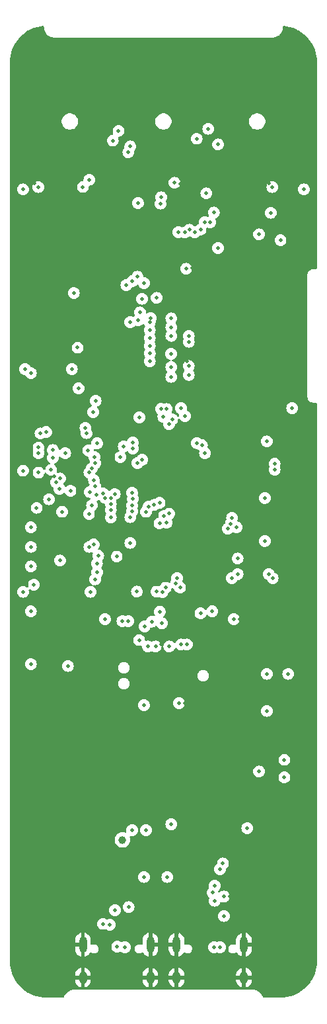
<source format=gbr>
%TF.GenerationSoftware,KiCad,Pcbnew,8.0.1*%
%TF.CreationDate,2024-03-17T12:11:07+01:00*%
%TF.ProjectId,KLST_CATERPILLAR,4b4c5354-5f43-4415-9445-5250494c4c41,rev?*%
%TF.SameCoordinates,Original*%
%TF.FileFunction,Copper,L2,Inr*%
%TF.FilePolarity,Positive*%
%FSLAX46Y46*%
G04 Gerber Fmt 4.6, Leading zero omitted, Abs format (unit mm)*
G04 Created by KiCad (PCBNEW 8.0.1) date 2024-03-17 12:11:07*
%MOMM*%
%LPD*%
G01*
G04 APERTURE LIST*
%TA.AperFunction,ComponentPad*%
%ADD10O,1.000000X2.100000*%
%TD*%
%TA.AperFunction,ComponentPad*%
%ADD11O,1.000000X1.600000*%
%TD*%
%TA.AperFunction,ViaPad*%
%ADD12C,0.500000*%
%TD*%
%TA.AperFunction,ViaPad*%
%ADD13C,1.000000*%
%TD*%
G04 APERTURE END LIST*
D10*
%TO.N,GND*%
%TO.C,J9*%
X71680000Y-167930000D03*
D11*
X71680000Y-172110000D03*
D10*
X80320000Y-167930000D03*
D11*
X80320000Y-172110000D03*
%TD*%
D10*
%TO.N,GND*%
%TO.C,J10*%
X59680000Y-167930000D03*
D11*
X59680000Y-172110000D03*
D10*
X68320000Y-167930000D03*
D11*
X68320000Y-172110000D03*
%TD*%
D12*
%TO.N,GND*%
X59750000Y-99750000D03*
X72250000Y-162750000D03*
X53000000Y-134910000D03*
X75000000Y-163755000D03*
X57250000Y-141500000D03*
X53000000Y-127250000D03*
X67750000Y-77500000D03*
X61000000Y-92000000D03*
X71000000Y-148000000D03*
X84500000Y-100500000D03*
X84500000Y-67000000D03*
X57449996Y-146750004D03*
X86257749Y-70549300D03*
X56854998Y-105871804D03*
X70250000Y-158250000D03*
X53000000Y-89250000D03*
X53750000Y-74250000D03*
X73000000Y-95903874D03*
X67750000Y-79750000D03*
X76250000Y-96000000D03*
X72148300Y-70526651D03*
X72250000Y-125500000D03*
X78500000Y-161750000D03*
X55249998Y-67000000D03*
X79750000Y-126250000D03*
X87300000Y-95797115D03*
X55823472Y-112136646D03*
X60841294Y-79904467D03*
X88486593Y-148000000D03*
X55000000Y-120000000D03*
X67250000Y-72000000D03*
X70425000Y-90670823D03*
X82325000Y-147750000D03*
X73000000Y-93250000D03*
X54249998Y-56000000D03*
X69750000Y-129500000D03*
X75000000Y-159250000D03*
X56500000Y-87750000D03*
X84500000Y-74750000D03*
X83000000Y-111750000D03*
X56000000Y-108000000D03*
X55250000Y-121000000D03*
X67093413Y-164593413D03*
X87500000Y-140250000D03*
X78000000Y-73750000D03*
X67499996Y-126000004D03*
X66000000Y-55999998D03*
X62000000Y-71000000D03*
X71750000Y-166500000D03*
X59750000Y-166250000D03*
X55750004Y-118500000D03*
X73906587Y-65906587D03*
X86000000Y-55999988D03*
X68250000Y-166250000D03*
X54000000Y-117500000D03*
X52000000Y-73750000D03*
X69250000Y-136750000D03*
X67250000Y-73750003D03*
X80250000Y-133500002D03*
X72000000Y-64750000D03*
X79250000Y-163500000D03*
X64000000Y-83750000D03*
X57712587Y-120250000D03*
X84250000Y-161250000D03*
X65250000Y-71750000D03*
X70526333Y-70973669D03*
X76250000Y-66750000D03*
X59000000Y-127250000D03*
X88000000Y-73750000D03*
X74607412Y-66832108D03*
X65000000Y-70750000D03*
X83492354Y-70502317D03*
X78000000Y-71750000D03*
X68750000Y-65750000D03*
X77000000Y-126000000D03*
X67250000Y-71010000D03*
X53416893Y-70429432D03*
X64250000Y-160000000D03*
X83250000Y-104500000D03*
X78000000Y-72750000D03*
X72707345Y-73260000D03*
X69641599Y-74147200D03*
X71000000Y-85750000D03*
X80250000Y-166250000D03*
X73708413Y-81291587D03*
X75500000Y-73000000D03*
X57500000Y-114500000D03*
X76200000Y-139750000D03*
X56250000Y-125250000D03*
X69000000Y-100500000D03*
X53500000Y-147750000D03*
X72750000Y-137000000D03*
X55753413Y-100190240D03*
X66000000Y-146750000D03*
X73750003Y-100250000D03*
X83000000Y-117250000D03*
X55250000Y-137500000D03*
X58500000Y-152000000D03*
X56000000Y-161250000D03*
X74529094Y-71094559D03*
X74750000Y-150500000D03*
X55000000Y-122000000D03*
X61500000Y-126250000D03*
X86500000Y-84500000D03*
X56500000Y-74250000D03*
X56250000Y-70500000D03*
X86337700Y-74250034D03*
X65500000Y-133500000D03*
%TO.N,NRST*%
X60500000Y-117000000D03*
X61640793Y-118140793D03*
%TO.N,/audio_codec/MIC_BIAS*%
X69612141Y-73063520D03*
X72906579Y-81406587D03*
%TO.N,/audio_codec/LINE_OUT_RIGHT*%
X65500000Y-66500000D03*
X63500000Y-65000004D03*
%TO.N,/audio_codec/LINE_OUT_LEFT*%
X64250000Y-63750000D03*
X65750000Y-65750000D03*
%TO.N,/audio_codec/HEADPHONE_RIGHT*%
X74250000Y-64750000D03*
X71410123Y-70393992D03*
%TO.N,+3.3V*%
X77000000Y-78750000D03*
X68250000Y-89250000D03*
X83000000Y-116250000D03*
X83250000Y-103500000D03*
X72750016Y-100250000D03*
X72000000Y-137000000D03*
X68250000Y-93250000D03*
X83000000Y-110750000D03*
X66907271Y-100423662D03*
X54000000Y-104285002D03*
X79000000Y-126250000D03*
X68250000Y-91250000D03*
X52000000Y-71250000D03*
X88000000Y-71250000D03*
X56750000Y-118750000D03*
X68369087Y-87694087D03*
X83957341Y-70949324D03*
X57000001Y-112500001D03*
X57750000Y-132250000D03*
X69534176Y-125284176D03*
X68250000Y-88250000D03*
X68250000Y-92250000D03*
X68250000Y-90250000D03*
X61000000Y-99750000D03*
X76456652Y-74213417D03*
X57399778Y-105004168D03*
X71000000Y-152500000D03*
X69712573Y-72268849D03*
X53000000Y-125250000D03*
X56750000Y-108250000D03*
X60130913Y-102444087D03*
X67500000Y-137250000D03*
X83750000Y-74250000D03*
X53957298Y-70949495D03*
X53000007Y-132000007D03*
X83250000Y-138000000D03*
X58500000Y-84500000D03*
X74750000Y-125500000D03*
X73250000Y-90000000D03*
X62500000Y-126250000D03*
%TO.N,_CARD_SDMMC_CK*%
X72250000Y-99250000D03*
X73250000Y-90750000D03*
X70970000Y-92302364D03*
%TO.N,_BUTTON_PROGRAMMER*%
X65500000Y-126500000D03*
X53000000Y-114500000D03*
%TO.N,/audio_codec/MIC_IN_MONO*%
X77000000Y-65500000D03*
X75750000Y-63500000D03*
%TO.N,_LED_01*%
X80750000Y-153000000D03*
X66000000Y-153250000D03*
X67750000Y-153250000D03*
X79500000Y-120500000D03*
X82250000Y-145750000D03*
X83500000Y-120500000D03*
%TO.N,_CARD_SDMMC_D0*%
X73250000Y-93853860D03*
X71000000Y-94000000D03*
X71112587Y-100656587D03*
%TO.N,_CARD_SDMMC_D1*%
X73250000Y-94999994D03*
X70721541Y-101296577D03*
X71000000Y-95250000D03*
%TO.N,_CARD_SDMMC_D2*%
X69965743Y-100358242D03*
X71000000Y-87750000D03*
%TO.N,_CARD_SDMMC_D3*%
X71000000Y-88878874D03*
X69675138Y-99337632D03*
%TO.N,_CARD_SDMMC_CMD*%
X70425000Y-99352155D03*
X71000000Y-90000000D03*
%TO.N,_LED_00*%
X84000000Y-121000000D03*
X78750000Y-121000000D03*
D13*
%TO.N,+5V*%
X64750000Y-154500000D03*
D12*
%TO.N,_USB_DEVICE_HOST_P*%
X77250000Y-158250000D03*
X84250000Y-106375000D03*
%TO.N,/USB/VBUS_HOST_OUT*%
X70500000Y-159250000D03*
X67500000Y-159250000D03*
%TO.N,/USB/USB_CONNECTOR_MINUS*%
X76554049Y-160380036D03*
X63791079Y-163500029D03*
X64079177Y-168164588D03*
X62250000Y-165250000D03*
X77750000Y-161750000D03*
X77750000Y-164250000D03*
X76500000Y-168250000D03*
%TO.N,_SWD_IO*%
X72125000Y-122188174D03*
X67585416Y-127170821D03*
%TO.N,_SWD_CLK*%
X68500003Y-126568166D03*
X71614385Y-121665058D03*
%TO.N,_SWD_OUT*%
X71750000Y-121000000D03*
X69825000Y-126782070D03*
%TO.N,/USB/USB_CONNECTOR_PLUS*%
X65063210Y-168249964D03*
X63138171Y-165357803D03*
X76550754Y-162300754D03*
X65541237Y-163110006D03*
X77250000Y-168250000D03*
X76278027Y-161258862D03*
%TO.N,_AUDIO_CODEC_I2C_SCL*%
X69857149Y-122797992D03*
X67250000Y-85250000D03*
X65250000Y-83500000D03*
X75273561Y-75428082D03*
%TO.N,_AUDIO_CODEC_I2C_SDA*%
X66000000Y-83000000D03*
X70286161Y-122230079D03*
X69125000Y-85125000D03*
X75998115Y-75469398D03*
%TO.N,_USB_DEVICE_HOST_VBUS*%
X85500000Y-146500000D03*
X85500000Y-144250000D03*
%TO.N,I2C_USR_SDA*%
X64915000Y-104143076D03*
X61250000Y-121146001D03*
%TO.N,I2C_USR_SCL*%
X66093553Y-104396221D03*
X60637587Y-122750000D03*
%TO.N,_AUDIO_MIC_CLK*%
X65740184Y-88240184D03*
X66990184Y-86990184D03*
X82250000Y-77000000D03*
X66668553Y-106279719D03*
%TO.N,_AUDIO_CODEC_SAI_SD_OUT*%
X74749996Y-76404527D03*
X64500000Y-105500000D03*
%TO.N,GPIO_11*%
X66072670Y-103624477D03*
X54250000Y-102500002D03*
%TO.N,GPIO_10*%
X60500000Y-107500000D03*
%TO.N,GPIO_09*%
X56674963Y-109575000D03*
%TO.N,GPIO_08*%
X55605805Y-107145000D03*
%TO.N,GPIO_03_PWM*%
X52250000Y-94250000D03*
X52000000Y-107250000D03*
X54000000Y-107500000D03*
X61250000Y-109250000D03*
X56250000Y-108750000D03*
%TO.N,GPIO_02_PWM*%
X58072210Y-109825000D03*
X58250000Y-94250000D03*
X54970000Y-102301584D03*
%TO.N,GPIO_01_PWM*%
X55839999Y-105572962D03*
%TO.N,GPIO_00_PWM*%
X59000012Y-91500000D03*
X60530947Y-109968359D03*
X61500000Y-103750000D03*
%TO.N,GPIO_07*%
X55820913Y-104615913D03*
%TO.N,_AUDIO_CODEC_SAI_MCLK*%
X71921712Y-76725038D03*
X61429516Y-110310088D03*
%TO.N,_AUDIO_CODEC_SAI_SCK*%
X72759848Y-76750000D03*
X66667659Y-82417659D03*
X62254465Y-110152672D03*
X67500000Y-83250014D03*
%TO.N,_AUDIO_CODEC_SAI_FS*%
X62548086Y-110735763D03*
X73329177Y-76414588D03*
%TO.N,SPI_USR_MISO*%
X53000000Y-119500000D03*
X61266002Y-106311141D03*
%TO.N,SPI_USR_MOSI*%
X60835095Y-106925000D03*
X53406587Y-121843413D03*
%TO.N,SERIAL_USR_RX*%
X61069455Y-116697098D03*
X61500000Y-120250000D03*
%TO.N,_AUDIO_CODEC_SAI_SD_IN*%
X74000000Y-76750000D03*
X66597678Y-122724025D03*
%TO.N,GPIO_05_ADC*%
X64750000Y-126500000D03*
X53000000Y-94750000D03*
%TO.N,GPIO_04_ADC*%
X59120000Y-96719975D03*
X69109478Y-122738892D03*
%TO.N,GPIO_17*%
X76250000Y-125250000D03*
X53750000Y-112000000D03*
%TO.N,GPIO_16*%
X60851564Y-111659839D03*
X68085412Y-111829177D03*
X66000000Y-111689752D03*
X63250000Y-111499994D03*
X78249997Y-114675000D03*
X70420823Y-113914588D03*
%TO.N,GPIO_15*%
X79390694Y-114500007D03*
X55343411Y-110906585D03*
X69500000Y-114000000D03*
X63250000Y-112249997D03*
X67750000Y-112500000D03*
X66000000Y-112437397D03*
%TO.N,GPIO_14*%
X63250001Y-110749992D03*
X66085412Y-110829177D03*
X78630267Y-114028549D03*
X61095407Y-108460000D03*
X70088014Y-113027820D03*
X68807421Y-111626183D03*
%TO.N,GPIO_13*%
X78795968Y-113297079D03*
X70750000Y-112750000D03*
X63750000Y-110250000D03*
X65975992Y-110087200D03*
X54000000Y-105000000D03*
X69500000Y-111351887D03*
%TO.N,SPI_USR_SCK*%
X52000002Y-122750000D03*
X60353230Y-104646770D03*
%TO.N,GPIO_12*%
X74287587Y-103727918D03*
X60000000Y-101750000D03*
%TO.N,SERIAL_USR_TX*%
X75324996Y-105000000D03*
X64000000Y-118250000D03*
X65749994Y-116500006D03*
X61477214Y-119117546D03*
%TO.N,SPI_USR_CS*%
X61145002Y-105500000D03*
X53000000Y-117000000D03*
%TO.N,_AUDIO_MIC_DATA*%
X85000000Y-77750000D03*
X67282860Y-105849450D03*
X66771771Y-88021771D03*
%TO.N,+1.8V*%
X66750000Y-73000000D03*
X86500000Y-99250000D03*
X86000000Y-133250000D03*
X75500000Y-71750000D03*
X83250000Y-133250000D03*
%TO.N,GPIO_06*%
X79500000Y-118500000D03*
X61299980Y-98300000D03*
%TO.N,/programmer/SWD_IO*%
X66877264Y-128925000D03*
%TO.N,/programmer/SWD_CLK*%
X68000000Y-129750000D03*
%TO.N,/programmer/SWD_OUT*%
X69000000Y-129749991D03*
%TO.N,/programmer/SERIAL_RX*%
X73000000Y-129500000D03*
%TO.N,/programmer/SERIAL_TX*%
X72259662Y-129490338D03*
%TO.N,/audio_codec/(LINE_IN_LEFT)*%
X59677199Y-70927199D03*
X60500000Y-70000000D03*
%TO.N,/programmer/RST*%
X70750000Y-129750000D03*
%TO.N,_USB_DEVICE_HOST_N*%
X84250000Y-107125000D03*
X77625735Y-157525735D03*
%TO.N,GPIO_18*%
X65750000Y-113187108D03*
X74933989Y-104000000D03*
X60445139Y-112784672D03*
X63250000Y-113249992D03*
%TD*%
%TA.AperFunction,Conductor*%
%TO.N,GND*%
G36*
X85810693Y-50371189D02*
G01*
X85821331Y-50373064D01*
X86211043Y-50459462D01*
X86221483Y-50462260D01*
X86602168Y-50582289D01*
X86612315Y-50585982D01*
X86981102Y-50738739D01*
X86990893Y-50743305D01*
X87270043Y-50888621D01*
X87344942Y-50927611D01*
X87354310Y-50933019D01*
X87690959Y-51147488D01*
X87699820Y-51153693D01*
X88016487Y-51396680D01*
X88024774Y-51403634D01*
X88319056Y-51673294D01*
X88326705Y-51680943D01*
X88596365Y-51975225D01*
X88603319Y-51983512D01*
X88846306Y-52300179D01*
X88852511Y-52309040D01*
X89066980Y-52645689D01*
X89072388Y-52655057D01*
X89256691Y-53009099D01*
X89261263Y-53018903D01*
X89414013Y-53387674D01*
X89417713Y-53397840D01*
X89537738Y-53778512D01*
X89540538Y-53788960D01*
X89626933Y-54178660D01*
X89628811Y-54189314D01*
X89680910Y-54585042D01*
X89681853Y-54595818D01*
X89699382Y-54997297D01*
X89699500Y-55002706D01*
X89699500Y-81240244D01*
X89697973Y-81259644D01*
X89692808Y-81292251D01*
X89680820Y-81329146D01*
X89670314Y-81349765D01*
X89647510Y-81381151D01*
X89631151Y-81397510D01*
X89599765Y-81420314D01*
X89579146Y-81430820D01*
X89542251Y-81442808D01*
X89529663Y-81444801D01*
X89509638Y-81447973D01*
X89490244Y-81449500D01*
X89171155Y-81449500D01*
X89016510Y-81480261D01*
X89016498Y-81480264D01*
X88870827Y-81540602D01*
X88870814Y-81540609D01*
X88739711Y-81628210D01*
X88739707Y-81628213D01*
X88628213Y-81739707D01*
X88628210Y-81739711D01*
X88540609Y-81870814D01*
X88540602Y-81870827D01*
X88480264Y-82016498D01*
X88480261Y-82016510D01*
X88449500Y-82171153D01*
X88449500Y-97828846D01*
X88480261Y-97983489D01*
X88480264Y-97983501D01*
X88540602Y-98129172D01*
X88540609Y-98129185D01*
X88628210Y-98260288D01*
X88628213Y-98260292D01*
X88739707Y-98371786D01*
X88739711Y-98371789D01*
X88870814Y-98459390D01*
X88870827Y-98459397D01*
X89001892Y-98513685D01*
X89016503Y-98519737D01*
X89171153Y-98550499D01*
X89171156Y-98550500D01*
X89171158Y-98550500D01*
X89210438Y-98550500D01*
X89452405Y-98550500D01*
X89490244Y-98550500D01*
X89509630Y-98552025D01*
X89542253Y-98557192D01*
X89579146Y-98569179D01*
X89599765Y-98579685D01*
X89631151Y-98602489D01*
X89647510Y-98618848D01*
X89670314Y-98650234D01*
X89680820Y-98670853D01*
X89692808Y-98707748D01*
X89697973Y-98740362D01*
X89699500Y-98759755D01*
X89699500Y-169997293D01*
X89699382Y-170002702D01*
X89681853Y-170404181D01*
X89680910Y-170414957D01*
X89628811Y-170810685D01*
X89626933Y-170821339D01*
X89540538Y-171211039D01*
X89537738Y-171221487D01*
X89417713Y-171602159D01*
X89414013Y-171612325D01*
X89261263Y-171981096D01*
X89256691Y-171990900D01*
X89072388Y-172344942D01*
X89066980Y-172354310D01*
X88852511Y-172690959D01*
X88846306Y-172699820D01*
X88603319Y-173016487D01*
X88596365Y-173024774D01*
X88326705Y-173319056D01*
X88319056Y-173326705D01*
X88024774Y-173596365D01*
X88016487Y-173603319D01*
X87699820Y-173846306D01*
X87690959Y-173852511D01*
X87354310Y-174066980D01*
X87344942Y-174072388D01*
X86990900Y-174256691D01*
X86981096Y-174261263D01*
X86612325Y-174414013D01*
X86602159Y-174417713D01*
X86221487Y-174537738D01*
X86211039Y-174540538D01*
X85821339Y-174626933D01*
X85810685Y-174628811D01*
X85414957Y-174680910D01*
X85404181Y-174681853D01*
X85092394Y-174695466D01*
X85018507Y-174698692D01*
X85002703Y-174699382D01*
X84997294Y-174699500D01*
X82859879Y-174699500D01*
X82792840Y-174679815D01*
X82747085Y-174627011D01*
X82741948Y-174613818D01*
X82723587Y-174557309D01*
X82705220Y-174500781D01*
X82612287Y-174318390D01*
X82599289Y-174300500D01*
X82491971Y-174152786D01*
X82347213Y-174008028D01*
X82181613Y-173887715D01*
X82181612Y-173887714D01*
X82181610Y-173887713D01*
X82106819Y-173849605D01*
X81999223Y-173794781D01*
X81804534Y-173731522D01*
X81629995Y-173703878D01*
X81602352Y-173699500D01*
X81539562Y-173699500D01*
X58547595Y-173699500D01*
X58500000Y-173699500D01*
X58397648Y-173699500D01*
X58373329Y-173703351D01*
X58195465Y-173731522D01*
X58000776Y-173794781D01*
X57818386Y-173887715D01*
X57652786Y-174008028D01*
X57508028Y-174152786D01*
X57387715Y-174318386D01*
X57294781Y-174500778D01*
X57258052Y-174613818D01*
X57218614Y-174671494D01*
X57154256Y-174698692D01*
X57140121Y-174699500D01*
X55002706Y-174699500D01*
X54997297Y-174699382D01*
X54981493Y-174698692D01*
X54863470Y-174693539D01*
X54595818Y-174681853D01*
X54585042Y-174680910D01*
X54189314Y-174628811D01*
X54178660Y-174626933D01*
X53788960Y-174540538D01*
X53778512Y-174537738D01*
X53397840Y-174417713D01*
X53387674Y-174414013D01*
X53018903Y-174261263D01*
X53009099Y-174256691D01*
X52655057Y-174072388D01*
X52645689Y-174066980D01*
X52309040Y-173852511D01*
X52300179Y-173846306D01*
X51983512Y-173603319D01*
X51975225Y-173596365D01*
X51680943Y-173326705D01*
X51673294Y-173319056D01*
X51403634Y-173024774D01*
X51396680Y-173016487D01*
X51153693Y-172699820D01*
X51147488Y-172690959D01*
X51121432Y-172650060D01*
X51031245Y-172508495D01*
X58680000Y-172508495D01*
X58718427Y-172701681D01*
X58718430Y-172701693D01*
X58793807Y-172883671D01*
X58793814Y-172883684D01*
X58903248Y-173047462D01*
X58903251Y-173047466D01*
X59042533Y-173186748D01*
X59042537Y-173186751D01*
X59206315Y-173296185D01*
X59206328Y-173296192D01*
X59388308Y-173371569D01*
X59430000Y-173379862D01*
X59430000Y-172576988D01*
X59439940Y-172594205D01*
X59495795Y-172650060D01*
X59564204Y-172689556D01*
X59640504Y-172710000D01*
X59719496Y-172710000D01*
X59795796Y-172689556D01*
X59864205Y-172650060D01*
X59920060Y-172594205D01*
X59930000Y-172576988D01*
X59930000Y-173379862D01*
X59971690Y-173371569D01*
X59971692Y-173371569D01*
X60153671Y-173296192D01*
X60153684Y-173296185D01*
X60317462Y-173186751D01*
X60317466Y-173186748D01*
X60456748Y-173047466D01*
X60456751Y-173047462D01*
X60566185Y-172883684D01*
X60566192Y-172883671D01*
X60641569Y-172701693D01*
X60641572Y-172701681D01*
X60679999Y-172508495D01*
X67320000Y-172508495D01*
X67358427Y-172701681D01*
X67358430Y-172701693D01*
X67433807Y-172883671D01*
X67433814Y-172883684D01*
X67543248Y-173047462D01*
X67543251Y-173047466D01*
X67682533Y-173186748D01*
X67682537Y-173186751D01*
X67846315Y-173296185D01*
X67846328Y-173296192D01*
X68028308Y-173371569D01*
X68070000Y-173379862D01*
X68070000Y-172576988D01*
X68079940Y-172594205D01*
X68135795Y-172650060D01*
X68204204Y-172689556D01*
X68280504Y-172710000D01*
X68359496Y-172710000D01*
X68435796Y-172689556D01*
X68504205Y-172650060D01*
X68560060Y-172594205D01*
X68570000Y-172576988D01*
X68570000Y-173379862D01*
X68611690Y-173371569D01*
X68611692Y-173371569D01*
X68793671Y-173296192D01*
X68793684Y-173296185D01*
X68957462Y-173186751D01*
X68957466Y-173186748D01*
X69096748Y-173047466D01*
X69096751Y-173047462D01*
X69206185Y-172883684D01*
X69206192Y-172883671D01*
X69281569Y-172701693D01*
X69281572Y-172701681D01*
X69319999Y-172508495D01*
X70680000Y-172508495D01*
X70718427Y-172701681D01*
X70718430Y-172701693D01*
X70793807Y-172883671D01*
X70793814Y-172883684D01*
X70903248Y-173047462D01*
X70903251Y-173047466D01*
X71042533Y-173186748D01*
X71042537Y-173186751D01*
X71206315Y-173296185D01*
X71206328Y-173296192D01*
X71388308Y-173371569D01*
X71430000Y-173379862D01*
X71430000Y-172576988D01*
X71439940Y-172594205D01*
X71495795Y-172650060D01*
X71564204Y-172689556D01*
X71640504Y-172710000D01*
X71719496Y-172710000D01*
X71795796Y-172689556D01*
X71864205Y-172650060D01*
X71920060Y-172594205D01*
X71930000Y-172576988D01*
X71930000Y-173379862D01*
X71971690Y-173371569D01*
X71971692Y-173371569D01*
X72153671Y-173296192D01*
X72153684Y-173296185D01*
X72317462Y-173186751D01*
X72317466Y-173186748D01*
X72456748Y-173047466D01*
X72456751Y-173047462D01*
X72566185Y-172883684D01*
X72566192Y-172883671D01*
X72641569Y-172701693D01*
X72641572Y-172701681D01*
X72679999Y-172508495D01*
X79320000Y-172508495D01*
X79358427Y-172701681D01*
X79358430Y-172701693D01*
X79433807Y-172883671D01*
X79433814Y-172883684D01*
X79543248Y-173047462D01*
X79543251Y-173047466D01*
X79682533Y-173186748D01*
X79682537Y-173186751D01*
X79846315Y-173296185D01*
X79846328Y-173296192D01*
X80028308Y-173371569D01*
X80070000Y-173379862D01*
X80070000Y-172576988D01*
X80079940Y-172594205D01*
X80135795Y-172650060D01*
X80204204Y-172689556D01*
X80280504Y-172710000D01*
X80359496Y-172710000D01*
X80435796Y-172689556D01*
X80504205Y-172650060D01*
X80560060Y-172594205D01*
X80570000Y-172576988D01*
X80570000Y-173379862D01*
X80611690Y-173371569D01*
X80611692Y-173371569D01*
X80793671Y-173296192D01*
X80793684Y-173296185D01*
X80957462Y-173186751D01*
X80957466Y-173186748D01*
X81096748Y-173047466D01*
X81096751Y-173047462D01*
X81206185Y-172883684D01*
X81206192Y-172883671D01*
X81281569Y-172701693D01*
X81281572Y-172701681D01*
X81319999Y-172508495D01*
X81320000Y-172508492D01*
X81320000Y-172360000D01*
X80620000Y-172360000D01*
X80620000Y-171860000D01*
X81320000Y-171860000D01*
X81320000Y-171711508D01*
X81319999Y-171711504D01*
X81281572Y-171518318D01*
X81281569Y-171518306D01*
X81206192Y-171336328D01*
X81206185Y-171336315D01*
X81096751Y-171172537D01*
X81096748Y-171172533D01*
X80957466Y-171033251D01*
X80957462Y-171033248D01*
X80793684Y-170923814D01*
X80793671Y-170923807D01*
X80611691Y-170848429D01*
X80611683Y-170848427D01*
X80570000Y-170840135D01*
X80570000Y-171643011D01*
X80560060Y-171625795D01*
X80504205Y-171569940D01*
X80435796Y-171530444D01*
X80359496Y-171510000D01*
X80280504Y-171510000D01*
X80204204Y-171530444D01*
X80135795Y-171569940D01*
X80079940Y-171625795D01*
X80070000Y-171643011D01*
X80070000Y-170840136D01*
X80069999Y-170840135D01*
X80028316Y-170848427D01*
X80028308Y-170848429D01*
X79846328Y-170923807D01*
X79846315Y-170923814D01*
X79682537Y-171033248D01*
X79682533Y-171033251D01*
X79543251Y-171172533D01*
X79543248Y-171172537D01*
X79433814Y-171336315D01*
X79433807Y-171336328D01*
X79358430Y-171518306D01*
X79358427Y-171518318D01*
X79320000Y-171711504D01*
X79320000Y-171860000D01*
X80020000Y-171860000D01*
X80020000Y-172360000D01*
X79320000Y-172360000D01*
X79320000Y-172508495D01*
X72679999Y-172508495D01*
X72680000Y-172508492D01*
X72680000Y-172360000D01*
X71980000Y-172360000D01*
X71980000Y-171860000D01*
X72680000Y-171860000D01*
X72680000Y-171711508D01*
X72679999Y-171711504D01*
X72641572Y-171518318D01*
X72641569Y-171518306D01*
X72566192Y-171336328D01*
X72566185Y-171336315D01*
X72456751Y-171172537D01*
X72456748Y-171172533D01*
X72317466Y-171033251D01*
X72317462Y-171033248D01*
X72153684Y-170923814D01*
X72153671Y-170923807D01*
X71971691Y-170848429D01*
X71971683Y-170848427D01*
X71930000Y-170840135D01*
X71930000Y-171643011D01*
X71920060Y-171625795D01*
X71864205Y-171569940D01*
X71795796Y-171530444D01*
X71719496Y-171510000D01*
X71640504Y-171510000D01*
X71564204Y-171530444D01*
X71495795Y-171569940D01*
X71439940Y-171625795D01*
X71430000Y-171643011D01*
X71430000Y-170840136D01*
X71429999Y-170840135D01*
X71388316Y-170848427D01*
X71388308Y-170848429D01*
X71206328Y-170923807D01*
X71206315Y-170923814D01*
X71042537Y-171033248D01*
X71042533Y-171033251D01*
X70903251Y-171172533D01*
X70903248Y-171172537D01*
X70793814Y-171336315D01*
X70793807Y-171336328D01*
X70718430Y-171518306D01*
X70718427Y-171518318D01*
X70680000Y-171711504D01*
X70680000Y-171860000D01*
X71380000Y-171860000D01*
X71380000Y-172360000D01*
X70680000Y-172360000D01*
X70680000Y-172508495D01*
X69319999Y-172508495D01*
X69320000Y-172508492D01*
X69320000Y-172360000D01*
X68620000Y-172360000D01*
X68620000Y-171860000D01*
X69320000Y-171860000D01*
X69320000Y-171711508D01*
X69319999Y-171711504D01*
X69281572Y-171518318D01*
X69281569Y-171518306D01*
X69206192Y-171336328D01*
X69206185Y-171336315D01*
X69096751Y-171172537D01*
X69096748Y-171172533D01*
X68957466Y-171033251D01*
X68957462Y-171033248D01*
X68793684Y-170923814D01*
X68793671Y-170923807D01*
X68611691Y-170848429D01*
X68611683Y-170848427D01*
X68570000Y-170840135D01*
X68570000Y-171643011D01*
X68560060Y-171625795D01*
X68504205Y-171569940D01*
X68435796Y-171530444D01*
X68359496Y-171510000D01*
X68280504Y-171510000D01*
X68204204Y-171530444D01*
X68135795Y-171569940D01*
X68079940Y-171625795D01*
X68070000Y-171643011D01*
X68070000Y-170840136D01*
X68069999Y-170840135D01*
X68028316Y-170848427D01*
X68028308Y-170848429D01*
X67846328Y-170923807D01*
X67846315Y-170923814D01*
X67682537Y-171033248D01*
X67682533Y-171033251D01*
X67543251Y-171172533D01*
X67543248Y-171172537D01*
X67433814Y-171336315D01*
X67433807Y-171336328D01*
X67358430Y-171518306D01*
X67358427Y-171518318D01*
X67320000Y-171711504D01*
X67320000Y-171860000D01*
X68020000Y-171860000D01*
X68020000Y-172360000D01*
X67320000Y-172360000D01*
X67320000Y-172508495D01*
X60679999Y-172508495D01*
X60680000Y-172508492D01*
X60680000Y-172360000D01*
X59980000Y-172360000D01*
X59980000Y-171860000D01*
X60680000Y-171860000D01*
X60680000Y-171711508D01*
X60679999Y-171711504D01*
X60641572Y-171518318D01*
X60641569Y-171518306D01*
X60566192Y-171336328D01*
X60566185Y-171336315D01*
X60456751Y-171172537D01*
X60456748Y-171172533D01*
X60317466Y-171033251D01*
X60317462Y-171033248D01*
X60153684Y-170923814D01*
X60153671Y-170923807D01*
X59971691Y-170848429D01*
X59971683Y-170848427D01*
X59930000Y-170840135D01*
X59930000Y-171643011D01*
X59920060Y-171625795D01*
X59864205Y-171569940D01*
X59795796Y-171530444D01*
X59719496Y-171510000D01*
X59640504Y-171510000D01*
X59564204Y-171530444D01*
X59495795Y-171569940D01*
X59439940Y-171625795D01*
X59430000Y-171643011D01*
X59430000Y-170840136D01*
X59429999Y-170840135D01*
X59388316Y-170848427D01*
X59388308Y-170848429D01*
X59206328Y-170923807D01*
X59206315Y-170923814D01*
X59042537Y-171033248D01*
X59042533Y-171033251D01*
X58903251Y-171172533D01*
X58903248Y-171172537D01*
X58793814Y-171336315D01*
X58793807Y-171336328D01*
X58718430Y-171518306D01*
X58718427Y-171518318D01*
X58680000Y-171711504D01*
X58680000Y-171860000D01*
X59380000Y-171860000D01*
X59380000Y-172360000D01*
X58680000Y-172360000D01*
X58680000Y-172508495D01*
X51031245Y-172508495D01*
X50933018Y-172354309D01*
X50927611Y-172344942D01*
X50743308Y-171990900D01*
X50738736Y-171981096D01*
X50585982Y-171612315D01*
X50582286Y-171602159D01*
X50572127Y-171569940D01*
X50462260Y-171221483D01*
X50459461Y-171211039D01*
X50450925Y-171172537D01*
X50373064Y-170821331D01*
X50371188Y-170810685D01*
X50350849Y-170656193D01*
X50319087Y-170414937D01*
X50318147Y-170404202D01*
X50300618Y-170002702D01*
X50300500Y-169997293D01*
X50300500Y-168578495D01*
X58680000Y-168578495D01*
X58718427Y-168771681D01*
X58718430Y-168771693D01*
X58793807Y-168953671D01*
X58793814Y-168953684D01*
X58903248Y-169117462D01*
X58903251Y-169117466D01*
X59042533Y-169256748D01*
X59042537Y-169256751D01*
X59206315Y-169366185D01*
X59206328Y-169366192D01*
X59388308Y-169441569D01*
X59430000Y-169449862D01*
X59430000Y-168646988D01*
X59439940Y-168664205D01*
X59495795Y-168720060D01*
X59564204Y-168759556D01*
X59640504Y-168780000D01*
X59719496Y-168780000D01*
X59795796Y-168759556D01*
X59864205Y-168720060D01*
X59920060Y-168664205D01*
X59930000Y-168646988D01*
X59930000Y-169449862D01*
X59971690Y-169441569D01*
X59971692Y-169441569D01*
X60153671Y-169366192D01*
X60153684Y-169366185D01*
X60317462Y-169256751D01*
X60317466Y-169256748D01*
X60456748Y-169117466D01*
X60456751Y-169117462D01*
X60569574Y-168948613D01*
X60571007Y-168949570D01*
X60614198Y-168905580D01*
X60682332Y-168890103D01*
X60748018Y-168913919D01*
X60750089Y-168915697D01*
X60750189Y-168915568D01*
X60756630Y-168920510D01*
X60756635Y-168920515D01*
X60887865Y-168996281D01*
X61034234Y-169035500D01*
X61034236Y-169035500D01*
X61185764Y-169035500D01*
X61185766Y-169035500D01*
X61332135Y-168996281D01*
X61463365Y-168920515D01*
X61570515Y-168813365D01*
X61646281Y-168682135D01*
X61685500Y-168535766D01*
X61685500Y-168384234D01*
X61646281Y-168237865D01*
X61603975Y-168164590D01*
X63323928Y-168164590D01*
X63342862Y-168332644D01*
X63398722Y-168492282D01*
X63398724Y-168492285D01*
X63488695Y-168635472D01*
X63488700Y-168635478D01*
X63608286Y-168755064D01*
X63608292Y-168755069D01*
X63751479Y-168845040D01*
X63751482Y-168845042D01*
X63751486Y-168845043D01*
X63751487Y-168845044D01*
X63824090Y-168870448D01*
X63911120Y-168900902D01*
X64079174Y-168919837D01*
X64079177Y-168919837D01*
X64079180Y-168919837D01*
X64205709Y-168905580D01*
X64247236Y-168900901D01*
X64406867Y-168845044D01*
X64421101Y-168836100D01*
X64439854Y-168824317D01*
X64507090Y-168805316D01*
X64573926Y-168825683D01*
X64586814Y-168836178D01*
X64586877Y-168836100D01*
X64592325Y-168840445D01*
X64735512Y-168930416D01*
X64735515Y-168930418D01*
X64735519Y-168930419D01*
X64735520Y-168930420D01*
X64787513Y-168948613D01*
X64895153Y-168986278D01*
X65063207Y-169005213D01*
X65063210Y-169005213D01*
X65063213Y-169005213D01*
X65231266Y-168986278D01*
X65231269Y-168986277D01*
X65390900Y-168930420D01*
X65390902Y-168930418D01*
X65390904Y-168930418D01*
X65390907Y-168930416D01*
X65534094Y-168840445D01*
X65534095Y-168840444D01*
X65534100Y-168840441D01*
X65653687Y-168720854D01*
X65654186Y-168720060D01*
X65743662Y-168577661D01*
X65743664Y-168577658D01*
X65743664Y-168577656D01*
X65743666Y-168577654D01*
X65758323Y-168535766D01*
X66314500Y-168535766D01*
X66325735Y-168577697D01*
X66353719Y-168682136D01*
X66376091Y-168720884D01*
X66429485Y-168813365D01*
X66536635Y-168920515D01*
X66667865Y-168996281D01*
X66814234Y-169035500D01*
X66814236Y-169035500D01*
X66965764Y-169035500D01*
X66965766Y-169035500D01*
X67112135Y-168996281D01*
X67243365Y-168920515D01*
X67243372Y-168920507D01*
X67249811Y-168915568D01*
X67252044Y-168918478D01*
X67298258Y-168892865D01*
X67367980Y-168897411D01*
X67424176Y-168938930D01*
X67430394Y-168948634D01*
X67430426Y-168948613D01*
X67543248Y-169117462D01*
X67543251Y-169117466D01*
X67682533Y-169256748D01*
X67682537Y-169256751D01*
X67846315Y-169366185D01*
X67846328Y-169366192D01*
X68028308Y-169441569D01*
X68070000Y-169449862D01*
X68070000Y-168646988D01*
X68079940Y-168664205D01*
X68135795Y-168720060D01*
X68204204Y-168759556D01*
X68280504Y-168780000D01*
X68359496Y-168780000D01*
X68435796Y-168759556D01*
X68504205Y-168720060D01*
X68560060Y-168664205D01*
X68570000Y-168646988D01*
X68570000Y-169449862D01*
X68611690Y-169441569D01*
X68611692Y-169441569D01*
X68793671Y-169366192D01*
X68793684Y-169366185D01*
X68957462Y-169256751D01*
X68957466Y-169256748D01*
X69096748Y-169117466D01*
X69096751Y-169117462D01*
X69206185Y-168953684D01*
X69206192Y-168953671D01*
X69281569Y-168771693D01*
X69281572Y-168771681D01*
X69319999Y-168578495D01*
X70680000Y-168578495D01*
X70718427Y-168771681D01*
X70718430Y-168771693D01*
X70793807Y-168953671D01*
X70793814Y-168953684D01*
X70903248Y-169117462D01*
X70903251Y-169117466D01*
X71042533Y-169256748D01*
X71042537Y-169256751D01*
X71206315Y-169366185D01*
X71206328Y-169366192D01*
X71388308Y-169441569D01*
X71430000Y-169449862D01*
X71430000Y-168646988D01*
X71439940Y-168664205D01*
X71495795Y-168720060D01*
X71564204Y-168759556D01*
X71640504Y-168780000D01*
X71719496Y-168780000D01*
X71795796Y-168759556D01*
X71864205Y-168720060D01*
X71920060Y-168664205D01*
X71930000Y-168646988D01*
X71930000Y-169449862D01*
X71971690Y-169441569D01*
X71971692Y-169441569D01*
X72153671Y-169366192D01*
X72153684Y-169366185D01*
X72317462Y-169256751D01*
X72317466Y-169256748D01*
X72456748Y-169117466D01*
X72456751Y-169117462D01*
X72569574Y-168948613D01*
X72571007Y-168949570D01*
X72614198Y-168905580D01*
X72682332Y-168890103D01*
X72748018Y-168913919D01*
X72750089Y-168915697D01*
X72750189Y-168915568D01*
X72756630Y-168920510D01*
X72756635Y-168920515D01*
X72887865Y-168996281D01*
X73034234Y-169035500D01*
X73034236Y-169035500D01*
X73185764Y-169035500D01*
X73185766Y-169035500D01*
X73332135Y-168996281D01*
X73463365Y-168920515D01*
X73570515Y-168813365D01*
X73646281Y-168682135D01*
X73685500Y-168535766D01*
X73685500Y-168384234D01*
X73649533Y-168250002D01*
X75744751Y-168250002D01*
X75763685Y-168418056D01*
X75819545Y-168577694D01*
X75819547Y-168577697D01*
X75909518Y-168720884D01*
X75909523Y-168720890D01*
X76029109Y-168840476D01*
X76029115Y-168840481D01*
X76172302Y-168930452D01*
X76172305Y-168930454D01*
X76172309Y-168930455D01*
X76172310Y-168930456D01*
X76224200Y-168948613D01*
X76331943Y-168986314D01*
X76499997Y-169005249D01*
X76500000Y-169005249D01*
X76500003Y-169005249D01*
X76668059Y-168986313D01*
X76668060Y-168986313D01*
X76775800Y-168948613D01*
X76827690Y-168930456D01*
X76827690Y-168930455D01*
X76834045Y-168928232D01*
X76903824Y-168924670D01*
X76915955Y-168928232D01*
X76922309Y-168930455D01*
X76922310Y-168930456D01*
X76965918Y-168945715D01*
X77081939Y-168986313D01*
X77249997Y-169005249D01*
X77250000Y-169005249D01*
X77250003Y-169005249D01*
X77418056Y-168986314D01*
X77418162Y-168986277D01*
X77577690Y-168930456D01*
X77577692Y-168930454D01*
X77577694Y-168930454D01*
X77577697Y-168930452D01*
X77720884Y-168840481D01*
X77720885Y-168840480D01*
X77720890Y-168840477D01*
X77840477Y-168720890D01*
X77840500Y-168720854D01*
X77930452Y-168577697D01*
X77930454Y-168577694D01*
X77930454Y-168577692D01*
X77930456Y-168577690D01*
X77945126Y-168535766D01*
X78314500Y-168535766D01*
X78325735Y-168577697D01*
X78353719Y-168682136D01*
X78376091Y-168720884D01*
X78429485Y-168813365D01*
X78536635Y-168920515D01*
X78667865Y-168996281D01*
X78814234Y-169035500D01*
X78814236Y-169035500D01*
X78965764Y-169035500D01*
X78965766Y-169035500D01*
X79112135Y-168996281D01*
X79243365Y-168920515D01*
X79243372Y-168920507D01*
X79249811Y-168915568D01*
X79252044Y-168918478D01*
X79298258Y-168892865D01*
X79367980Y-168897411D01*
X79424176Y-168938930D01*
X79430394Y-168948634D01*
X79430426Y-168948613D01*
X79543248Y-169117462D01*
X79543251Y-169117466D01*
X79682533Y-169256748D01*
X79682537Y-169256751D01*
X79846315Y-169366185D01*
X79846328Y-169366192D01*
X80028308Y-169441569D01*
X80070000Y-169449862D01*
X80070000Y-168646988D01*
X80079940Y-168664205D01*
X80135795Y-168720060D01*
X80204204Y-168759556D01*
X80280504Y-168780000D01*
X80359496Y-168780000D01*
X80435796Y-168759556D01*
X80504205Y-168720060D01*
X80560060Y-168664205D01*
X80570000Y-168646988D01*
X80570000Y-169449862D01*
X80611690Y-169441569D01*
X80611692Y-169441569D01*
X80793671Y-169366192D01*
X80793684Y-169366185D01*
X80957462Y-169256751D01*
X80957466Y-169256748D01*
X81096748Y-169117466D01*
X81096751Y-169117462D01*
X81206185Y-168953684D01*
X81206192Y-168953671D01*
X81281569Y-168771693D01*
X81281572Y-168771681D01*
X81319999Y-168578495D01*
X81320000Y-168578492D01*
X81320000Y-168180000D01*
X80620000Y-168180000D01*
X80620000Y-167680000D01*
X81320000Y-167680000D01*
X81320000Y-167281508D01*
X81319999Y-167281504D01*
X81281572Y-167088318D01*
X81281569Y-167088306D01*
X81206192Y-166906328D01*
X81206185Y-166906315D01*
X81096751Y-166742537D01*
X81096748Y-166742533D01*
X80957466Y-166603251D01*
X80957462Y-166603248D01*
X80793684Y-166493814D01*
X80793671Y-166493807D01*
X80611691Y-166418429D01*
X80611683Y-166418427D01*
X80570000Y-166410135D01*
X80570000Y-167213011D01*
X80560060Y-167195795D01*
X80504205Y-167139940D01*
X80435796Y-167100444D01*
X80359496Y-167080000D01*
X80280504Y-167080000D01*
X80204204Y-167100444D01*
X80135795Y-167139940D01*
X80079940Y-167195795D01*
X80070000Y-167213011D01*
X80070000Y-166410136D01*
X80069999Y-166410135D01*
X80028316Y-166418427D01*
X80028308Y-166418429D01*
X79846328Y-166493807D01*
X79846315Y-166493814D01*
X79682537Y-166603248D01*
X79682533Y-166603251D01*
X79543251Y-166742533D01*
X79543248Y-166742537D01*
X79433814Y-166906315D01*
X79433807Y-166906328D01*
X79358430Y-167088306D01*
X79358427Y-167088318D01*
X79320000Y-167281504D01*
X79320000Y-167828955D01*
X79300315Y-167895994D01*
X79247511Y-167941749D01*
X79178353Y-167951693D01*
X79134000Y-167936342D01*
X79112138Y-167923720D01*
X79112135Y-167923719D01*
X78965766Y-167884500D01*
X78814234Y-167884500D01*
X78667863Y-167923719D01*
X78536635Y-167999485D01*
X78536632Y-167999487D01*
X78429487Y-168106632D01*
X78429485Y-168106635D01*
X78353719Y-168237863D01*
X78314500Y-168384234D01*
X78314500Y-168535766D01*
X77945126Y-168535766D01*
X77986313Y-168418059D01*
X77986313Y-168418058D01*
X77986314Y-168418056D01*
X78005249Y-168250002D01*
X78005249Y-168249997D01*
X77986314Y-168081943D01*
X77941130Y-167952815D01*
X77930456Y-167922310D01*
X77930455Y-167922309D01*
X77930454Y-167922305D01*
X77930452Y-167922302D01*
X77840481Y-167779115D01*
X77840476Y-167779109D01*
X77720890Y-167659523D01*
X77720884Y-167659518D01*
X77577697Y-167569547D01*
X77577694Y-167569545D01*
X77418056Y-167513685D01*
X77250003Y-167494751D01*
X77249997Y-167494751D01*
X77081943Y-167513685D01*
X76947190Y-167560838D01*
X76922310Y-167569544D01*
X76922309Y-167569544D01*
X76915955Y-167571768D01*
X76846176Y-167575329D01*
X76834045Y-167571768D01*
X76827690Y-167569544D01*
X76794077Y-167557782D01*
X76668056Y-167513685D01*
X76500003Y-167494751D01*
X76499997Y-167494751D01*
X76331943Y-167513685D01*
X76172305Y-167569545D01*
X76172302Y-167569547D01*
X76029115Y-167659518D01*
X76029109Y-167659523D01*
X75909523Y-167779109D01*
X75909518Y-167779115D01*
X75819547Y-167922302D01*
X75819545Y-167922305D01*
X75763685Y-168081943D01*
X75744751Y-168249997D01*
X75744751Y-168250002D01*
X73649533Y-168250002D01*
X73646281Y-168237865D01*
X73570515Y-168106635D01*
X73463365Y-167999485D01*
X73353999Y-167936342D01*
X73332136Y-167923719D01*
X73258950Y-167904109D01*
X73185766Y-167884500D01*
X73034234Y-167884500D01*
X72887865Y-167923719D01*
X72887864Y-167923719D01*
X72887862Y-167923720D01*
X72887861Y-167923720D01*
X72866000Y-167936342D01*
X72798099Y-167952815D01*
X72732073Y-167929962D01*
X72688882Y-167875041D01*
X72680000Y-167828955D01*
X72680000Y-167281508D01*
X72679999Y-167281504D01*
X72641572Y-167088318D01*
X72641569Y-167088306D01*
X72566192Y-166906328D01*
X72566185Y-166906315D01*
X72456751Y-166742537D01*
X72456748Y-166742533D01*
X72317466Y-166603251D01*
X72317462Y-166603248D01*
X72153684Y-166493814D01*
X72153671Y-166493807D01*
X71971691Y-166418429D01*
X71971683Y-166418427D01*
X71930000Y-166410135D01*
X71930000Y-167213011D01*
X71920060Y-167195795D01*
X71864205Y-167139940D01*
X71795796Y-167100444D01*
X71719496Y-167080000D01*
X71640504Y-167080000D01*
X71564204Y-167100444D01*
X71495795Y-167139940D01*
X71439940Y-167195795D01*
X71430000Y-167213011D01*
X71430000Y-166410136D01*
X71429999Y-166410135D01*
X71388316Y-166418427D01*
X71388308Y-166418429D01*
X71206328Y-166493807D01*
X71206315Y-166493814D01*
X71042537Y-166603248D01*
X71042533Y-166603251D01*
X70903251Y-166742533D01*
X70903248Y-166742537D01*
X70793814Y-166906315D01*
X70793807Y-166906328D01*
X70718430Y-167088306D01*
X70718427Y-167088318D01*
X70680000Y-167281504D01*
X70680000Y-167680000D01*
X71380000Y-167680000D01*
X71380000Y-168180000D01*
X70680000Y-168180000D01*
X70680000Y-168578495D01*
X69319999Y-168578495D01*
X69320000Y-168578492D01*
X69320000Y-168180000D01*
X68620000Y-168180000D01*
X68620000Y-167680000D01*
X69320000Y-167680000D01*
X69320000Y-167281508D01*
X69319999Y-167281504D01*
X69281572Y-167088318D01*
X69281569Y-167088306D01*
X69206192Y-166906328D01*
X69206185Y-166906315D01*
X69096751Y-166742537D01*
X69096748Y-166742533D01*
X68957466Y-166603251D01*
X68957462Y-166603248D01*
X68793684Y-166493814D01*
X68793671Y-166493807D01*
X68611691Y-166418429D01*
X68611683Y-166418427D01*
X68570000Y-166410135D01*
X68570000Y-167213011D01*
X68560060Y-167195795D01*
X68504205Y-167139940D01*
X68435796Y-167100444D01*
X68359496Y-167080000D01*
X68280504Y-167080000D01*
X68204204Y-167100444D01*
X68135795Y-167139940D01*
X68079940Y-167195795D01*
X68070000Y-167213011D01*
X68070000Y-166410136D01*
X68069999Y-166410135D01*
X68028316Y-166418427D01*
X68028308Y-166418429D01*
X67846328Y-166493807D01*
X67846315Y-166493814D01*
X67682537Y-166603248D01*
X67682533Y-166603251D01*
X67543251Y-166742533D01*
X67543248Y-166742537D01*
X67433814Y-166906315D01*
X67433807Y-166906328D01*
X67358430Y-167088306D01*
X67358427Y-167088318D01*
X67320000Y-167281504D01*
X67320000Y-167828955D01*
X67300315Y-167895994D01*
X67247511Y-167941749D01*
X67178353Y-167951693D01*
X67134000Y-167936342D01*
X67112138Y-167923720D01*
X67112135Y-167923719D01*
X66965766Y-167884500D01*
X66814234Y-167884500D01*
X66667863Y-167923719D01*
X66536635Y-167999485D01*
X66536632Y-167999487D01*
X66429487Y-168106632D01*
X66429485Y-168106635D01*
X66353719Y-168237863D01*
X66314500Y-168384234D01*
X66314500Y-168535766D01*
X65758323Y-168535766D01*
X65799523Y-168418023D01*
X65799523Y-168418022D01*
X65799524Y-168418020D01*
X65818459Y-168249966D01*
X65818459Y-168249961D01*
X65799524Y-168081907D01*
X65753960Y-167951693D01*
X65743666Y-167922274D01*
X65743665Y-167922273D01*
X65743664Y-167922269D01*
X65743662Y-167922266D01*
X65653691Y-167779079D01*
X65653686Y-167779073D01*
X65534100Y-167659487D01*
X65534094Y-167659482D01*
X65390907Y-167569511D01*
X65390904Y-167569509D01*
X65231266Y-167513649D01*
X65063213Y-167494715D01*
X65063207Y-167494715D01*
X64895153Y-167513649D01*
X64735519Y-167569508D01*
X64702528Y-167590237D01*
X64635290Y-167609235D01*
X64568456Y-167588865D01*
X64555572Y-167578373D01*
X64555510Y-167578452D01*
X64550061Y-167574106D01*
X64406874Y-167484135D01*
X64406871Y-167484133D01*
X64247233Y-167428273D01*
X64079180Y-167409339D01*
X64079174Y-167409339D01*
X63911120Y-167428273D01*
X63751482Y-167484133D01*
X63751479Y-167484135D01*
X63608292Y-167574106D01*
X63608286Y-167574111D01*
X63488700Y-167693697D01*
X63488695Y-167693703D01*
X63398724Y-167836890D01*
X63398722Y-167836893D01*
X63342862Y-167996531D01*
X63323928Y-168164585D01*
X63323928Y-168164590D01*
X61603975Y-168164590D01*
X61570515Y-168106635D01*
X61463365Y-167999485D01*
X61353999Y-167936342D01*
X61332136Y-167923719D01*
X61258950Y-167904109D01*
X61185766Y-167884500D01*
X61034234Y-167884500D01*
X60887865Y-167923719D01*
X60887864Y-167923719D01*
X60887862Y-167923720D01*
X60887861Y-167923720D01*
X60866000Y-167936342D01*
X60798099Y-167952815D01*
X60732073Y-167929962D01*
X60688882Y-167875041D01*
X60680000Y-167828955D01*
X60680000Y-167281508D01*
X60679999Y-167281504D01*
X60641572Y-167088318D01*
X60641569Y-167088306D01*
X60566192Y-166906328D01*
X60566185Y-166906315D01*
X60456751Y-166742537D01*
X60456748Y-166742533D01*
X60317466Y-166603251D01*
X60317462Y-166603248D01*
X60153684Y-166493814D01*
X60153671Y-166493807D01*
X59971691Y-166418429D01*
X59971683Y-166418427D01*
X59930000Y-166410135D01*
X59930000Y-167213011D01*
X59920060Y-167195795D01*
X59864205Y-167139940D01*
X59795796Y-167100444D01*
X59719496Y-167080000D01*
X59640504Y-167080000D01*
X59564204Y-167100444D01*
X59495795Y-167139940D01*
X59439940Y-167195795D01*
X59430000Y-167213011D01*
X59430000Y-166410136D01*
X59429999Y-166410135D01*
X59388316Y-166418427D01*
X59388308Y-166418429D01*
X59206328Y-166493807D01*
X59206315Y-166493814D01*
X59042537Y-166603248D01*
X59042533Y-166603251D01*
X58903251Y-166742533D01*
X58903248Y-166742537D01*
X58793814Y-166906315D01*
X58793807Y-166906328D01*
X58718430Y-167088306D01*
X58718427Y-167088318D01*
X58680000Y-167281504D01*
X58680000Y-167680000D01*
X59380000Y-167680000D01*
X59380000Y-168180000D01*
X58680000Y-168180000D01*
X58680000Y-168578495D01*
X50300500Y-168578495D01*
X50300500Y-165250002D01*
X61494751Y-165250002D01*
X61513685Y-165418056D01*
X61569545Y-165577694D01*
X61569547Y-165577697D01*
X61659518Y-165720884D01*
X61659523Y-165720890D01*
X61779109Y-165840476D01*
X61779115Y-165840481D01*
X61922302Y-165930452D01*
X61922305Y-165930454D01*
X61922309Y-165930455D01*
X61922310Y-165930456D01*
X61973260Y-165948284D01*
X62081943Y-165986314D01*
X62249997Y-166005249D01*
X62250000Y-166005249D01*
X62250003Y-166005249D01*
X62376044Y-165991047D01*
X62418059Y-165986313D01*
X62560652Y-165936417D01*
X62630427Y-165932855D01*
X62667577Y-165948466D01*
X62727811Y-165986314D01*
X62810478Y-166038257D01*
X62810476Y-166038257D01*
X62810480Y-166038258D01*
X62810481Y-166038259D01*
X62883084Y-166063663D01*
X62970114Y-166094117D01*
X63138168Y-166113052D01*
X63138171Y-166113052D01*
X63138174Y-166113052D01*
X63306227Y-166094117D01*
X63306230Y-166094116D01*
X63465861Y-166038259D01*
X63465863Y-166038257D01*
X63465865Y-166038257D01*
X63465868Y-166038255D01*
X63609055Y-165948284D01*
X63609056Y-165948283D01*
X63609061Y-165948280D01*
X63728648Y-165828693D01*
X63728652Y-165828687D01*
X63818623Y-165685500D01*
X63818625Y-165685497D01*
X63818625Y-165685495D01*
X63818627Y-165685493D01*
X63874484Y-165525862D01*
X63874484Y-165525861D01*
X63874485Y-165525859D01*
X63893420Y-165357805D01*
X63893420Y-165357800D01*
X63874485Y-165189746D01*
X63818625Y-165030108D01*
X63818623Y-165030105D01*
X63728652Y-164886918D01*
X63728647Y-164886912D01*
X63609061Y-164767326D01*
X63609055Y-164767321D01*
X63465868Y-164677350D01*
X63465865Y-164677348D01*
X63306227Y-164621488D01*
X63138174Y-164602554D01*
X63138168Y-164602554D01*
X62970113Y-164621489D01*
X62827519Y-164671384D01*
X62757740Y-164674945D01*
X62720593Y-164659336D01*
X62577692Y-164569545D01*
X62577691Y-164569544D01*
X62577690Y-164569544D01*
X62539370Y-164556135D01*
X62418056Y-164513685D01*
X62250003Y-164494751D01*
X62249997Y-164494751D01*
X62081943Y-164513685D01*
X61922305Y-164569545D01*
X61922302Y-164569547D01*
X61779115Y-164659518D01*
X61779109Y-164659523D01*
X61659523Y-164779109D01*
X61659518Y-164779115D01*
X61569547Y-164922302D01*
X61569545Y-164922305D01*
X61513685Y-165081943D01*
X61494751Y-165249997D01*
X61494751Y-165250002D01*
X50300500Y-165250002D01*
X50300500Y-163500031D01*
X63035830Y-163500031D01*
X63054764Y-163668085D01*
X63110624Y-163827723D01*
X63110626Y-163827726D01*
X63200597Y-163970913D01*
X63200602Y-163970919D01*
X63320188Y-164090505D01*
X63320194Y-164090510D01*
X63463381Y-164180481D01*
X63463384Y-164180483D01*
X63463388Y-164180484D01*
X63463389Y-164180485D01*
X63535992Y-164205889D01*
X63623022Y-164236343D01*
X63791076Y-164255278D01*
X63791079Y-164255278D01*
X63791082Y-164255278D01*
X63837908Y-164250002D01*
X76994751Y-164250002D01*
X77013685Y-164418056D01*
X77069545Y-164577694D01*
X77069547Y-164577697D01*
X77159518Y-164720884D01*
X77159523Y-164720890D01*
X77279109Y-164840476D01*
X77279115Y-164840481D01*
X77422302Y-164930452D01*
X77422305Y-164930454D01*
X77422309Y-164930455D01*
X77422310Y-164930456D01*
X77494913Y-164955860D01*
X77581943Y-164986314D01*
X77749997Y-165005249D01*
X77750000Y-165005249D01*
X77750003Y-165005249D01*
X77918056Y-164986314D01*
X77918059Y-164986313D01*
X78077690Y-164930456D01*
X78077692Y-164930454D01*
X78077694Y-164930454D01*
X78077697Y-164930452D01*
X78220884Y-164840481D01*
X78220885Y-164840480D01*
X78220890Y-164840477D01*
X78340477Y-164720890D01*
X78340481Y-164720884D01*
X78430452Y-164577697D01*
X78430454Y-164577694D01*
X78430454Y-164577692D01*
X78430456Y-164577690D01*
X78486313Y-164418059D01*
X78486313Y-164418058D01*
X78486314Y-164418056D01*
X78505249Y-164250002D01*
X78505249Y-164249997D01*
X78486314Y-164081943D01*
X78430454Y-163922305D01*
X78430452Y-163922302D01*
X78340481Y-163779115D01*
X78340476Y-163779109D01*
X78220890Y-163659523D01*
X78220884Y-163659518D01*
X78077697Y-163569547D01*
X78077694Y-163569545D01*
X77918056Y-163513685D01*
X77750003Y-163494751D01*
X77749997Y-163494751D01*
X77581943Y-163513685D01*
X77422305Y-163569545D01*
X77422302Y-163569547D01*
X77279115Y-163659518D01*
X77279109Y-163659523D01*
X77159523Y-163779109D01*
X77159518Y-163779115D01*
X77069547Y-163922302D01*
X77069545Y-163922305D01*
X77013685Y-164081943D01*
X76994751Y-164249997D01*
X76994751Y-164250002D01*
X63837908Y-164250002D01*
X63959135Y-164236343D01*
X63959138Y-164236342D01*
X64118769Y-164180485D01*
X64118771Y-164180483D01*
X64118773Y-164180483D01*
X64118776Y-164180481D01*
X64261963Y-164090510D01*
X64261964Y-164090509D01*
X64261969Y-164090506D01*
X64381556Y-163970919D01*
X64381560Y-163970913D01*
X64471531Y-163827726D01*
X64471533Y-163827723D01*
X64471533Y-163827721D01*
X64471535Y-163827719D01*
X64527392Y-163668088D01*
X64527392Y-163668087D01*
X64527393Y-163668085D01*
X64546328Y-163500031D01*
X64546328Y-163500026D01*
X64527393Y-163331972D01*
X64471533Y-163172334D01*
X64471531Y-163172331D01*
X64432371Y-163110008D01*
X64785988Y-163110008D01*
X64804922Y-163278062D01*
X64860782Y-163437700D01*
X64860784Y-163437703D01*
X64950755Y-163580890D01*
X64950760Y-163580896D01*
X65070346Y-163700482D01*
X65070352Y-163700487D01*
X65213539Y-163790458D01*
X65213542Y-163790460D01*
X65213546Y-163790461D01*
X65213547Y-163790462D01*
X65286150Y-163815866D01*
X65373180Y-163846320D01*
X65541234Y-163865255D01*
X65541237Y-163865255D01*
X65541240Y-163865255D01*
X65709293Y-163846320D01*
X65709296Y-163846319D01*
X65868927Y-163790462D01*
X65868929Y-163790460D01*
X65868931Y-163790460D01*
X65868934Y-163790458D01*
X66012121Y-163700487D01*
X66012122Y-163700486D01*
X66012127Y-163700483D01*
X66131714Y-163580896D01*
X66138845Y-163569547D01*
X66221689Y-163437703D01*
X66221691Y-163437700D01*
X66221691Y-163437698D01*
X66221693Y-163437696D01*
X66277550Y-163278065D01*
X66277550Y-163278064D01*
X66277551Y-163278062D01*
X66296486Y-163110008D01*
X66296486Y-163110003D01*
X66277551Y-162941949D01*
X66221691Y-162782311D01*
X66221689Y-162782308D01*
X66131718Y-162639121D01*
X66131713Y-162639115D01*
X66012127Y-162519529D01*
X66012121Y-162519524D01*
X65868934Y-162429553D01*
X65868931Y-162429551D01*
X65709293Y-162373691D01*
X65541240Y-162354757D01*
X65541234Y-162354757D01*
X65373180Y-162373691D01*
X65213542Y-162429551D01*
X65213539Y-162429553D01*
X65070352Y-162519524D01*
X65070346Y-162519529D01*
X64950760Y-162639115D01*
X64950755Y-162639121D01*
X64860784Y-162782308D01*
X64860782Y-162782311D01*
X64804922Y-162941949D01*
X64785988Y-163110003D01*
X64785988Y-163110008D01*
X64432371Y-163110008D01*
X64381560Y-163029144D01*
X64381555Y-163029138D01*
X64261969Y-162909552D01*
X64261963Y-162909547D01*
X64118776Y-162819576D01*
X64118773Y-162819574D01*
X63959135Y-162763714D01*
X63791082Y-162744780D01*
X63791076Y-162744780D01*
X63623022Y-162763714D01*
X63463384Y-162819574D01*
X63463381Y-162819576D01*
X63320194Y-162909547D01*
X63320188Y-162909552D01*
X63200602Y-163029138D01*
X63200597Y-163029144D01*
X63110626Y-163172331D01*
X63110624Y-163172334D01*
X63054764Y-163331972D01*
X63035830Y-163500026D01*
X63035830Y-163500031D01*
X50300500Y-163500031D01*
X50300500Y-161258864D01*
X75522778Y-161258864D01*
X75541712Y-161426918D01*
X75597572Y-161586556D01*
X75597574Y-161586559D01*
X75687545Y-161729746D01*
X75687550Y-161729752D01*
X75807137Y-161849339D01*
X75810674Y-161851561D01*
X75812471Y-161853592D01*
X75812583Y-161853682D01*
X75812567Y-161853701D01*
X75856965Y-161903894D01*
X75867614Y-161972948D01*
X75861744Y-161997509D01*
X75814440Y-162132696D01*
X75795505Y-162300751D01*
X75795505Y-162300756D01*
X75814439Y-162468810D01*
X75870299Y-162628448D01*
X75870301Y-162628451D01*
X75960272Y-162771638D01*
X75960277Y-162771644D01*
X76079863Y-162891230D01*
X76079869Y-162891235D01*
X76223056Y-162981206D01*
X76223059Y-162981208D01*
X76223063Y-162981209D01*
X76223064Y-162981210D01*
X76295667Y-163006614D01*
X76382697Y-163037068D01*
X76550751Y-163056003D01*
X76550754Y-163056003D01*
X76550757Y-163056003D01*
X76718810Y-163037068D01*
X76718813Y-163037067D01*
X76878444Y-162981210D01*
X76878446Y-162981208D01*
X76878448Y-162981208D01*
X76878451Y-162981206D01*
X77021638Y-162891235D01*
X77021639Y-162891234D01*
X77021644Y-162891231D01*
X77141231Y-162771644D01*
X77158111Y-162744780D01*
X77231206Y-162628451D01*
X77231209Y-162628446D01*
X77231210Y-162628444D01*
X77272823Y-162509519D01*
X77313543Y-162452745D01*
X77378496Y-162426997D01*
X77430817Y-162433432D01*
X77486009Y-162452745D01*
X77581943Y-162486314D01*
X77749997Y-162505249D01*
X77750000Y-162505249D01*
X77750003Y-162505249D01*
X77918056Y-162486314D01*
X77968071Y-162468813D01*
X78077690Y-162430456D01*
X78077692Y-162430454D01*
X78077694Y-162430454D01*
X78077697Y-162430452D01*
X78220884Y-162340481D01*
X78220885Y-162340480D01*
X78220890Y-162340477D01*
X78340477Y-162220890D01*
X78340481Y-162220884D01*
X78430452Y-162077697D01*
X78430454Y-162077694D01*
X78430454Y-162077692D01*
X78430456Y-162077690D01*
X78486313Y-161918059D01*
X78486313Y-161918058D01*
X78486314Y-161918056D01*
X78505249Y-161750002D01*
X78505249Y-161749997D01*
X78486314Y-161581943D01*
X78430454Y-161422305D01*
X78430452Y-161422302D01*
X78340481Y-161279115D01*
X78340476Y-161279109D01*
X78220890Y-161159523D01*
X78220884Y-161159518D01*
X78077697Y-161069547D01*
X78077694Y-161069545D01*
X77918056Y-161013685D01*
X77750003Y-160994751D01*
X77749997Y-160994751D01*
X77581943Y-161013685D01*
X77422305Y-161069545D01*
X77422302Y-161069547D01*
X77279115Y-161159518D01*
X77279108Y-161159524D01*
X77230181Y-161208451D01*
X77168858Y-161241935D01*
X77099166Y-161236950D01*
X77043233Y-161195079D01*
X77019281Y-161134652D01*
X77014341Y-161090807D01*
X77011641Y-161083091D01*
X77008077Y-161013312D01*
X77041000Y-160954452D01*
X77064288Y-160931164D01*
X77144526Y-160850926D01*
X77234501Y-160707733D01*
X77234503Y-160707730D01*
X77234503Y-160707728D01*
X77234505Y-160707726D01*
X77290362Y-160548095D01*
X77290362Y-160548094D01*
X77290363Y-160548092D01*
X77309298Y-160380038D01*
X77309298Y-160380033D01*
X77290363Y-160211979D01*
X77234503Y-160052341D01*
X77234501Y-160052338D01*
X77144530Y-159909151D01*
X77144525Y-159909145D01*
X77024939Y-159789559D01*
X77024933Y-159789554D01*
X76881746Y-159699583D01*
X76881743Y-159699581D01*
X76722105Y-159643721D01*
X76554052Y-159624787D01*
X76554046Y-159624787D01*
X76385992Y-159643721D01*
X76226354Y-159699581D01*
X76226351Y-159699583D01*
X76083164Y-159789554D01*
X76083158Y-159789559D01*
X75963572Y-159909145D01*
X75963567Y-159909151D01*
X75873596Y-160052338D01*
X75873594Y-160052341D01*
X75817734Y-160211979D01*
X75798800Y-160380033D01*
X75798800Y-160380038D01*
X75817735Y-160548095D01*
X75817735Y-160548097D01*
X75820436Y-160555815D01*
X75823995Y-160625594D01*
X75791075Y-160684445D01*
X75687551Y-160787970D01*
X75687545Y-160787977D01*
X75597574Y-160931164D01*
X75597572Y-160931167D01*
X75541712Y-161090805D01*
X75522778Y-161258859D01*
X75522778Y-161258864D01*
X50300500Y-161258864D01*
X50300500Y-159250002D01*
X66744751Y-159250002D01*
X66763685Y-159418056D01*
X66819545Y-159577694D01*
X66819547Y-159577697D01*
X66909518Y-159720884D01*
X66909523Y-159720890D01*
X67029109Y-159840476D01*
X67029115Y-159840481D01*
X67172302Y-159930452D01*
X67172305Y-159930454D01*
X67172309Y-159930455D01*
X67172310Y-159930456D01*
X67244913Y-159955860D01*
X67331943Y-159986314D01*
X67499997Y-160005249D01*
X67500000Y-160005249D01*
X67500003Y-160005249D01*
X67668056Y-159986314D01*
X67668059Y-159986313D01*
X67827690Y-159930456D01*
X67827692Y-159930454D01*
X67827694Y-159930454D01*
X67827697Y-159930452D01*
X67970884Y-159840481D01*
X67970885Y-159840480D01*
X67970890Y-159840477D01*
X68090477Y-159720890D01*
X68103865Y-159699583D01*
X68180452Y-159577697D01*
X68180454Y-159577694D01*
X68180454Y-159577692D01*
X68180456Y-159577690D01*
X68236313Y-159418059D01*
X68236313Y-159418058D01*
X68236314Y-159418056D01*
X68255249Y-159250002D01*
X69744751Y-159250002D01*
X69763685Y-159418056D01*
X69819545Y-159577694D01*
X69819547Y-159577697D01*
X69909518Y-159720884D01*
X69909523Y-159720890D01*
X70029109Y-159840476D01*
X70029115Y-159840481D01*
X70172302Y-159930452D01*
X70172305Y-159930454D01*
X70172309Y-159930455D01*
X70172310Y-159930456D01*
X70244913Y-159955860D01*
X70331943Y-159986314D01*
X70499997Y-160005249D01*
X70500000Y-160005249D01*
X70500003Y-160005249D01*
X70668056Y-159986314D01*
X70668059Y-159986313D01*
X70827690Y-159930456D01*
X70827692Y-159930454D01*
X70827694Y-159930454D01*
X70827697Y-159930452D01*
X70970884Y-159840481D01*
X70970885Y-159840480D01*
X70970890Y-159840477D01*
X71090477Y-159720890D01*
X71103865Y-159699583D01*
X71180452Y-159577697D01*
X71180454Y-159577694D01*
X71180454Y-159577692D01*
X71180456Y-159577690D01*
X71236313Y-159418059D01*
X71236313Y-159418058D01*
X71236314Y-159418056D01*
X71255249Y-159250002D01*
X71255249Y-159249997D01*
X71236314Y-159081943D01*
X71183306Y-158930456D01*
X71180456Y-158922310D01*
X71180455Y-158922309D01*
X71180454Y-158922305D01*
X71180452Y-158922302D01*
X71090481Y-158779115D01*
X71090476Y-158779109D01*
X70970890Y-158659523D01*
X70970884Y-158659518D01*
X70827697Y-158569547D01*
X70827694Y-158569545D01*
X70668056Y-158513685D01*
X70500003Y-158494751D01*
X70499997Y-158494751D01*
X70331943Y-158513685D01*
X70172305Y-158569545D01*
X70172302Y-158569547D01*
X70029115Y-158659518D01*
X70029109Y-158659523D01*
X69909523Y-158779109D01*
X69909518Y-158779115D01*
X69819547Y-158922302D01*
X69819545Y-158922305D01*
X69763685Y-159081943D01*
X69744751Y-159249997D01*
X69744751Y-159250002D01*
X68255249Y-159250002D01*
X68255249Y-159249997D01*
X68236314Y-159081943D01*
X68183306Y-158930456D01*
X68180456Y-158922310D01*
X68180455Y-158922309D01*
X68180454Y-158922305D01*
X68180452Y-158922302D01*
X68090481Y-158779115D01*
X68090476Y-158779109D01*
X67970890Y-158659523D01*
X67970884Y-158659518D01*
X67827697Y-158569547D01*
X67827694Y-158569545D01*
X67668056Y-158513685D01*
X67500003Y-158494751D01*
X67499997Y-158494751D01*
X67331943Y-158513685D01*
X67172305Y-158569545D01*
X67172302Y-158569547D01*
X67029115Y-158659518D01*
X67029109Y-158659523D01*
X66909523Y-158779109D01*
X66909518Y-158779115D01*
X66819547Y-158922302D01*
X66819545Y-158922305D01*
X66763685Y-159081943D01*
X66744751Y-159249997D01*
X66744751Y-159250002D01*
X50300500Y-159250002D01*
X50300500Y-158250002D01*
X76494751Y-158250002D01*
X76513685Y-158418056D01*
X76569545Y-158577694D01*
X76569547Y-158577697D01*
X76659518Y-158720884D01*
X76659523Y-158720890D01*
X76779109Y-158840476D01*
X76779115Y-158840481D01*
X76922302Y-158930452D01*
X76922305Y-158930454D01*
X76922309Y-158930455D01*
X76922310Y-158930456D01*
X76994913Y-158955860D01*
X77081943Y-158986314D01*
X77249997Y-159005249D01*
X77250000Y-159005249D01*
X77250003Y-159005249D01*
X77418056Y-158986314D01*
X77418059Y-158986313D01*
X77577690Y-158930456D01*
X77577692Y-158930454D01*
X77577694Y-158930454D01*
X77577697Y-158930452D01*
X77720884Y-158840481D01*
X77720885Y-158840480D01*
X77720890Y-158840477D01*
X77840477Y-158720890D01*
X77930452Y-158577697D01*
X77930454Y-158577694D01*
X77930454Y-158577692D01*
X77930456Y-158577690D01*
X77986313Y-158418059D01*
X77986313Y-158418057D01*
X77986314Y-158418055D01*
X78005249Y-158250002D01*
X78005249Y-158243035D01*
X78008247Y-158243035D01*
X78017935Y-158187391D01*
X78063183Y-158137224D01*
X78096625Y-158116212D01*
X78216212Y-157996625D01*
X78216216Y-157996619D01*
X78306187Y-157853432D01*
X78306189Y-157853429D01*
X78306189Y-157853427D01*
X78306191Y-157853425D01*
X78362048Y-157693794D01*
X78362048Y-157693793D01*
X78362049Y-157693791D01*
X78380984Y-157525737D01*
X78380984Y-157525732D01*
X78362049Y-157357678D01*
X78306189Y-157198040D01*
X78306187Y-157198037D01*
X78216216Y-157054850D01*
X78216211Y-157054844D01*
X78096625Y-156935258D01*
X78096619Y-156935253D01*
X77953432Y-156845282D01*
X77953429Y-156845280D01*
X77793791Y-156789420D01*
X77625738Y-156770486D01*
X77625732Y-156770486D01*
X77457678Y-156789420D01*
X77298040Y-156845280D01*
X77298037Y-156845282D01*
X77154850Y-156935253D01*
X77154844Y-156935258D01*
X77035258Y-157054844D01*
X77035253Y-157054850D01*
X76945282Y-157198037D01*
X76945280Y-157198040D01*
X76889420Y-157357678D01*
X76870486Y-157525732D01*
X76870486Y-157532699D01*
X76867514Y-157532699D01*
X76857733Y-157588478D01*
X76812552Y-157638508D01*
X76791453Y-157651767D01*
X76779108Y-157659524D01*
X76659523Y-157779109D01*
X76659518Y-157779115D01*
X76569547Y-157922302D01*
X76569545Y-157922305D01*
X76513685Y-158081943D01*
X76494751Y-158249997D01*
X76494751Y-158250002D01*
X50300500Y-158250002D01*
X50300500Y-154500000D01*
X63744659Y-154500000D01*
X63763975Y-154696129D01*
X63821188Y-154884733D01*
X63914086Y-155058532D01*
X63914090Y-155058539D01*
X64039116Y-155210883D01*
X64191460Y-155335909D01*
X64191467Y-155335913D01*
X64365266Y-155428811D01*
X64365269Y-155428811D01*
X64365273Y-155428814D01*
X64553868Y-155486024D01*
X64750000Y-155505341D01*
X64946132Y-155486024D01*
X65134727Y-155428814D01*
X65308538Y-155335910D01*
X65460883Y-155210883D01*
X65585910Y-155058538D01*
X65678814Y-154884727D01*
X65736024Y-154696132D01*
X65755341Y-154500000D01*
X65736024Y-154303868D01*
X65687403Y-154143590D01*
X65686780Y-154073725D01*
X65724027Y-154014612D01*
X65787321Y-153985021D01*
X65824924Y-153986388D01*
X65825021Y-153985534D01*
X65999997Y-154005249D01*
X66000000Y-154005249D01*
X66000003Y-154005249D01*
X66168056Y-153986314D01*
X66171751Y-153985021D01*
X66327690Y-153930456D01*
X66327692Y-153930454D01*
X66327694Y-153930454D01*
X66327697Y-153930452D01*
X66470884Y-153840481D01*
X66470885Y-153840480D01*
X66470890Y-153840477D01*
X66590477Y-153720890D01*
X66672419Y-153590481D01*
X66680452Y-153577697D01*
X66680454Y-153577694D01*
X66680454Y-153577692D01*
X66680456Y-153577690D01*
X66736313Y-153418059D01*
X66736313Y-153418058D01*
X66736314Y-153418056D01*
X66751780Y-153280791D01*
X66764556Y-153250385D01*
X66764174Y-153249613D01*
X66985443Y-153249613D01*
X66997140Y-153273281D01*
X66998220Y-153280791D01*
X67013685Y-153418056D01*
X67069545Y-153577694D01*
X67069547Y-153577697D01*
X67159518Y-153720884D01*
X67159523Y-153720890D01*
X67279109Y-153840476D01*
X67279115Y-153840481D01*
X67422302Y-153930452D01*
X67422305Y-153930454D01*
X67422309Y-153930455D01*
X67422310Y-153930456D01*
X67453758Y-153941460D01*
X67581943Y-153986314D01*
X67749997Y-154005249D01*
X67750000Y-154005249D01*
X67750003Y-154005249D01*
X67918056Y-153986314D01*
X67921751Y-153985021D01*
X68077690Y-153930456D01*
X68077692Y-153930454D01*
X68077694Y-153930454D01*
X68077697Y-153930452D01*
X68220884Y-153840481D01*
X68220885Y-153840480D01*
X68220890Y-153840477D01*
X68340477Y-153720890D01*
X68422419Y-153590481D01*
X68430452Y-153577697D01*
X68430454Y-153577694D01*
X68430454Y-153577692D01*
X68430456Y-153577690D01*
X68486313Y-153418059D01*
X68486313Y-153418058D01*
X68486314Y-153418056D01*
X68505249Y-153250002D01*
X68505249Y-153249997D01*
X68486314Y-153081943D01*
X68430454Y-152922305D01*
X68430452Y-152922302D01*
X68340481Y-152779115D01*
X68340476Y-152779109D01*
X68220890Y-152659523D01*
X68220884Y-152659518D01*
X68077697Y-152569547D01*
X68077694Y-152569545D01*
X67918056Y-152513685D01*
X67796609Y-152500002D01*
X70244751Y-152500002D01*
X70263685Y-152668056D01*
X70319545Y-152827694D01*
X70319547Y-152827697D01*
X70409518Y-152970884D01*
X70409523Y-152970890D01*
X70529109Y-153090476D01*
X70529115Y-153090481D01*
X70672302Y-153180452D01*
X70672305Y-153180454D01*
X70672309Y-153180455D01*
X70672310Y-153180456D01*
X70744913Y-153205860D01*
X70831943Y-153236314D01*
X70999997Y-153255249D01*
X71000000Y-153255249D01*
X71000003Y-153255249D01*
X71168056Y-153236314D01*
X71195480Y-153226718D01*
X71327690Y-153180456D01*
X71327692Y-153180454D01*
X71327694Y-153180454D01*
X71327697Y-153180452D01*
X71470884Y-153090481D01*
X71470885Y-153090480D01*
X71470890Y-153090477D01*
X71561365Y-153000002D01*
X79994751Y-153000002D01*
X80013685Y-153168056D01*
X80069545Y-153327694D01*
X80069547Y-153327697D01*
X80159518Y-153470884D01*
X80159523Y-153470890D01*
X80279109Y-153590476D01*
X80279115Y-153590481D01*
X80422302Y-153680452D01*
X80422305Y-153680454D01*
X80422309Y-153680455D01*
X80422310Y-153680456D01*
X80494913Y-153705860D01*
X80581943Y-153736314D01*
X80749997Y-153755249D01*
X80750000Y-153755249D01*
X80750003Y-153755249D01*
X80918056Y-153736314D01*
X80918059Y-153736313D01*
X81077690Y-153680456D01*
X81077692Y-153680454D01*
X81077694Y-153680454D01*
X81077697Y-153680452D01*
X81220884Y-153590481D01*
X81220885Y-153590480D01*
X81220890Y-153590477D01*
X81340477Y-153470890D01*
X81340481Y-153470884D01*
X81430452Y-153327697D01*
X81430454Y-153327694D01*
X81430454Y-153327692D01*
X81430456Y-153327690D01*
X81486313Y-153168059D01*
X81486313Y-153168058D01*
X81486314Y-153168056D01*
X81505249Y-153000002D01*
X81505249Y-152999997D01*
X81486314Y-152831943D01*
X81430454Y-152672305D01*
X81430452Y-152672302D01*
X81340481Y-152529115D01*
X81340476Y-152529109D01*
X81220890Y-152409523D01*
X81220884Y-152409518D01*
X81077697Y-152319547D01*
X81077694Y-152319545D01*
X80918056Y-152263685D01*
X80750003Y-152244751D01*
X80749997Y-152244751D01*
X80581943Y-152263685D01*
X80422305Y-152319545D01*
X80422302Y-152319547D01*
X80279115Y-152409518D01*
X80279109Y-152409523D01*
X80159523Y-152529109D01*
X80159518Y-152529115D01*
X80069547Y-152672302D01*
X80069545Y-152672305D01*
X80013685Y-152831943D01*
X79994751Y-152999997D01*
X79994751Y-153000002D01*
X71561365Y-153000002D01*
X71590477Y-152970890D01*
X71680452Y-152827697D01*
X71680454Y-152827694D01*
X71680454Y-152827692D01*
X71680456Y-152827690D01*
X71736313Y-152668059D01*
X71736313Y-152668058D01*
X71736314Y-152668056D01*
X71755249Y-152500002D01*
X71755249Y-152499997D01*
X71736314Y-152331943D01*
X71680454Y-152172305D01*
X71680452Y-152172302D01*
X71590481Y-152029115D01*
X71590476Y-152029109D01*
X71470890Y-151909523D01*
X71470884Y-151909518D01*
X71327697Y-151819547D01*
X71327694Y-151819545D01*
X71168056Y-151763685D01*
X71000003Y-151744751D01*
X70999997Y-151744751D01*
X70831943Y-151763685D01*
X70672305Y-151819545D01*
X70672302Y-151819547D01*
X70529115Y-151909518D01*
X70529109Y-151909523D01*
X70409523Y-152029109D01*
X70409518Y-152029115D01*
X70319547Y-152172302D01*
X70319545Y-152172305D01*
X70263685Y-152331943D01*
X70244751Y-152499997D01*
X70244751Y-152500002D01*
X67796609Y-152500002D01*
X67750003Y-152494751D01*
X67749997Y-152494751D01*
X67581943Y-152513685D01*
X67422305Y-152569545D01*
X67422302Y-152569547D01*
X67279115Y-152659518D01*
X67279109Y-152659523D01*
X67159523Y-152779109D01*
X67159518Y-152779115D01*
X67069547Y-152922302D01*
X67069545Y-152922305D01*
X67013685Y-153081943D01*
X66998220Y-153219208D01*
X66985443Y-153249613D01*
X66764174Y-153249613D01*
X66752860Y-153226718D01*
X66751780Y-153219208D01*
X66736314Y-153081943D01*
X66680454Y-152922305D01*
X66680452Y-152922302D01*
X66590481Y-152779115D01*
X66590476Y-152779109D01*
X66470890Y-152659523D01*
X66470884Y-152659518D01*
X66327697Y-152569547D01*
X66327694Y-152569545D01*
X66168056Y-152513685D01*
X66000003Y-152494751D01*
X65999997Y-152494751D01*
X65831943Y-152513685D01*
X65672305Y-152569545D01*
X65672302Y-152569547D01*
X65529115Y-152659518D01*
X65529109Y-152659523D01*
X65409523Y-152779109D01*
X65409518Y-152779115D01*
X65319547Y-152922302D01*
X65319545Y-152922305D01*
X65263685Y-153081943D01*
X65244751Y-153249997D01*
X65244751Y-153250002D01*
X65264466Y-153424979D01*
X65262755Y-153425171D01*
X65259016Y-153486095D01*
X65217710Y-153542448D01*
X65152495Y-153567524D01*
X65106407Y-153562595D01*
X64946134Y-153513976D01*
X64750000Y-153494659D01*
X64553870Y-153513975D01*
X64365266Y-153571188D01*
X64191467Y-153664086D01*
X64191460Y-153664090D01*
X64039116Y-153789116D01*
X63914090Y-153941460D01*
X63914086Y-153941467D01*
X63821188Y-154115266D01*
X63763975Y-154303870D01*
X63744659Y-154500000D01*
X50300500Y-154500000D01*
X50300500Y-145750002D01*
X81494751Y-145750002D01*
X81513685Y-145918056D01*
X81569545Y-146077694D01*
X81569547Y-146077697D01*
X81659518Y-146220884D01*
X81659523Y-146220890D01*
X81779109Y-146340476D01*
X81779115Y-146340481D01*
X81922302Y-146430452D01*
X81922305Y-146430454D01*
X81922309Y-146430455D01*
X81922310Y-146430456D01*
X81994913Y-146455860D01*
X82081943Y-146486314D01*
X82249997Y-146505249D01*
X82250000Y-146505249D01*
X82250003Y-146505249D01*
X82296571Y-146500002D01*
X84744751Y-146500002D01*
X84763685Y-146668056D01*
X84819545Y-146827694D01*
X84819547Y-146827697D01*
X84909518Y-146970884D01*
X84909523Y-146970890D01*
X85029109Y-147090476D01*
X85029115Y-147090481D01*
X85172302Y-147180452D01*
X85172305Y-147180454D01*
X85172309Y-147180455D01*
X85172310Y-147180456D01*
X85244913Y-147205860D01*
X85331943Y-147236314D01*
X85499997Y-147255249D01*
X85500000Y-147255249D01*
X85500003Y-147255249D01*
X85668056Y-147236314D01*
X85668059Y-147236313D01*
X85827690Y-147180456D01*
X85827692Y-147180454D01*
X85827694Y-147180454D01*
X85827697Y-147180452D01*
X85970884Y-147090481D01*
X85970885Y-147090480D01*
X85970890Y-147090477D01*
X86090477Y-146970890D01*
X86180452Y-146827697D01*
X86180454Y-146827694D01*
X86180454Y-146827692D01*
X86180456Y-146827690D01*
X86236313Y-146668059D01*
X86236313Y-146668058D01*
X86236314Y-146668056D01*
X86255249Y-146500002D01*
X86255249Y-146499997D01*
X86236314Y-146331943D01*
X86180454Y-146172305D01*
X86180452Y-146172302D01*
X86090481Y-146029115D01*
X86090476Y-146029109D01*
X85970890Y-145909523D01*
X85970884Y-145909518D01*
X85827697Y-145819547D01*
X85827694Y-145819545D01*
X85668056Y-145763685D01*
X85500003Y-145744751D01*
X85499997Y-145744751D01*
X85331943Y-145763685D01*
X85172305Y-145819545D01*
X85172302Y-145819547D01*
X85029115Y-145909518D01*
X85029109Y-145909523D01*
X84909523Y-146029109D01*
X84909518Y-146029115D01*
X84819547Y-146172302D01*
X84819545Y-146172305D01*
X84763685Y-146331943D01*
X84744751Y-146499997D01*
X84744751Y-146500002D01*
X82296571Y-146500002D01*
X82418056Y-146486314D01*
X82418059Y-146486313D01*
X82577690Y-146430456D01*
X82577692Y-146430454D01*
X82577694Y-146430454D01*
X82577697Y-146430452D01*
X82720884Y-146340481D01*
X82720885Y-146340480D01*
X82720890Y-146340477D01*
X82840477Y-146220890D01*
X82930452Y-146077697D01*
X82930454Y-146077694D01*
X82930454Y-146077692D01*
X82930456Y-146077690D01*
X82986313Y-145918059D01*
X82986313Y-145918058D01*
X82986314Y-145918056D01*
X83005249Y-145750002D01*
X83005249Y-145749997D01*
X82986314Y-145581943D01*
X82930454Y-145422305D01*
X82930452Y-145422302D01*
X82840481Y-145279115D01*
X82840476Y-145279109D01*
X82720890Y-145159523D01*
X82720884Y-145159518D01*
X82577697Y-145069547D01*
X82577694Y-145069545D01*
X82418056Y-145013685D01*
X82250003Y-144994751D01*
X82249997Y-144994751D01*
X82081943Y-145013685D01*
X81922305Y-145069545D01*
X81922302Y-145069547D01*
X81779115Y-145159518D01*
X81779109Y-145159523D01*
X81659523Y-145279109D01*
X81659518Y-145279115D01*
X81569547Y-145422302D01*
X81569545Y-145422305D01*
X81513685Y-145581943D01*
X81494751Y-145749997D01*
X81494751Y-145750002D01*
X50300500Y-145750002D01*
X50300500Y-144250002D01*
X84744751Y-144250002D01*
X84763685Y-144418056D01*
X84819545Y-144577694D01*
X84819547Y-144577697D01*
X84909518Y-144720884D01*
X84909523Y-144720890D01*
X85029109Y-144840476D01*
X85029115Y-144840481D01*
X85172302Y-144930452D01*
X85172305Y-144930454D01*
X85172309Y-144930455D01*
X85172310Y-144930456D01*
X85244913Y-144955860D01*
X85331943Y-144986314D01*
X85499997Y-145005249D01*
X85500000Y-145005249D01*
X85500003Y-145005249D01*
X85668056Y-144986314D01*
X85668059Y-144986313D01*
X85827690Y-144930456D01*
X85827692Y-144930454D01*
X85827694Y-144930454D01*
X85827697Y-144930452D01*
X85970884Y-144840481D01*
X85970885Y-144840480D01*
X85970890Y-144840477D01*
X86090477Y-144720890D01*
X86180452Y-144577697D01*
X86180454Y-144577694D01*
X86180454Y-144577692D01*
X86180456Y-144577690D01*
X86236313Y-144418059D01*
X86236313Y-144418058D01*
X86236314Y-144418056D01*
X86255249Y-144250002D01*
X86255249Y-144249997D01*
X86236314Y-144081943D01*
X86180454Y-143922305D01*
X86180452Y-143922302D01*
X86090481Y-143779115D01*
X86090476Y-143779109D01*
X85970890Y-143659523D01*
X85970884Y-143659518D01*
X85827697Y-143569547D01*
X85827694Y-143569545D01*
X85668056Y-143513685D01*
X85500003Y-143494751D01*
X85499997Y-143494751D01*
X85331943Y-143513685D01*
X85172305Y-143569545D01*
X85172302Y-143569547D01*
X85029115Y-143659518D01*
X85029109Y-143659523D01*
X84909523Y-143779109D01*
X84909518Y-143779115D01*
X84819547Y-143922302D01*
X84819545Y-143922305D01*
X84763685Y-144081943D01*
X84744751Y-144249997D01*
X84744751Y-144250002D01*
X50300500Y-144250002D01*
X50300500Y-137250002D01*
X66744751Y-137250002D01*
X66763685Y-137418056D01*
X66819545Y-137577694D01*
X66819547Y-137577697D01*
X66909518Y-137720884D01*
X66909523Y-137720890D01*
X67029109Y-137840476D01*
X67029115Y-137840481D01*
X67172302Y-137930452D01*
X67172305Y-137930454D01*
X67172309Y-137930455D01*
X67172310Y-137930456D01*
X67244913Y-137955860D01*
X67331943Y-137986314D01*
X67499997Y-138005249D01*
X67500000Y-138005249D01*
X67500003Y-138005249D01*
X67546571Y-138000002D01*
X82494751Y-138000002D01*
X82513685Y-138168056D01*
X82569545Y-138327694D01*
X82569547Y-138327697D01*
X82659518Y-138470884D01*
X82659523Y-138470890D01*
X82779109Y-138590476D01*
X82779115Y-138590481D01*
X82922302Y-138680452D01*
X82922305Y-138680454D01*
X82922309Y-138680455D01*
X82922310Y-138680456D01*
X82994913Y-138705860D01*
X83081943Y-138736314D01*
X83249997Y-138755249D01*
X83250000Y-138755249D01*
X83250003Y-138755249D01*
X83418056Y-138736314D01*
X83418059Y-138736313D01*
X83577690Y-138680456D01*
X83577692Y-138680454D01*
X83577694Y-138680454D01*
X83577697Y-138680452D01*
X83720884Y-138590481D01*
X83720885Y-138590480D01*
X83720890Y-138590477D01*
X83840477Y-138470890D01*
X83930452Y-138327697D01*
X83930454Y-138327694D01*
X83930454Y-138327692D01*
X83930456Y-138327690D01*
X83986313Y-138168059D01*
X83986313Y-138168058D01*
X83986314Y-138168056D01*
X84005249Y-138000002D01*
X84005249Y-137999997D01*
X83986314Y-137831943D01*
X83933306Y-137680456D01*
X83930456Y-137672310D01*
X83930455Y-137672309D01*
X83930454Y-137672305D01*
X83930452Y-137672302D01*
X83840481Y-137529115D01*
X83840476Y-137529109D01*
X83720890Y-137409523D01*
X83720884Y-137409518D01*
X83577697Y-137319547D01*
X83577694Y-137319545D01*
X83418056Y-137263685D01*
X83250003Y-137244751D01*
X83249997Y-137244751D01*
X83081943Y-137263685D01*
X82922305Y-137319545D01*
X82922302Y-137319547D01*
X82779115Y-137409518D01*
X82779109Y-137409523D01*
X82659523Y-137529109D01*
X82659518Y-137529115D01*
X82569547Y-137672302D01*
X82569545Y-137672305D01*
X82513685Y-137831943D01*
X82494751Y-137999997D01*
X82494751Y-138000002D01*
X67546571Y-138000002D01*
X67668056Y-137986314D01*
X67668059Y-137986313D01*
X67827690Y-137930456D01*
X67827692Y-137930454D01*
X67827694Y-137930454D01*
X67827697Y-137930452D01*
X67970884Y-137840481D01*
X67970885Y-137840480D01*
X67970890Y-137840477D01*
X68090477Y-137720890D01*
X68172419Y-137590481D01*
X68180452Y-137577697D01*
X68180454Y-137577694D01*
X68180454Y-137577692D01*
X68180456Y-137577690D01*
X68236313Y-137418059D01*
X68236313Y-137418058D01*
X68236314Y-137418056D01*
X68255249Y-137250002D01*
X68255249Y-137249997D01*
X68236314Y-137081943D01*
X68207641Y-137000002D01*
X71244751Y-137000002D01*
X71263685Y-137168056D01*
X71319545Y-137327694D01*
X71319547Y-137327697D01*
X71409518Y-137470884D01*
X71409523Y-137470890D01*
X71529109Y-137590476D01*
X71529115Y-137590481D01*
X71672302Y-137680452D01*
X71672305Y-137680454D01*
X71672309Y-137680455D01*
X71672310Y-137680456D01*
X71744913Y-137705860D01*
X71831943Y-137736314D01*
X71999997Y-137755249D01*
X72000000Y-137755249D01*
X72000003Y-137755249D01*
X72168056Y-137736314D01*
X72168059Y-137736313D01*
X72327690Y-137680456D01*
X72327692Y-137680454D01*
X72327694Y-137680454D01*
X72327697Y-137680452D01*
X72470884Y-137590481D01*
X72470885Y-137590480D01*
X72470890Y-137590477D01*
X72590477Y-137470890D01*
X72680452Y-137327697D01*
X72680454Y-137327694D01*
X72680454Y-137327692D01*
X72680456Y-137327690D01*
X72736313Y-137168059D01*
X72736313Y-137168058D01*
X72736314Y-137168056D01*
X72755249Y-137000002D01*
X72755249Y-136999997D01*
X72736314Y-136831943D01*
X72680454Y-136672305D01*
X72680452Y-136672302D01*
X72590481Y-136529115D01*
X72590476Y-136529109D01*
X72470890Y-136409523D01*
X72470884Y-136409518D01*
X72327697Y-136319547D01*
X72327694Y-136319545D01*
X72168056Y-136263685D01*
X72000003Y-136244751D01*
X71999997Y-136244751D01*
X71831943Y-136263685D01*
X71672305Y-136319545D01*
X71672302Y-136319547D01*
X71529115Y-136409518D01*
X71529109Y-136409523D01*
X71409523Y-136529109D01*
X71409518Y-136529115D01*
X71319547Y-136672302D01*
X71319545Y-136672305D01*
X71263685Y-136831943D01*
X71244751Y-136999997D01*
X71244751Y-137000002D01*
X68207641Y-137000002D01*
X68180454Y-136922305D01*
X68180452Y-136922302D01*
X68090481Y-136779115D01*
X68090476Y-136779109D01*
X67970890Y-136659523D01*
X67970884Y-136659518D01*
X67827697Y-136569547D01*
X67827694Y-136569545D01*
X67668056Y-136513685D01*
X67500003Y-136494751D01*
X67499997Y-136494751D01*
X67331943Y-136513685D01*
X67172305Y-136569545D01*
X67172302Y-136569547D01*
X67029115Y-136659518D01*
X67029109Y-136659523D01*
X66909523Y-136779109D01*
X66909518Y-136779115D01*
X66819547Y-136922302D01*
X66819545Y-136922305D01*
X66763685Y-137081943D01*
X66744751Y-137249997D01*
X66744751Y-137250002D01*
X50300500Y-137250002D01*
X50300500Y-134570105D01*
X64174500Y-134570105D01*
X64203147Y-134714122D01*
X64203149Y-134714130D01*
X64259345Y-134849800D01*
X64259350Y-134849809D01*
X64340931Y-134971903D01*
X64340934Y-134971907D01*
X64444768Y-135075741D01*
X64444772Y-135075744D01*
X64566866Y-135157325D01*
X64566872Y-135157328D01*
X64566873Y-135157329D01*
X64702546Y-135213527D01*
X64846570Y-135242175D01*
X64846574Y-135242176D01*
X64846575Y-135242176D01*
X64993426Y-135242176D01*
X64993427Y-135242175D01*
X65137454Y-135213527D01*
X65273127Y-135157329D01*
X65395228Y-135075744D01*
X65499068Y-134971904D01*
X65580653Y-134849803D01*
X65636851Y-134714130D01*
X65665500Y-134570101D01*
X65665500Y-134423251D01*
X65636851Y-134279222D01*
X65580653Y-134143549D01*
X65580652Y-134143548D01*
X65580649Y-134143542D01*
X65499068Y-134021448D01*
X65499065Y-134021444D01*
X65395231Y-133917610D01*
X65395227Y-133917607D01*
X65273133Y-133836026D01*
X65273124Y-133836021D01*
X65137454Y-133779825D01*
X65137446Y-133779823D01*
X64993429Y-133751176D01*
X64993425Y-133751176D01*
X64846575Y-133751176D01*
X64846570Y-133751176D01*
X64702553Y-133779823D01*
X64702545Y-133779825D01*
X64566875Y-133836021D01*
X64566866Y-133836026D01*
X64444772Y-133917607D01*
X64444768Y-133917610D01*
X64340934Y-134021444D01*
X64340931Y-134021448D01*
X64259350Y-134143542D01*
X64259345Y-134143551D01*
X64203149Y-134279221D01*
X64203147Y-134279229D01*
X64174500Y-134423246D01*
X64174500Y-134570105D01*
X50300500Y-134570105D01*
X50300500Y-133554105D01*
X74334500Y-133554105D01*
X74363147Y-133698122D01*
X74363149Y-133698130D01*
X74419345Y-133833800D01*
X74419350Y-133833809D01*
X74500931Y-133955903D01*
X74500934Y-133955907D01*
X74604768Y-134059741D01*
X74604772Y-134059744D01*
X74726866Y-134141325D01*
X74726875Y-134141330D01*
X74732237Y-134143551D01*
X74862546Y-134197527D01*
X75006570Y-134226175D01*
X75006574Y-134226176D01*
X75006575Y-134226176D01*
X75153426Y-134226176D01*
X75153427Y-134226175D01*
X75297454Y-134197527D01*
X75433127Y-134141329D01*
X75555228Y-134059744D01*
X75659068Y-133955904D01*
X75740653Y-133833803D01*
X75796851Y-133698130D01*
X75825500Y-133554101D01*
X75825500Y-133407251D01*
X75796851Y-133263222D01*
X75791375Y-133250002D01*
X82494751Y-133250002D01*
X82513685Y-133418056D01*
X82569545Y-133577694D01*
X82569547Y-133577697D01*
X82659518Y-133720884D01*
X82659523Y-133720890D01*
X82779109Y-133840476D01*
X82779115Y-133840481D01*
X82922302Y-133930452D01*
X82922305Y-133930454D01*
X82922309Y-133930455D01*
X82922310Y-133930456D01*
X82994913Y-133955860D01*
X83081943Y-133986314D01*
X83249997Y-134005249D01*
X83250000Y-134005249D01*
X83250003Y-134005249D01*
X83418056Y-133986314D01*
X83418059Y-133986313D01*
X83577690Y-133930456D01*
X83577692Y-133930454D01*
X83577694Y-133930454D01*
X83577697Y-133930452D01*
X83720884Y-133840481D01*
X83720885Y-133840480D01*
X83720890Y-133840477D01*
X83840477Y-133720890D01*
X83930452Y-133577697D01*
X83930454Y-133577694D01*
X83930454Y-133577692D01*
X83930456Y-133577690D01*
X83986313Y-133418059D01*
X83986313Y-133418058D01*
X83986314Y-133418056D01*
X84005249Y-133250002D01*
X85244751Y-133250002D01*
X85263685Y-133418056D01*
X85319545Y-133577694D01*
X85319547Y-133577697D01*
X85409518Y-133720884D01*
X85409523Y-133720890D01*
X85529109Y-133840476D01*
X85529115Y-133840481D01*
X85672302Y-133930452D01*
X85672305Y-133930454D01*
X85672309Y-133930455D01*
X85672310Y-133930456D01*
X85744913Y-133955860D01*
X85831943Y-133986314D01*
X85999997Y-134005249D01*
X86000000Y-134005249D01*
X86000003Y-134005249D01*
X86168056Y-133986314D01*
X86168059Y-133986313D01*
X86327690Y-133930456D01*
X86327692Y-133930454D01*
X86327694Y-133930454D01*
X86327697Y-133930452D01*
X86470884Y-133840481D01*
X86470885Y-133840480D01*
X86470890Y-133840477D01*
X86590477Y-133720890D01*
X86680452Y-133577697D01*
X86680454Y-133577694D01*
X86680454Y-133577692D01*
X86680456Y-133577690D01*
X86736313Y-133418059D01*
X86736313Y-133418058D01*
X86736314Y-133418056D01*
X86755249Y-133250002D01*
X86755249Y-133249997D01*
X86736314Y-133081943D01*
X86683306Y-132930456D01*
X86680456Y-132922310D01*
X86680455Y-132922309D01*
X86680454Y-132922305D01*
X86680452Y-132922302D01*
X86590481Y-132779115D01*
X86590476Y-132779109D01*
X86470890Y-132659523D01*
X86470884Y-132659518D01*
X86327697Y-132569547D01*
X86327694Y-132569545D01*
X86168056Y-132513685D01*
X86000003Y-132494751D01*
X85999997Y-132494751D01*
X85831943Y-132513685D01*
X85672305Y-132569545D01*
X85672302Y-132569547D01*
X85529115Y-132659518D01*
X85529109Y-132659523D01*
X85409523Y-132779109D01*
X85409518Y-132779115D01*
X85319547Y-132922302D01*
X85319545Y-132922305D01*
X85263685Y-133081943D01*
X85244751Y-133249997D01*
X85244751Y-133250002D01*
X84005249Y-133250002D01*
X84005249Y-133249997D01*
X83986314Y-133081943D01*
X83933306Y-132930456D01*
X83930456Y-132922310D01*
X83930455Y-132922309D01*
X83930454Y-132922305D01*
X83930452Y-132922302D01*
X83840481Y-132779115D01*
X83840476Y-132779109D01*
X83720890Y-132659523D01*
X83720884Y-132659518D01*
X83577697Y-132569547D01*
X83577694Y-132569545D01*
X83418056Y-132513685D01*
X83250003Y-132494751D01*
X83249997Y-132494751D01*
X83081943Y-132513685D01*
X82922305Y-132569545D01*
X82922302Y-132569547D01*
X82779115Y-132659518D01*
X82779109Y-132659523D01*
X82659523Y-132779109D01*
X82659518Y-132779115D01*
X82569547Y-132922302D01*
X82569545Y-132922305D01*
X82513685Y-133081943D01*
X82494751Y-133249997D01*
X82494751Y-133250002D01*
X75791375Y-133250002D01*
X75740653Y-133127549D01*
X75740652Y-133127548D01*
X75740649Y-133127542D01*
X75659068Y-133005448D01*
X75659065Y-133005444D01*
X75555231Y-132901610D01*
X75555227Y-132901607D01*
X75433133Y-132820026D01*
X75433124Y-132820021D01*
X75297454Y-132763825D01*
X75297446Y-132763823D01*
X75153429Y-132735176D01*
X75153425Y-132735176D01*
X75006575Y-132735176D01*
X75006570Y-132735176D01*
X74862553Y-132763823D01*
X74862545Y-132763825D01*
X74726875Y-132820021D01*
X74726866Y-132820026D01*
X74604772Y-132901607D01*
X74604768Y-132901610D01*
X74500934Y-133005444D01*
X74500931Y-133005448D01*
X74419350Y-133127542D01*
X74419345Y-133127551D01*
X74363149Y-133263221D01*
X74363147Y-133263229D01*
X74334500Y-133407246D01*
X74334500Y-133554105D01*
X50300500Y-133554105D01*
X50300500Y-132000009D01*
X52244758Y-132000009D01*
X52263692Y-132168063D01*
X52319552Y-132327701D01*
X52319554Y-132327704D01*
X52409525Y-132470891D01*
X52409530Y-132470897D01*
X52529116Y-132590483D01*
X52529122Y-132590488D01*
X52672309Y-132680459D01*
X52672312Y-132680461D01*
X52672316Y-132680462D01*
X52672317Y-132680463D01*
X52744920Y-132705867D01*
X52831950Y-132736321D01*
X53000004Y-132755256D01*
X53000007Y-132755256D01*
X53000010Y-132755256D01*
X53168063Y-132736321D01*
X53171335Y-132735176D01*
X53327697Y-132680463D01*
X53327699Y-132680461D01*
X53327701Y-132680461D01*
X53327704Y-132680459D01*
X53470891Y-132590488D01*
X53470892Y-132590487D01*
X53470897Y-132590484D01*
X53590484Y-132470897D01*
X53590488Y-132470891D01*
X53680459Y-132327704D01*
X53680461Y-132327701D01*
X53680461Y-132327699D01*
X53680463Y-132327697D01*
X53707650Y-132250002D01*
X56994751Y-132250002D01*
X57013685Y-132418056D01*
X57069545Y-132577694D01*
X57069547Y-132577697D01*
X57159518Y-132720884D01*
X57159523Y-132720890D01*
X57279109Y-132840476D01*
X57279115Y-132840481D01*
X57422302Y-132930452D01*
X57422305Y-132930454D01*
X57422309Y-132930455D01*
X57422310Y-132930456D01*
X57449311Y-132939904D01*
X57581943Y-132986314D01*
X57749997Y-133005249D01*
X57750000Y-133005249D01*
X57750003Y-133005249D01*
X57918056Y-132986314D01*
X57918059Y-132986313D01*
X58077690Y-132930456D01*
X58077692Y-132930454D01*
X58077694Y-132930454D01*
X58077697Y-132930452D01*
X58220884Y-132840481D01*
X58220885Y-132840480D01*
X58220890Y-132840477D01*
X58340477Y-132720890D01*
X58365879Y-132680463D01*
X58430452Y-132577697D01*
X58430454Y-132577694D01*
X58430454Y-132577692D01*
X58430456Y-132577690D01*
X58444307Y-132538105D01*
X64174500Y-132538105D01*
X64203147Y-132682122D01*
X64203149Y-132682130D01*
X64259345Y-132817800D01*
X64259350Y-132817809D01*
X64340931Y-132939903D01*
X64340934Y-132939907D01*
X64444768Y-133043741D01*
X64444772Y-133043744D01*
X64566866Y-133125325D01*
X64566875Y-133125330D01*
X64572237Y-133127551D01*
X64702546Y-133181527D01*
X64846570Y-133210175D01*
X64846574Y-133210176D01*
X64846575Y-133210176D01*
X64993426Y-133210176D01*
X64993427Y-133210175D01*
X65137454Y-133181527D01*
X65273127Y-133125329D01*
X65395228Y-133043744D01*
X65499068Y-132939904D01*
X65580653Y-132817803D01*
X65636851Y-132682130D01*
X65665500Y-132538101D01*
X65665500Y-132391251D01*
X65665500Y-132391246D01*
X65637404Y-132250002D01*
X65636851Y-132247222D01*
X65580653Y-132111549D01*
X65580652Y-132111548D01*
X65580649Y-132111542D01*
X65499068Y-131989448D01*
X65499065Y-131989444D01*
X65395231Y-131885610D01*
X65395227Y-131885607D01*
X65273133Y-131804026D01*
X65273124Y-131804021D01*
X65137454Y-131747825D01*
X65137446Y-131747823D01*
X64993429Y-131719176D01*
X64993425Y-131719176D01*
X64846575Y-131719176D01*
X64846570Y-131719176D01*
X64702553Y-131747823D01*
X64702545Y-131747825D01*
X64566875Y-131804021D01*
X64566866Y-131804026D01*
X64444772Y-131885607D01*
X64444768Y-131885610D01*
X64340934Y-131989444D01*
X64340931Y-131989448D01*
X64259350Y-132111542D01*
X64259345Y-132111551D01*
X64203149Y-132247221D01*
X64203147Y-132247229D01*
X64174500Y-132391246D01*
X64174500Y-132538105D01*
X58444307Y-132538105D01*
X58486313Y-132418059D01*
X58486313Y-132418058D01*
X58486314Y-132418056D01*
X58505249Y-132250002D01*
X58505249Y-132249997D01*
X58486314Y-132081943D01*
X58430454Y-131922305D01*
X58430452Y-131922302D01*
X58340481Y-131779115D01*
X58340476Y-131779109D01*
X58220890Y-131659523D01*
X58220884Y-131659518D01*
X58077697Y-131569547D01*
X58077694Y-131569545D01*
X57918056Y-131513685D01*
X57750003Y-131494751D01*
X57749997Y-131494751D01*
X57581943Y-131513685D01*
X57422305Y-131569545D01*
X57422302Y-131569547D01*
X57279115Y-131659518D01*
X57279109Y-131659523D01*
X57159523Y-131779109D01*
X57159518Y-131779115D01*
X57069547Y-131922302D01*
X57069545Y-131922305D01*
X57013685Y-132081943D01*
X56994751Y-132249997D01*
X56994751Y-132250002D01*
X53707650Y-132250002D01*
X53736320Y-132168066D01*
X53736320Y-132168065D01*
X53736321Y-132168063D01*
X53755256Y-132000009D01*
X53755256Y-132000004D01*
X53736321Y-131831950D01*
X53705867Y-131744920D01*
X53680463Y-131672317D01*
X53680462Y-131672316D01*
X53680461Y-131672312D01*
X53680459Y-131672309D01*
X53590488Y-131529122D01*
X53590483Y-131529116D01*
X53470897Y-131409530D01*
X53470891Y-131409525D01*
X53327704Y-131319554D01*
X53327701Y-131319552D01*
X53168063Y-131263692D01*
X53000010Y-131244758D01*
X53000004Y-131244758D01*
X52831950Y-131263692D01*
X52672312Y-131319552D01*
X52672309Y-131319554D01*
X52529122Y-131409525D01*
X52529116Y-131409530D01*
X52409530Y-131529116D01*
X52409525Y-131529122D01*
X52319554Y-131672309D01*
X52319552Y-131672312D01*
X52263692Y-131831950D01*
X52244758Y-132000004D01*
X52244758Y-132000009D01*
X50300500Y-132000009D01*
X50300500Y-128925002D01*
X66122015Y-128925002D01*
X66140949Y-129093056D01*
X66196809Y-129252694D01*
X66196811Y-129252697D01*
X66286782Y-129395884D01*
X66286787Y-129395890D01*
X66406373Y-129515476D01*
X66406379Y-129515481D01*
X66549566Y-129605452D01*
X66549569Y-129605454D01*
X66549573Y-129605455D01*
X66549574Y-129605456D01*
X66622177Y-129630860D01*
X66709207Y-129661314D01*
X66877261Y-129680249D01*
X66877264Y-129680249D01*
X66877267Y-129680249D01*
X67003308Y-129666047D01*
X67045323Y-129661313D01*
X67080806Y-129648896D01*
X67150585Y-129645334D01*
X67211212Y-129680062D01*
X67243440Y-129742055D01*
X67244982Y-129752054D01*
X67263685Y-129918056D01*
X67319545Y-130077694D01*
X67319547Y-130077697D01*
X67409518Y-130220884D01*
X67409523Y-130220890D01*
X67529109Y-130340476D01*
X67529115Y-130340481D01*
X67672302Y-130430452D01*
X67672305Y-130430454D01*
X67672309Y-130430455D01*
X67672310Y-130430456D01*
X67744913Y-130455860D01*
X67831943Y-130486314D01*
X67999997Y-130505249D01*
X68000000Y-130505249D01*
X68000003Y-130505249D01*
X68168056Y-130486314D01*
X68168085Y-130486304D01*
X68327690Y-130430456D01*
X68434035Y-130363634D01*
X68501269Y-130344634D01*
X68565978Y-130363634D01*
X68672310Y-130430447D01*
X68793621Y-130472895D01*
X68831943Y-130486305D01*
X68999997Y-130505240D01*
X69000000Y-130505240D01*
X69000003Y-130505240D01*
X69168056Y-130486305D01*
X69168059Y-130486304D01*
X69327690Y-130430447D01*
X69327692Y-130430445D01*
X69327694Y-130430445D01*
X69327697Y-130430443D01*
X69470884Y-130340472D01*
X69470885Y-130340471D01*
X69470890Y-130340468D01*
X69590477Y-130220881D01*
X69615879Y-130180454D01*
X69680452Y-130077688D01*
X69680454Y-130077685D01*
X69680454Y-130077683D01*
X69680456Y-130077681D01*
X69736313Y-129918050D01*
X69736313Y-129918048D01*
X69736314Y-129918046D01*
X69751779Y-129780787D01*
X69764555Y-129750380D01*
X69764174Y-129749610D01*
X69985443Y-129749610D01*
X69997139Y-129773276D01*
X69998219Y-129780786D01*
X70013685Y-129918056D01*
X70069545Y-130077694D01*
X70069547Y-130077697D01*
X70159518Y-130220884D01*
X70159523Y-130220890D01*
X70279109Y-130340476D01*
X70279115Y-130340481D01*
X70422302Y-130430452D01*
X70422305Y-130430454D01*
X70422309Y-130430455D01*
X70422310Y-130430456D01*
X70494913Y-130455860D01*
X70581943Y-130486314D01*
X70749997Y-130505249D01*
X70750000Y-130505249D01*
X70750003Y-130505249D01*
X70918056Y-130486314D01*
X70918085Y-130486304D01*
X71077690Y-130430456D01*
X71077692Y-130430454D01*
X71077694Y-130430454D01*
X71077697Y-130430452D01*
X71220884Y-130340481D01*
X71220885Y-130340480D01*
X71220890Y-130340477D01*
X71340477Y-130220890D01*
X71340483Y-130220881D01*
X71430452Y-130077697D01*
X71430455Y-130077691D01*
X71430456Y-130077690D01*
X71457482Y-130000452D01*
X71498204Y-129943677D01*
X71563156Y-129917929D01*
X71631718Y-129931385D01*
X71663242Y-129957322D01*
X71664261Y-129956304D01*
X71788771Y-130080814D01*
X71788777Y-130080819D01*
X71931964Y-130170790D01*
X71931967Y-130170792D01*
X71931971Y-130170793D01*
X71931972Y-130170794D01*
X72004575Y-130196198D01*
X72091605Y-130226652D01*
X72259659Y-130245587D01*
X72259662Y-130245587D01*
X72259665Y-130245587D01*
X72385706Y-130231385D01*
X72427721Y-130226651D01*
X72576458Y-130174605D01*
X72646233Y-130171043D01*
X72671222Y-130179932D01*
X72672311Y-130180457D01*
X72776085Y-130216768D01*
X72831941Y-130236313D01*
X72873955Y-130241047D01*
X72999997Y-130255249D01*
X73000000Y-130255249D01*
X73000003Y-130255249D01*
X73168056Y-130236314D01*
X73168059Y-130236313D01*
X73327690Y-130180456D01*
X73327692Y-130180454D01*
X73327694Y-130180454D01*
X73327697Y-130180452D01*
X73470884Y-130090481D01*
X73470885Y-130090480D01*
X73470890Y-130090477D01*
X73590477Y-129970890D01*
X73596548Y-129961228D01*
X73680452Y-129827697D01*
X73680454Y-129827694D01*
X73680454Y-129827692D01*
X73680456Y-129827690D01*
X73736313Y-129668059D01*
X73736313Y-129668058D01*
X73736314Y-129668056D01*
X73755249Y-129500002D01*
X73755249Y-129499997D01*
X73736314Y-129331943D01*
X73680454Y-129172305D01*
X73680452Y-129172302D01*
X73590481Y-129029115D01*
X73590476Y-129029109D01*
X73470890Y-128909523D01*
X73470884Y-128909518D01*
X73327697Y-128819547D01*
X73327694Y-128819545D01*
X73168056Y-128763685D01*
X73000003Y-128744751D01*
X72999997Y-128744751D01*
X72831942Y-128763686D01*
X72683204Y-128815731D01*
X72613425Y-128819292D01*
X72588457Y-128810413D01*
X72587362Y-128809886D01*
X72587353Y-128809883D01*
X72587352Y-128809882D01*
X72532259Y-128790604D01*
X72427718Y-128754023D01*
X72259665Y-128735089D01*
X72259659Y-128735089D01*
X72091605Y-128754023D01*
X71931967Y-128809883D01*
X71931964Y-128809885D01*
X71788777Y-128899856D01*
X71788771Y-128899861D01*
X71669185Y-129019447D01*
X71669180Y-129019453D01*
X71579209Y-129162640D01*
X71579205Y-129162649D01*
X71552178Y-129239886D01*
X71511456Y-129296661D01*
X71446503Y-129322408D01*
X71377941Y-129308951D01*
X71346420Y-129283014D01*
X71345401Y-129284034D01*
X71220890Y-129159523D01*
X71220884Y-129159518D01*
X71077697Y-129069547D01*
X71077694Y-129069545D01*
X70918056Y-129013685D01*
X70750003Y-128994751D01*
X70749997Y-128994751D01*
X70581943Y-129013685D01*
X70422305Y-129069545D01*
X70422302Y-129069547D01*
X70279115Y-129159518D01*
X70279109Y-129159523D01*
X70159523Y-129279109D01*
X70159518Y-129279115D01*
X70069547Y-129422302D01*
X70069545Y-129422305D01*
X70013685Y-129581944D01*
X69998220Y-129719204D01*
X69985443Y-129749610D01*
X69764174Y-129749610D01*
X69752859Y-129726714D01*
X69751780Y-129719203D01*
X69736314Y-129581935D01*
X69713061Y-129515481D01*
X69680456Y-129422301D01*
X69680455Y-129422300D01*
X69680454Y-129422296D01*
X69680452Y-129422293D01*
X69590481Y-129279106D01*
X69590476Y-129279100D01*
X69470890Y-129159514D01*
X69470884Y-129159509D01*
X69327697Y-129069538D01*
X69327694Y-129069536D01*
X69168056Y-129013676D01*
X69000003Y-128994742D01*
X68999997Y-128994742D01*
X68831943Y-129013676D01*
X68672307Y-129069536D01*
X68565964Y-129136356D01*
X68498727Y-129155356D01*
X68434020Y-129136355D01*
X68327697Y-129069547D01*
X68327694Y-129069545D01*
X68168056Y-129013685D01*
X68000003Y-128994751D01*
X67999997Y-128994751D01*
X67831940Y-129013686D01*
X67796454Y-129026103D01*
X67726675Y-129029664D01*
X67666048Y-128994934D01*
X67633822Y-128932940D01*
X67632281Y-128922944D01*
X67630768Y-128909518D01*
X67620631Y-128819544D01*
X67613578Y-128756944D01*
X67612556Y-128754023D01*
X67557720Y-128597310D01*
X67557719Y-128597309D01*
X67557718Y-128597305D01*
X67557716Y-128597302D01*
X67467745Y-128454115D01*
X67467740Y-128454109D01*
X67348154Y-128334523D01*
X67348148Y-128334518D01*
X67204961Y-128244547D01*
X67204958Y-128244545D01*
X67045320Y-128188685D01*
X66877267Y-128169751D01*
X66877261Y-128169751D01*
X66709207Y-128188685D01*
X66549569Y-128244545D01*
X66549566Y-128244547D01*
X66406379Y-128334518D01*
X66406373Y-128334523D01*
X66286787Y-128454109D01*
X66286782Y-128454115D01*
X66196811Y-128597302D01*
X66196809Y-128597305D01*
X66140949Y-128756943D01*
X66122015Y-128924997D01*
X66122015Y-128925002D01*
X50300500Y-128925002D01*
X50300500Y-126250002D01*
X61744751Y-126250002D01*
X61763685Y-126418056D01*
X61819545Y-126577694D01*
X61819547Y-126577697D01*
X61909518Y-126720884D01*
X61909523Y-126720890D01*
X62029109Y-126840476D01*
X62029115Y-126840481D01*
X62172302Y-126930452D01*
X62172305Y-126930454D01*
X62172309Y-126930455D01*
X62172310Y-126930456D01*
X62228524Y-126950126D01*
X62331943Y-126986314D01*
X62499997Y-127005249D01*
X62500000Y-127005249D01*
X62500003Y-127005249D01*
X62668056Y-126986314D01*
X62668059Y-126986313D01*
X62827690Y-126930456D01*
X62827692Y-126930454D01*
X62827694Y-126930454D01*
X62827697Y-126930452D01*
X62970884Y-126840481D01*
X62970885Y-126840480D01*
X62970890Y-126840477D01*
X63090477Y-126720890D01*
X63090481Y-126720884D01*
X63180452Y-126577697D01*
X63180454Y-126577694D01*
X63180454Y-126577692D01*
X63180456Y-126577690D01*
X63207640Y-126500002D01*
X63994751Y-126500002D01*
X64013685Y-126668056D01*
X64069545Y-126827694D01*
X64069547Y-126827697D01*
X64159518Y-126970884D01*
X64159523Y-126970890D01*
X64279109Y-127090476D01*
X64279115Y-127090481D01*
X64422302Y-127180452D01*
X64422305Y-127180454D01*
X64422309Y-127180455D01*
X64422310Y-127180456D01*
X64494913Y-127205860D01*
X64581943Y-127236314D01*
X64749997Y-127255249D01*
X64750000Y-127255249D01*
X64750003Y-127255249D01*
X64918059Y-127236313D01*
X64918060Y-127236313D01*
X65007237Y-127205108D01*
X65077690Y-127180456D01*
X65077690Y-127180455D01*
X65084045Y-127178232D01*
X65153824Y-127174670D01*
X65165955Y-127178232D01*
X65172309Y-127180455D01*
X65172310Y-127180456D01*
X65215918Y-127195715D01*
X65331939Y-127236313D01*
X65499997Y-127255249D01*
X65500000Y-127255249D01*
X65500003Y-127255249D01*
X65668056Y-127236314D01*
X65668059Y-127236313D01*
X65827690Y-127180456D01*
X65827692Y-127180454D01*
X65827694Y-127180454D01*
X65827697Y-127180452D01*
X65843021Y-127170823D01*
X66830167Y-127170823D01*
X66849101Y-127338877D01*
X66904961Y-127498515D01*
X66904963Y-127498518D01*
X66994934Y-127641705D01*
X66994939Y-127641711D01*
X67114525Y-127761297D01*
X67114531Y-127761302D01*
X67257718Y-127851273D01*
X67257721Y-127851275D01*
X67257725Y-127851276D01*
X67257726Y-127851277D01*
X67330329Y-127876681D01*
X67417359Y-127907135D01*
X67585413Y-127926070D01*
X67585416Y-127926070D01*
X67585419Y-127926070D01*
X67753472Y-127907135D01*
X67753475Y-127907134D01*
X67913106Y-127851277D01*
X67913108Y-127851275D01*
X67913110Y-127851275D01*
X67913113Y-127851273D01*
X68056300Y-127761302D01*
X68056301Y-127761301D01*
X68056306Y-127761298D01*
X68175893Y-127641711D01*
X68175897Y-127641705D01*
X68265868Y-127498518D01*
X68265871Y-127498513D01*
X68265872Y-127498511D01*
X68301037Y-127398012D01*
X68341757Y-127341239D01*
X68406710Y-127315491D01*
X68431961Y-127315749D01*
X68499999Y-127323415D01*
X68500003Y-127323415D01*
X68500006Y-127323415D01*
X68668059Y-127304480D01*
X68668062Y-127304479D01*
X68827693Y-127248622D01*
X68827695Y-127248620D01*
X68827697Y-127248620D01*
X68827700Y-127248618D01*
X68970887Y-127158647D01*
X68970888Y-127158646D01*
X68970893Y-127158643D01*
X68986450Y-127143086D01*
X69047773Y-127109601D01*
X69117465Y-127114585D01*
X69173398Y-127156457D01*
X69179124Y-127164794D01*
X69224063Y-127236313D01*
X69234523Y-127252960D01*
X69354109Y-127372546D01*
X69354115Y-127372551D01*
X69497302Y-127462522D01*
X69497305Y-127462524D01*
X69497309Y-127462525D01*
X69497310Y-127462526D01*
X69569913Y-127487930D01*
X69656943Y-127518384D01*
X69824997Y-127537319D01*
X69825000Y-127537319D01*
X69825003Y-127537319D01*
X69993056Y-127518384D01*
X70049830Y-127498518D01*
X70152690Y-127462526D01*
X70152692Y-127462524D01*
X70152694Y-127462524D01*
X70152697Y-127462522D01*
X70295884Y-127372551D01*
X70295885Y-127372550D01*
X70295890Y-127372547D01*
X70415477Y-127252960D01*
X70418204Y-127248620D01*
X70505452Y-127109767D01*
X70505454Y-127109764D01*
X70505454Y-127109762D01*
X70505456Y-127109760D01*
X70561313Y-126950129D01*
X70561313Y-126950128D01*
X70561314Y-126950126D01*
X70580249Y-126782072D01*
X70580249Y-126782067D01*
X70561314Y-126614013D01*
X70505454Y-126454375D01*
X70505452Y-126454372D01*
X70415481Y-126311185D01*
X70415476Y-126311179D01*
X70295890Y-126191593D01*
X70295884Y-126191588D01*
X70152697Y-126101617D01*
X70152686Y-126101612D01*
X70061472Y-126069694D01*
X70004696Y-126028972D01*
X69978949Y-125964019D01*
X69992406Y-125895458D01*
X70014740Y-125864978D01*
X70124653Y-125755066D01*
X70124657Y-125755060D01*
X70214628Y-125611873D01*
X70214630Y-125611870D01*
X70214630Y-125611868D01*
X70214632Y-125611866D01*
X70253775Y-125500002D01*
X73994751Y-125500002D01*
X74013685Y-125668056D01*
X74069545Y-125827694D01*
X74069547Y-125827697D01*
X74159518Y-125970884D01*
X74159523Y-125970890D01*
X74279109Y-126090476D01*
X74279115Y-126090481D01*
X74422302Y-126180452D01*
X74422305Y-126180454D01*
X74422309Y-126180455D01*
X74422310Y-126180456D01*
X74454124Y-126191588D01*
X74581943Y-126236314D01*
X74749997Y-126255249D01*
X74750000Y-126255249D01*
X74750003Y-126255249D01*
X74796571Y-126250002D01*
X78244751Y-126250002D01*
X78263685Y-126418056D01*
X78319545Y-126577694D01*
X78319547Y-126577697D01*
X78409518Y-126720884D01*
X78409523Y-126720890D01*
X78529109Y-126840476D01*
X78529115Y-126840481D01*
X78672302Y-126930452D01*
X78672305Y-126930454D01*
X78672309Y-126930455D01*
X78672310Y-126930456D01*
X78728524Y-126950126D01*
X78831943Y-126986314D01*
X78999997Y-127005249D01*
X79000000Y-127005249D01*
X79000003Y-127005249D01*
X79168056Y-126986314D01*
X79168059Y-126986313D01*
X79327690Y-126930456D01*
X79327692Y-126930454D01*
X79327694Y-126930454D01*
X79327697Y-126930452D01*
X79470884Y-126840481D01*
X79470885Y-126840480D01*
X79470890Y-126840477D01*
X79590477Y-126720890D01*
X79590481Y-126720884D01*
X79680452Y-126577697D01*
X79680454Y-126577694D01*
X79680454Y-126577692D01*
X79680456Y-126577690D01*
X79736313Y-126418059D01*
X79736313Y-126418058D01*
X79736314Y-126418056D01*
X79755249Y-126250002D01*
X79755249Y-126249997D01*
X79736314Y-126081943D01*
X79695265Y-125964632D01*
X79680456Y-125922310D01*
X79680455Y-125922309D01*
X79680454Y-125922305D01*
X79680452Y-125922302D01*
X79590481Y-125779115D01*
X79590476Y-125779109D01*
X79470890Y-125659523D01*
X79470884Y-125659518D01*
X79327697Y-125569547D01*
X79327694Y-125569545D01*
X79168056Y-125513685D01*
X79000003Y-125494751D01*
X78999997Y-125494751D01*
X78831943Y-125513685D01*
X78672305Y-125569545D01*
X78672302Y-125569547D01*
X78529115Y-125659518D01*
X78529109Y-125659523D01*
X78409523Y-125779109D01*
X78409518Y-125779115D01*
X78319547Y-125922302D01*
X78319545Y-125922305D01*
X78263685Y-126081943D01*
X78244751Y-126249997D01*
X78244751Y-126250002D01*
X74796571Y-126250002D01*
X74918056Y-126236314D01*
X74918059Y-126236313D01*
X75077690Y-126180456D01*
X75077692Y-126180454D01*
X75077694Y-126180454D01*
X75077697Y-126180452D01*
X75220884Y-126090481D01*
X75220885Y-126090480D01*
X75220890Y-126090477D01*
X75340477Y-125970890D01*
X75344409Y-125964632D01*
X75430452Y-125827697D01*
X75430456Y-125827690D01*
X75436246Y-125811142D01*
X75452338Y-125765152D01*
X75493058Y-125708379D01*
X75558010Y-125682630D01*
X75626572Y-125696085D01*
X75657060Y-125718427D01*
X75779109Y-125840476D01*
X75779115Y-125840481D01*
X75922302Y-125930452D01*
X75922305Y-125930454D01*
X75922309Y-125930455D01*
X75922310Y-125930456D01*
X75994913Y-125955860D01*
X76081943Y-125986314D01*
X76249997Y-126005249D01*
X76250000Y-126005249D01*
X76250003Y-126005249D01*
X76418056Y-125986314D01*
X76442719Y-125977684D01*
X76577690Y-125930456D01*
X76577692Y-125930454D01*
X76577694Y-125930454D01*
X76577697Y-125930452D01*
X76720884Y-125840481D01*
X76720885Y-125840480D01*
X76720890Y-125840477D01*
X76840477Y-125720890D01*
X76856063Y-125696085D01*
X76930452Y-125577697D01*
X76930454Y-125577694D01*
X76930454Y-125577692D01*
X76930456Y-125577690D01*
X76986313Y-125418059D01*
X76986313Y-125418058D01*
X76986314Y-125418056D01*
X77005249Y-125250002D01*
X77005249Y-125249997D01*
X76986314Y-125081943D01*
X76930454Y-124922305D01*
X76930452Y-124922302D01*
X76840481Y-124779115D01*
X76840476Y-124779109D01*
X76720890Y-124659523D01*
X76720884Y-124659518D01*
X76577697Y-124569547D01*
X76577694Y-124569545D01*
X76418056Y-124513685D01*
X76250003Y-124494751D01*
X76249997Y-124494751D01*
X76081943Y-124513685D01*
X75922305Y-124569545D01*
X75922302Y-124569547D01*
X75779115Y-124659518D01*
X75779109Y-124659523D01*
X75659523Y-124779109D01*
X75659518Y-124779115D01*
X75569547Y-124922302D01*
X75569542Y-124922313D01*
X75547661Y-124984846D01*
X75506940Y-125041622D01*
X75441987Y-125067369D01*
X75373425Y-125053913D01*
X75342939Y-125031572D01*
X75220890Y-124909523D01*
X75220884Y-124909518D01*
X75077697Y-124819547D01*
X75077694Y-124819545D01*
X74918056Y-124763685D01*
X74750003Y-124744751D01*
X74749997Y-124744751D01*
X74581943Y-124763685D01*
X74422305Y-124819545D01*
X74422302Y-124819547D01*
X74279115Y-124909518D01*
X74279109Y-124909523D01*
X74159523Y-125029109D01*
X74159518Y-125029115D01*
X74069547Y-125172302D01*
X74069545Y-125172305D01*
X74013685Y-125331943D01*
X73994751Y-125499997D01*
X73994751Y-125500002D01*
X70253775Y-125500002D01*
X70270489Y-125452235D01*
X70270489Y-125452234D01*
X70270490Y-125452232D01*
X70289425Y-125284178D01*
X70289425Y-125284173D01*
X70270490Y-125116119D01*
X70240036Y-125029089D01*
X70214632Y-124956486D01*
X70214631Y-124956485D01*
X70214630Y-124956481D01*
X70214628Y-124956478D01*
X70124657Y-124813291D01*
X70124652Y-124813285D01*
X70005066Y-124693699D01*
X70005060Y-124693694D01*
X69861873Y-124603723D01*
X69861870Y-124603721D01*
X69702232Y-124547861D01*
X69534179Y-124528927D01*
X69534173Y-124528927D01*
X69366119Y-124547861D01*
X69206481Y-124603721D01*
X69206478Y-124603723D01*
X69063291Y-124693694D01*
X69063285Y-124693699D01*
X68943699Y-124813285D01*
X68943694Y-124813291D01*
X68853723Y-124956478D01*
X68853721Y-124956481D01*
X68797861Y-125116119D01*
X68778927Y-125284173D01*
X68778927Y-125284178D01*
X68797861Y-125452232D01*
X68853721Y-125611868D01*
X68894690Y-125677070D01*
X68913690Y-125744307D01*
X68893322Y-125811142D01*
X68840054Y-125856356D01*
X68770798Y-125865593D01*
X68748741Y-125860083D01*
X68668063Y-125831852D01*
X68500006Y-125812917D01*
X68500000Y-125812917D01*
X68331946Y-125831851D01*
X68172308Y-125887711D01*
X68172305Y-125887713D01*
X68029118Y-125977684D01*
X68029112Y-125977689D01*
X67909526Y-126097275D01*
X67909521Y-126097281D01*
X67819550Y-126240468D01*
X67819548Y-126240471D01*
X67794807Y-126311179D01*
X67787542Y-126331943D01*
X67784382Y-126340973D01*
X67743660Y-126397749D01*
X67678707Y-126423496D01*
X67653456Y-126423238D01*
X67585419Y-126415572D01*
X67585413Y-126415572D01*
X67417359Y-126434506D01*
X67257721Y-126490366D01*
X67257718Y-126490368D01*
X67114531Y-126580339D01*
X67114525Y-126580344D01*
X66994939Y-126699930D01*
X66994934Y-126699936D01*
X66904963Y-126843123D01*
X66904961Y-126843126D01*
X66849101Y-127002764D01*
X66830167Y-127170818D01*
X66830167Y-127170823D01*
X65843021Y-127170823D01*
X65970884Y-127090481D01*
X65970885Y-127090480D01*
X65970890Y-127090477D01*
X66090477Y-126970890D01*
X66172419Y-126840481D01*
X66180452Y-126827697D01*
X66180454Y-126827694D01*
X66180454Y-126827692D01*
X66180456Y-126827690D01*
X66236313Y-126668059D01*
X66236313Y-126668058D01*
X66236314Y-126668056D01*
X66255249Y-126500002D01*
X66255249Y-126499997D01*
X66236314Y-126331943D01*
X66187203Y-126191593D01*
X66180456Y-126172310D01*
X66180455Y-126172309D01*
X66180454Y-126172305D01*
X66180452Y-126172302D01*
X66090481Y-126029115D01*
X66090476Y-126029109D01*
X65970890Y-125909523D01*
X65970884Y-125909518D01*
X65827697Y-125819547D01*
X65827694Y-125819545D01*
X65668056Y-125763685D01*
X65500003Y-125744751D01*
X65499997Y-125744751D01*
X65331943Y-125763685D01*
X65197190Y-125810838D01*
X65172310Y-125819544D01*
X65172309Y-125819544D01*
X65165955Y-125821768D01*
X65096176Y-125825329D01*
X65084045Y-125821768D01*
X65077690Y-125819544D01*
X65044077Y-125807782D01*
X64918056Y-125763685D01*
X64750003Y-125744751D01*
X64749997Y-125744751D01*
X64581943Y-125763685D01*
X64422305Y-125819545D01*
X64422302Y-125819547D01*
X64279115Y-125909518D01*
X64279109Y-125909523D01*
X64159523Y-126029109D01*
X64159518Y-126029115D01*
X64069547Y-126172302D01*
X64069545Y-126172305D01*
X64013685Y-126331943D01*
X63994751Y-126499997D01*
X63994751Y-126500002D01*
X63207640Y-126500002D01*
X63236313Y-126418059D01*
X63236313Y-126418058D01*
X63236314Y-126418056D01*
X63255249Y-126250002D01*
X63255249Y-126249997D01*
X63236314Y-126081943D01*
X63195265Y-125964632D01*
X63180456Y-125922310D01*
X63180455Y-125922309D01*
X63180454Y-125922305D01*
X63180452Y-125922302D01*
X63090481Y-125779115D01*
X63090476Y-125779109D01*
X62970890Y-125659523D01*
X62970884Y-125659518D01*
X62827697Y-125569547D01*
X62827694Y-125569545D01*
X62668056Y-125513685D01*
X62500003Y-125494751D01*
X62499997Y-125494751D01*
X62331943Y-125513685D01*
X62172305Y-125569545D01*
X62172302Y-125569547D01*
X62029115Y-125659518D01*
X62029109Y-125659523D01*
X61909523Y-125779109D01*
X61909518Y-125779115D01*
X61819547Y-125922302D01*
X61819545Y-125922305D01*
X61763685Y-126081943D01*
X61744751Y-126249997D01*
X61744751Y-126250002D01*
X50300500Y-126250002D01*
X50300500Y-125250002D01*
X52244751Y-125250002D01*
X52263685Y-125418056D01*
X52319545Y-125577694D01*
X52319547Y-125577697D01*
X52409518Y-125720884D01*
X52409523Y-125720890D01*
X52529109Y-125840476D01*
X52529115Y-125840481D01*
X52672302Y-125930452D01*
X52672305Y-125930454D01*
X52672309Y-125930455D01*
X52672310Y-125930456D01*
X52744913Y-125955860D01*
X52831943Y-125986314D01*
X52999997Y-126005249D01*
X53000000Y-126005249D01*
X53000003Y-126005249D01*
X53168056Y-125986314D01*
X53192719Y-125977684D01*
X53327690Y-125930456D01*
X53327692Y-125930454D01*
X53327694Y-125930454D01*
X53327697Y-125930452D01*
X53470884Y-125840481D01*
X53470885Y-125840480D01*
X53470890Y-125840477D01*
X53590477Y-125720890D01*
X53606063Y-125696085D01*
X53680452Y-125577697D01*
X53680454Y-125577694D01*
X53680454Y-125577692D01*
X53680456Y-125577690D01*
X53736313Y-125418059D01*
X53736313Y-125418058D01*
X53736314Y-125418056D01*
X53755249Y-125250002D01*
X53755249Y-125249997D01*
X53736314Y-125081943D01*
X53680454Y-124922305D01*
X53680452Y-124922302D01*
X53590481Y-124779115D01*
X53590476Y-124779109D01*
X53470890Y-124659523D01*
X53470884Y-124659518D01*
X53327697Y-124569547D01*
X53327694Y-124569545D01*
X53168056Y-124513685D01*
X53000003Y-124494751D01*
X52999997Y-124494751D01*
X52831943Y-124513685D01*
X52672305Y-124569545D01*
X52672302Y-124569547D01*
X52529115Y-124659518D01*
X52529109Y-124659523D01*
X52409523Y-124779109D01*
X52409518Y-124779115D01*
X52319547Y-124922302D01*
X52319545Y-124922305D01*
X52263685Y-125081943D01*
X52244751Y-125249997D01*
X52244751Y-125250002D01*
X50300500Y-125250002D01*
X50300500Y-122750002D01*
X51244753Y-122750002D01*
X51263687Y-122918056D01*
X51319547Y-123077694D01*
X51319549Y-123077697D01*
X51409520Y-123220884D01*
X51409525Y-123220890D01*
X51529111Y-123340476D01*
X51529117Y-123340481D01*
X51672304Y-123430452D01*
X51672307Y-123430454D01*
X51672311Y-123430455D01*
X51672312Y-123430456D01*
X51744915Y-123455860D01*
X51831945Y-123486314D01*
X51999999Y-123505249D01*
X52000002Y-123505249D01*
X52000005Y-123505249D01*
X52168058Y-123486314D01*
X52190538Y-123478448D01*
X52327692Y-123430456D01*
X52327694Y-123430454D01*
X52327696Y-123430454D01*
X52327699Y-123430452D01*
X52470886Y-123340481D01*
X52470887Y-123340480D01*
X52470892Y-123340477D01*
X52590479Y-123220890D01*
X52597459Y-123209782D01*
X52680454Y-123077697D01*
X52680456Y-123077694D01*
X52680456Y-123077692D01*
X52680458Y-123077690D01*
X52736315Y-122918059D01*
X52736315Y-122918058D01*
X52736316Y-122918056D01*
X52755251Y-122750002D01*
X52755251Y-122749997D01*
X52736315Y-122581941D01*
X52728740Y-122560292D01*
X52725177Y-122490513D01*
X52759906Y-122429885D01*
X52821899Y-122397658D01*
X52891474Y-122404062D01*
X52933462Y-122431655D01*
X52935696Y-122433889D01*
X52935702Y-122433894D01*
X53078889Y-122523865D01*
X53078892Y-122523867D01*
X53078896Y-122523868D01*
X53078897Y-122523869D01*
X53151500Y-122549273D01*
X53238530Y-122579727D01*
X53406584Y-122598662D01*
X53406587Y-122598662D01*
X53406590Y-122598662D01*
X53574643Y-122579727D01*
X53600055Y-122570835D01*
X53734277Y-122523869D01*
X53734279Y-122523867D01*
X53734281Y-122523867D01*
X53734284Y-122523865D01*
X53877471Y-122433894D01*
X53877472Y-122433893D01*
X53877477Y-122433890D01*
X53997064Y-122314303D01*
X53997068Y-122314297D01*
X54087039Y-122171110D01*
X54087041Y-122171107D01*
X54087041Y-122171105D01*
X54087043Y-122171103D01*
X54142900Y-122011472D01*
X54142900Y-122011471D01*
X54142901Y-122011469D01*
X54161836Y-121843415D01*
X54161836Y-121843410D01*
X54142901Y-121675356D01*
X54087041Y-121515718D01*
X54087039Y-121515715D01*
X53997068Y-121372528D01*
X53997063Y-121372522D01*
X53877477Y-121252936D01*
X53877471Y-121252931D01*
X53734284Y-121162960D01*
X53734281Y-121162958D01*
X53574643Y-121107098D01*
X53406590Y-121088164D01*
X53406584Y-121088164D01*
X53238530Y-121107098D01*
X53078892Y-121162958D01*
X53078889Y-121162960D01*
X52935702Y-121252931D01*
X52935696Y-121252936D01*
X52816110Y-121372522D01*
X52816105Y-121372528D01*
X52726134Y-121515715D01*
X52726132Y-121515718D01*
X52670272Y-121675356D01*
X52651338Y-121843410D01*
X52651338Y-121843415D01*
X52670273Y-122011472D01*
X52677849Y-122033123D01*
X52681410Y-122102901D01*
X52646681Y-122163528D01*
X52584687Y-122195755D01*
X52515111Y-122189349D01*
X52473126Y-122161757D01*
X52470892Y-122159523D01*
X52470886Y-122159518D01*
X52327699Y-122069547D01*
X52327696Y-122069545D01*
X52168058Y-122013685D01*
X52000005Y-121994751D01*
X51999999Y-121994751D01*
X51831945Y-122013685D01*
X51672307Y-122069545D01*
X51672304Y-122069547D01*
X51529117Y-122159518D01*
X51529111Y-122159523D01*
X51409525Y-122279109D01*
X51409520Y-122279115D01*
X51319549Y-122422302D01*
X51319547Y-122422305D01*
X51263687Y-122581943D01*
X51244753Y-122749997D01*
X51244753Y-122750002D01*
X50300500Y-122750002D01*
X50300500Y-119500002D01*
X52244751Y-119500002D01*
X52263685Y-119668056D01*
X52319545Y-119827694D01*
X52319547Y-119827697D01*
X52409518Y-119970884D01*
X52409523Y-119970890D01*
X52529109Y-120090476D01*
X52529115Y-120090481D01*
X52672302Y-120180452D01*
X52672305Y-120180454D01*
X52672309Y-120180455D01*
X52672310Y-120180456D01*
X52744913Y-120205860D01*
X52831943Y-120236314D01*
X52999997Y-120255249D01*
X53000000Y-120255249D01*
X53000003Y-120255249D01*
X53168056Y-120236314D01*
X53168059Y-120236313D01*
X53327690Y-120180456D01*
X53327692Y-120180454D01*
X53327694Y-120180454D01*
X53327697Y-120180452D01*
X53470884Y-120090481D01*
X53470885Y-120090480D01*
X53470890Y-120090477D01*
X53590477Y-119970890D01*
X53680452Y-119827697D01*
X53680454Y-119827694D01*
X53680454Y-119827692D01*
X53680456Y-119827690D01*
X53736313Y-119668059D01*
X53736313Y-119668058D01*
X53736314Y-119668056D01*
X53755249Y-119500002D01*
X53755249Y-119499997D01*
X53736314Y-119331943D01*
X53683306Y-119180456D01*
X53680456Y-119172310D01*
X53680455Y-119172309D01*
X53680454Y-119172305D01*
X53680452Y-119172302D01*
X53590481Y-119029115D01*
X53590476Y-119029109D01*
X53470890Y-118909523D01*
X53470884Y-118909518D01*
X53327697Y-118819547D01*
X53327694Y-118819545D01*
X53168056Y-118763685D01*
X53046609Y-118750002D01*
X55994751Y-118750002D01*
X56013685Y-118918056D01*
X56069545Y-119077694D01*
X56069547Y-119077697D01*
X56159518Y-119220884D01*
X56159523Y-119220890D01*
X56279109Y-119340476D01*
X56279115Y-119340481D01*
X56422302Y-119430452D01*
X56422305Y-119430454D01*
X56422309Y-119430455D01*
X56422310Y-119430456D01*
X56464569Y-119445243D01*
X56581943Y-119486314D01*
X56749997Y-119505249D01*
X56750000Y-119505249D01*
X56750003Y-119505249D01*
X56918056Y-119486314D01*
X56918059Y-119486313D01*
X57077690Y-119430456D01*
X57077692Y-119430454D01*
X57077694Y-119430454D01*
X57077697Y-119430452D01*
X57220884Y-119340481D01*
X57220885Y-119340480D01*
X57220890Y-119340477D01*
X57340477Y-119220890D01*
X57371007Y-119172302D01*
X57430452Y-119077697D01*
X57430454Y-119077694D01*
X57430454Y-119077692D01*
X57430456Y-119077690D01*
X57486313Y-118918059D01*
X57486313Y-118918058D01*
X57486314Y-118918056D01*
X57505249Y-118750002D01*
X57505249Y-118749997D01*
X57486314Y-118581943D01*
X57446613Y-118468485D01*
X57430456Y-118422310D01*
X57430455Y-118422309D01*
X57430454Y-118422305D01*
X57430452Y-118422302D01*
X57340481Y-118279115D01*
X57340476Y-118279109D01*
X57220890Y-118159523D01*
X57220884Y-118159518D01*
X57077697Y-118069547D01*
X57077694Y-118069545D01*
X56918056Y-118013685D01*
X56750003Y-117994751D01*
X56749997Y-117994751D01*
X56581943Y-118013685D01*
X56422305Y-118069545D01*
X56422302Y-118069547D01*
X56279115Y-118159518D01*
X56279109Y-118159523D01*
X56159523Y-118279109D01*
X56159518Y-118279115D01*
X56069547Y-118422302D01*
X56069545Y-118422305D01*
X56013685Y-118581943D01*
X55994751Y-118749997D01*
X55994751Y-118750002D01*
X53046609Y-118750002D01*
X53000003Y-118744751D01*
X52999997Y-118744751D01*
X52831943Y-118763685D01*
X52672305Y-118819545D01*
X52672302Y-118819547D01*
X52529115Y-118909518D01*
X52529109Y-118909523D01*
X52409523Y-119029109D01*
X52409518Y-119029115D01*
X52319547Y-119172302D01*
X52319545Y-119172305D01*
X52263685Y-119331943D01*
X52244751Y-119499997D01*
X52244751Y-119500002D01*
X50300500Y-119500002D01*
X50300500Y-117000002D01*
X52244751Y-117000002D01*
X52263685Y-117168056D01*
X52319545Y-117327694D01*
X52319547Y-117327697D01*
X52409518Y-117470884D01*
X52409523Y-117470890D01*
X52529109Y-117590476D01*
X52529115Y-117590481D01*
X52672302Y-117680452D01*
X52672305Y-117680454D01*
X52672309Y-117680455D01*
X52672310Y-117680456D01*
X52744913Y-117705860D01*
X52831943Y-117736314D01*
X52999997Y-117755249D01*
X53000000Y-117755249D01*
X53000003Y-117755249D01*
X53168056Y-117736314D01*
X53168059Y-117736313D01*
X53327690Y-117680456D01*
X53327692Y-117680454D01*
X53327694Y-117680454D01*
X53327697Y-117680452D01*
X53470884Y-117590481D01*
X53470885Y-117590480D01*
X53470890Y-117590477D01*
X53590477Y-117470890D01*
X53597106Y-117460340D01*
X53680452Y-117327697D01*
X53680454Y-117327694D01*
X53680454Y-117327692D01*
X53680456Y-117327690D01*
X53736313Y-117168059D01*
X53736313Y-117168058D01*
X53736314Y-117168056D01*
X53755249Y-117000002D01*
X59744751Y-117000002D01*
X59763685Y-117168056D01*
X59819545Y-117327694D01*
X59819547Y-117327697D01*
X59909518Y-117470884D01*
X59909523Y-117470890D01*
X60029109Y-117590476D01*
X60029115Y-117590481D01*
X60172302Y-117680452D01*
X60172305Y-117680454D01*
X60172309Y-117680455D01*
X60172310Y-117680456D01*
X60244913Y-117705860D01*
X60331943Y-117736314D01*
X60499997Y-117755249D01*
X60500000Y-117755249D01*
X60500003Y-117755249D01*
X60668059Y-117736313D01*
X60668061Y-117736313D01*
X60788695Y-117694101D01*
X60858474Y-117690539D01*
X60919101Y-117725267D01*
X60951329Y-117787260D01*
X60946692Y-117852096D01*
X60904479Y-117972735D01*
X60885544Y-118140790D01*
X60885544Y-118140795D01*
X60904478Y-118308849D01*
X60961710Y-118472406D01*
X60965271Y-118542185D01*
X60932350Y-118601041D01*
X60886739Y-118646652D01*
X60886734Y-118646658D01*
X60796761Y-118789848D01*
X60796759Y-118789851D01*
X60740899Y-118949489D01*
X60721965Y-119117543D01*
X60721965Y-119117548D01*
X60740899Y-119285602D01*
X60796759Y-119445240D01*
X60796761Y-119445243D01*
X60886732Y-119588430D01*
X60886737Y-119588436D01*
X60905786Y-119607485D01*
X60939271Y-119668808D01*
X60934287Y-119738500D01*
X60912423Y-119772518D01*
X60913864Y-119773667D01*
X60909518Y-119779115D01*
X60819547Y-119922302D01*
X60819545Y-119922305D01*
X60763685Y-120081943D01*
X60744751Y-120249997D01*
X60744751Y-120250002D01*
X60763685Y-120418055D01*
X60777584Y-120457775D01*
X60781145Y-120527553D01*
X60748224Y-120586408D01*
X60659524Y-120675109D01*
X60659518Y-120675116D01*
X60569547Y-120818303D01*
X60569545Y-120818306D01*
X60513685Y-120977944D01*
X60494751Y-121145998D01*
X60494751Y-121146003D01*
X60513685Y-121314057D01*
X60569545Y-121473695D01*
X60569547Y-121473698D01*
X60659518Y-121616885D01*
X60659523Y-121616891D01*
X60779110Y-121736478D01*
X60850875Y-121781571D01*
X60897165Y-121833905D01*
X60907813Y-121902958D01*
X60879438Y-121966807D01*
X60821049Y-122005179D01*
X60771019Y-122009784D01*
X60637591Y-121994751D01*
X60637584Y-121994751D01*
X60469530Y-122013685D01*
X60309892Y-122069545D01*
X60309889Y-122069547D01*
X60166702Y-122159518D01*
X60166696Y-122159523D01*
X60047110Y-122279109D01*
X60047105Y-122279115D01*
X59957134Y-122422302D01*
X59957132Y-122422305D01*
X59901272Y-122581943D01*
X59882338Y-122749997D01*
X59882338Y-122750002D01*
X59901272Y-122918056D01*
X59957132Y-123077694D01*
X59957134Y-123077697D01*
X60047105Y-123220884D01*
X60047110Y-123220890D01*
X60166696Y-123340476D01*
X60166702Y-123340481D01*
X60309889Y-123430452D01*
X60309892Y-123430454D01*
X60309896Y-123430455D01*
X60309897Y-123430456D01*
X60382500Y-123455860D01*
X60469530Y-123486314D01*
X60637584Y-123505249D01*
X60637587Y-123505249D01*
X60637590Y-123505249D01*
X60805643Y-123486314D01*
X60828123Y-123478448D01*
X60965277Y-123430456D01*
X60965279Y-123430454D01*
X60965281Y-123430454D01*
X60965284Y-123430452D01*
X61108471Y-123340481D01*
X61108472Y-123340480D01*
X61108477Y-123340477D01*
X61228064Y-123220890D01*
X61235044Y-123209782D01*
X61318039Y-123077697D01*
X61318041Y-123077694D01*
X61318041Y-123077692D01*
X61318043Y-123077690D01*
X61373900Y-122918059D01*
X61373900Y-122918058D01*
X61373901Y-122918056D01*
X61392836Y-122750002D01*
X61392836Y-122749997D01*
X61389910Y-122724027D01*
X65842429Y-122724027D01*
X65861363Y-122892081D01*
X65917223Y-123051719D01*
X65917225Y-123051722D01*
X66007196Y-123194909D01*
X66007201Y-123194915D01*
X66126787Y-123314501D01*
X66126793Y-123314506D01*
X66269980Y-123404477D01*
X66269983Y-123404479D01*
X66269987Y-123404480D01*
X66269988Y-123404481D01*
X66342591Y-123429885D01*
X66429621Y-123460339D01*
X66597675Y-123479274D01*
X66597678Y-123479274D01*
X66597681Y-123479274D01*
X66765734Y-123460339D01*
X66765737Y-123460338D01*
X66925368Y-123404481D01*
X66925370Y-123404479D01*
X66925372Y-123404479D01*
X66925375Y-123404477D01*
X67068562Y-123314506D01*
X67068563Y-123314505D01*
X67068568Y-123314502D01*
X67188155Y-123194915D01*
X67231657Y-123125683D01*
X67278130Y-123051722D01*
X67278132Y-123051719D01*
X67278132Y-123051717D01*
X67278134Y-123051715D01*
X67333991Y-122892084D01*
X67333991Y-122892083D01*
X67333992Y-122892081D01*
X67351252Y-122738894D01*
X68354229Y-122738894D01*
X68373163Y-122906948D01*
X68429023Y-123066586D01*
X68429025Y-123066589D01*
X68518996Y-123209776D01*
X68519001Y-123209782D01*
X68638587Y-123329368D01*
X68638593Y-123329373D01*
X68781780Y-123419344D01*
X68781783Y-123419346D01*
X68781787Y-123419347D01*
X68781788Y-123419348D01*
X68813533Y-123430456D01*
X68941421Y-123475206D01*
X69109475Y-123494141D01*
X69109478Y-123494141D01*
X69109481Y-123494141D01*
X69277532Y-123475206D01*
X69277533Y-123475205D01*
X69277537Y-123475205D01*
X69379669Y-123439466D01*
X69449445Y-123435904D01*
X69486595Y-123451515D01*
X69521314Y-123473330D01*
X69524299Y-123475206D01*
X69529456Y-123478446D01*
X69529454Y-123478446D01*
X69529458Y-123478447D01*
X69529459Y-123478448D01*
X69602062Y-123503852D01*
X69689092Y-123534306D01*
X69857146Y-123553241D01*
X69857149Y-123553241D01*
X69857152Y-123553241D01*
X70025205Y-123534306D01*
X70025208Y-123534305D01*
X70184839Y-123478448D01*
X70184841Y-123478446D01*
X70184843Y-123478446D01*
X70184846Y-123478444D01*
X70328033Y-123388473D01*
X70328034Y-123388472D01*
X70328039Y-123388469D01*
X70447626Y-123268882D01*
X70477782Y-123220890D01*
X70537601Y-123125689D01*
X70537604Y-123125683D01*
X70537605Y-123125682D01*
X70593462Y-122966051D01*
X70593462Y-122966050D01*
X70595762Y-122959478D01*
X70596975Y-122959902D01*
X70627516Y-122905296D01*
X70648326Y-122888872D01*
X70757051Y-122820556D01*
X70876638Y-122700969D01*
X70940922Y-122598662D01*
X70966613Y-122557776D01*
X70966615Y-122557773D01*
X70966615Y-122557771D01*
X70966617Y-122557769D01*
X71022474Y-122398138D01*
X71023384Y-122390058D01*
X71050448Y-122325643D01*
X71108040Y-122286085D01*
X71177877Y-122283944D01*
X71212578Y-122298943D01*
X71286692Y-122345512D01*
X71286690Y-122345512D01*
X71286694Y-122345513D01*
X71286695Y-122345514D01*
X71342278Y-122364963D01*
X71399054Y-122405685D01*
X71418364Y-122441049D01*
X71444543Y-122515862D01*
X71444547Y-122515871D01*
X71534518Y-122659058D01*
X71534523Y-122659064D01*
X71654109Y-122778650D01*
X71654115Y-122778655D01*
X71797302Y-122868626D01*
X71797305Y-122868628D01*
X71797309Y-122868629D01*
X71797310Y-122868630D01*
X71864338Y-122892084D01*
X71956943Y-122924488D01*
X72124997Y-122943423D01*
X72125000Y-122943423D01*
X72125003Y-122943423D01*
X72293056Y-122924488D01*
X72311438Y-122918056D01*
X72452690Y-122868630D01*
X72452692Y-122868628D01*
X72452694Y-122868628D01*
X72452697Y-122868626D01*
X72595884Y-122778655D01*
X72595885Y-122778654D01*
X72595890Y-122778651D01*
X72715477Y-122659064D01*
X72715481Y-122659058D01*
X72805452Y-122515871D01*
X72805454Y-122515868D01*
X72805454Y-122515866D01*
X72805456Y-122515864D01*
X72861313Y-122356233D01*
X72861313Y-122356232D01*
X72861314Y-122356230D01*
X72880249Y-122188176D01*
X72880249Y-122188171D01*
X72861314Y-122020117D01*
X72820116Y-121902381D01*
X72805456Y-121860484D01*
X72805455Y-121860483D01*
X72805454Y-121860479D01*
X72805452Y-121860476D01*
X72715481Y-121717289D01*
X72715476Y-121717283D01*
X72595890Y-121597697D01*
X72595884Y-121597692D01*
X72460643Y-121512714D01*
X72414352Y-121460380D01*
X72403704Y-121391326D01*
X72421625Y-121341744D01*
X72424375Y-121337368D01*
X72430456Y-121327690D01*
X72486313Y-121168059D01*
X72505249Y-121000002D01*
X77994751Y-121000002D01*
X78013685Y-121168056D01*
X78069545Y-121327694D01*
X78069547Y-121327697D01*
X78159518Y-121470884D01*
X78159523Y-121470890D01*
X78279109Y-121590476D01*
X78279115Y-121590481D01*
X78422302Y-121680452D01*
X78422305Y-121680454D01*
X78422309Y-121680455D01*
X78422310Y-121680456D01*
X78494913Y-121705860D01*
X78581943Y-121736314D01*
X78749997Y-121755249D01*
X78750000Y-121755249D01*
X78750003Y-121755249D01*
X78918056Y-121736314D01*
X78918059Y-121736313D01*
X79077690Y-121680456D01*
X79077692Y-121680454D01*
X79077694Y-121680454D01*
X79077697Y-121680452D01*
X79220884Y-121590481D01*
X79220885Y-121590480D01*
X79220890Y-121590477D01*
X79340477Y-121470890D01*
X79340481Y-121470884D01*
X79430452Y-121327697D01*
X79430455Y-121327691D01*
X79430456Y-121327690D01*
X79430457Y-121327685D01*
X79433477Y-121321417D01*
X79436337Y-121322794D01*
X79468744Y-121277382D01*
X79531413Y-121251709D01*
X79582091Y-121245999D01*
X79668055Y-121236314D01*
X79668057Y-121236313D01*
X79668059Y-121236313D01*
X79827690Y-121180456D01*
X79827692Y-121180454D01*
X79827694Y-121180454D01*
X79827697Y-121180452D01*
X79970884Y-121090481D01*
X79970885Y-121090480D01*
X79970890Y-121090477D01*
X80090477Y-120970890D01*
X80161845Y-120857309D01*
X80180452Y-120827697D01*
X80180454Y-120827694D01*
X80180454Y-120827692D01*
X80180456Y-120827690D01*
X80236313Y-120668059D01*
X80236313Y-120668058D01*
X80236314Y-120668056D01*
X80255249Y-120500002D01*
X82744751Y-120500002D01*
X82763685Y-120668056D01*
X82819545Y-120827694D01*
X82819547Y-120827697D01*
X82909518Y-120970884D01*
X82909523Y-120970890D01*
X83029109Y-121090476D01*
X83029115Y-121090481D01*
X83172302Y-121180452D01*
X83172310Y-121180456D01*
X83225013Y-121198897D01*
X83281790Y-121239618D01*
X83301102Y-121274985D01*
X83319544Y-121327691D01*
X83319547Y-121327697D01*
X83409518Y-121470884D01*
X83409523Y-121470890D01*
X83529109Y-121590476D01*
X83529115Y-121590481D01*
X83672302Y-121680452D01*
X83672305Y-121680454D01*
X83672309Y-121680455D01*
X83672310Y-121680456D01*
X83744913Y-121705860D01*
X83831943Y-121736314D01*
X83999997Y-121755249D01*
X84000000Y-121755249D01*
X84000003Y-121755249D01*
X84168056Y-121736314D01*
X84168059Y-121736313D01*
X84327690Y-121680456D01*
X84327692Y-121680454D01*
X84327694Y-121680454D01*
X84327697Y-121680452D01*
X84470884Y-121590481D01*
X84470885Y-121590480D01*
X84470890Y-121590477D01*
X84590477Y-121470890D01*
X84590481Y-121470884D01*
X84680452Y-121327697D01*
X84680454Y-121327694D01*
X84680455Y-121327691D01*
X84680456Y-121327690D01*
X84736313Y-121168059D01*
X84736313Y-121168058D01*
X84736314Y-121168056D01*
X84755249Y-121000002D01*
X84755249Y-120999997D01*
X84736314Y-120831943D01*
X84680454Y-120672305D01*
X84680452Y-120672302D01*
X84590481Y-120529115D01*
X84590476Y-120529109D01*
X84470890Y-120409523D01*
X84470884Y-120409518D01*
X84327697Y-120319547D01*
X84327691Y-120319544D01*
X84274985Y-120301102D01*
X84218209Y-120260380D01*
X84198897Y-120225013D01*
X84180456Y-120172310D01*
X84180452Y-120172302D01*
X84090481Y-120029115D01*
X84090476Y-120029109D01*
X83970890Y-119909523D01*
X83970884Y-119909518D01*
X83827697Y-119819547D01*
X83827694Y-119819545D01*
X83668056Y-119763685D01*
X83500003Y-119744751D01*
X83499997Y-119744751D01*
X83331943Y-119763685D01*
X83172305Y-119819545D01*
X83172302Y-119819547D01*
X83029115Y-119909518D01*
X83029109Y-119909523D01*
X82909523Y-120029109D01*
X82909518Y-120029115D01*
X82819547Y-120172302D01*
X82819545Y-120172305D01*
X82763685Y-120331943D01*
X82744751Y-120499997D01*
X82744751Y-120500002D01*
X80255249Y-120500002D01*
X80255249Y-120499997D01*
X80236314Y-120331943D01*
X80183306Y-120180456D01*
X80180456Y-120172310D01*
X80180455Y-120172309D01*
X80180454Y-120172305D01*
X80180452Y-120172302D01*
X80090481Y-120029115D01*
X80090476Y-120029109D01*
X79970890Y-119909523D01*
X79970884Y-119909518D01*
X79827697Y-119819547D01*
X79827694Y-119819545D01*
X79668056Y-119763685D01*
X79500003Y-119744751D01*
X79499997Y-119744751D01*
X79331943Y-119763685D01*
X79172305Y-119819545D01*
X79172302Y-119819547D01*
X79029115Y-119909518D01*
X79029109Y-119909523D01*
X78909523Y-120029109D01*
X78819541Y-120172314D01*
X78816522Y-120178585D01*
X78813720Y-120177235D01*
X78780954Y-120222854D01*
X78718586Y-120248290D01*
X78581943Y-120263685D01*
X78422305Y-120319545D01*
X78422302Y-120319547D01*
X78279115Y-120409518D01*
X78279109Y-120409523D01*
X78159523Y-120529109D01*
X78159518Y-120529115D01*
X78069547Y-120672302D01*
X78069545Y-120672305D01*
X78013685Y-120831943D01*
X77994751Y-120999997D01*
X77994751Y-121000002D01*
X72505249Y-121000002D01*
X72505249Y-121000000D01*
X72501969Y-120970890D01*
X72486314Y-120831943D01*
X72430454Y-120672305D01*
X72430452Y-120672302D01*
X72340481Y-120529115D01*
X72340476Y-120529109D01*
X72220890Y-120409523D01*
X72220884Y-120409518D01*
X72077697Y-120319547D01*
X72077694Y-120319545D01*
X71918056Y-120263685D01*
X71750003Y-120244751D01*
X71749997Y-120244751D01*
X71581943Y-120263685D01*
X71422305Y-120319545D01*
X71422302Y-120319547D01*
X71279115Y-120409518D01*
X71279109Y-120409523D01*
X71159523Y-120529109D01*
X71159518Y-120529115D01*
X71069547Y-120672302D01*
X71069545Y-120672305D01*
X71013685Y-120831943D01*
X70994751Y-120999997D01*
X70994751Y-121000004D01*
X71012876Y-121160875D01*
X71000821Y-121229697D01*
X70994650Y-121240730D01*
X70933930Y-121337365D01*
X70878071Y-121497001D01*
X70877160Y-121505086D01*
X70850092Y-121569500D01*
X70792496Y-121609053D01*
X70722659Y-121611190D01*
X70687968Y-121596194D01*
X70613853Y-121549624D01*
X70613852Y-121549623D01*
X70613851Y-121549623D01*
X70575531Y-121536214D01*
X70454217Y-121493764D01*
X70286164Y-121474830D01*
X70286158Y-121474830D01*
X70118104Y-121493764D01*
X69958466Y-121549624D01*
X69958463Y-121549626D01*
X69815276Y-121639597D01*
X69815270Y-121639602D01*
X69695684Y-121759188D01*
X69695679Y-121759194D01*
X69605708Y-121902381D01*
X69605703Y-121902392D01*
X69579627Y-121976912D01*
X69538905Y-122033688D01*
X69473952Y-122059435D01*
X69421632Y-122052999D01*
X69277535Y-122002578D01*
X69109481Y-121983643D01*
X69109475Y-121983643D01*
X68941421Y-122002577D01*
X68781783Y-122058437D01*
X68781780Y-122058439D01*
X68638593Y-122148410D01*
X68638587Y-122148415D01*
X68519001Y-122268001D01*
X68518996Y-122268007D01*
X68429025Y-122411194D01*
X68429023Y-122411197D01*
X68373163Y-122570835D01*
X68354229Y-122738889D01*
X68354229Y-122738894D01*
X67351252Y-122738894D01*
X67352927Y-122724027D01*
X67352927Y-122724022D01*
X67333992Y-122555968D01*
X67290493Y-122431655D01*
X67278134Y-122396335D01*
X67278133Y-122396334D01*
X67278132Y-122396330D01*
X67278130Y-122396327D01*
X67188159Y-122253140D01*
X67188154Y-122253134D01*
X67068568Y-122133548D01*
X67068562Y-122133543D01*
X66925375Y-122043572D01*
X66925372Y-122043570D01*
X66765734Y-121987710D01*
X66597681Y-121968776D01*
X66597675Y-121968776D01*
X66429621Y-121987710D01*
X66269983Y-122043570D01*
X66269980Y-122043572D01*
X66126793Y-122133543D01*
X66126787Y-122133548D01*
X66007201Y-122253134D01*
X66007196Y-122253140D01*
X65917225Y-122396327D01*
X65917223Y-122396330D01*
X65861363Y-122555968D01*
X65842429Y-122724022D01*
X65842429Y-122724027D01*
X61389910Y-122724027D01*
X61373901Y-122581943D01*
X61322095Y-122433890D01*
X61318043Y-122422310D01*
X61318042Y-122422309D01*
X61318041Y-122422305D01*
X61318039Y-122422302D01*
X61228068Y-122279115D01*
X61228063Y-122279109D01*
X61108477Y-122159523D01*
X61067130Y-122133543D01*
X61036711Y-122114429D01*
X60990421Y-122062095D01*
X60979773Y-121993041D01*
X61008148Y-121929193D01*
X61066538Y-121890821D01*
X61116568Y-121886216D01*
X61249997Y-121901250D01*
X61250000Y-121901250D01*
X61250003Y-121901250D01*
X61418056Y-121882315D01*
X61418059Y-121882314D01*
X61577690Y-121826457D01*
X61577692Y-121826455D01*
X61577694Y-121826455D01*
X61577697Y-121826453D01*
X61720884Y-121736482D01*
X61720885Y-121736481D01*
X61720890Y-121736478D01*
X61840477Y-121616891D01*
X61845402Y-121609053D01*
X61930452Y-121473698D01*
X61930454Y-121473695D01*
X61930454Y-121473693D01*
X61930456Y-121473691D01*
X61986313Y-121314060D01*
X61986313Y-121314059D01*
X61986314Y-121314057D01*
X62005249Y-121146003D01*
X62005249Y-121145998D01*
X61986314Y-120977944D01*
X61972416Y-120938227D01*
X61968854Y-120868448D01*
X62001776Y-120809591D01*
X62090477Y-120720890D01*
X62119242Y-120675111D01*
X62180452Y-120577697D01*
X62180454Y-120577694D01*
X62180454Y-120577692D01*
X62180456Y-120577690D01*
X62236313Y-120418059D01*
X62236313Y-120418058D01*
X62236314Y-120418056D01*
X62255249Y-120250002D01*
X62255249Y-120249997D01*
X62236314Y-120081943D01*
X62180454Y-119922305D01*
X62180452Y-119922302D01*
X62090481Y-119779115D01*
X62090476Y-119779109D01*
X62071428Y-119760061D01*
X62037943Y-119698738D01*
X62042927Y-119629046D01*
X62064790Y-119595027D01*
X62063350Y-119593879D01*
X62067687Y-119588439D01*
X62067691Y-119588436D01*
X62123258Y-119500002D01*
X62157666Y-119445243D01*
X62157668Y-119445240D01*
X62157668Y-119445238D01*
X62157670Y-119445236D01*
X62213527Y-119285605D01*
X62213527Y-119285604D01*
X62213528Y-119285602D01*
X62232463Y-119117548D01*
X62232463Y-119117543D01*
X62213527Y-118949486D01*
X62213527Y-118949484D01*
X62156297Y-118785931D01*
X62152735Y-118716152D01*
X62185655Y-118657296D01*
X62231270Y-118611683D01*
X62321249Y-118468483D01*
X62377106Y-118308852D01*
X62377106Y-118308851D01*
X62377107Y-118308849D01*
X62383737Y-118250002D01*
X63244751Y-118250002D01*
X63263685Y-118418056D01*
X63319545Y-118577694D01*
X63319547Y-118577697D01*
X63409518Y-118720884D01*
X63409523Y-118720890D01*
X63529109Y-118840476D01*
X63529115Y-118840481D01*
X63672302Y-118930452D01*
X63672305Y-118930454D01*
X63672309Y-118930455D01*
X63672310Y-118930456D01*
X63744913Y-118955860D01*
X63831943Y-118986314D01*
X63999997Y-119005249D01*
X64000000Y-119005249D01*
X64000003Y-119005249D01*
X64168056Y-118986314D01*
X64168059Y-118986313D01*
X64327690Y-118930456D01*
X64327692Y-118930454D01*
X64327694Y-118930454D01*
X64327697Y-118930452D01*
X64470884Y-118840481D01*
X64470885Y-118840480D01*
X64470890Y-118840477D01*
X64590477Y-118720890D01*
X64630438Y-118657293D01*
X64680452Y-118577697D01*
X64680454Y-118577694D01*
X64680454Y-118577692D01*
X64680456Y-118577690D01*
X64707640Y-118500002D01*
X78744751Y-118500002D01*
X78763685Y-118668056D01*
X78819545Y-118827694D01*
X78819547Y-118827697D01*
X78909518Y-118970884D01*
X78909523Y-118970890D01*
X79029109Y-119090476D01*
X79029115Y-119090481D01*
X79172302Y-119180452D01*
X79172305Y-119180454D01*
X79172309Y-119180455D01*
X79172310Y-119180456D01*
X79244913Y-119205860D01*
X79331943Y-119236314D01*
X79499997Y-119255249D01*
X79500000Y-119255249D01*
X79500003Y-119255249D01*
X79668056Y-119236314D01*
X79668059Y-119236313D01*
X79827690Y-119180456D01*
X79827692Y-119180454D01*
X79827694Y-119180454D01*
X79827697Y-119180452D01*
X79970884Y-119090481D01*
X79970885Y-119090480D01*
X79970890Y-119090477D01*
X80090477Y-118970890D01*
X80103924Y-118949489D01*
X80180452Y-118827697D01*
X80180454Y-118827694D01*
X80180454Y-118827692D01*
X80180456Y-118827690D01*
X80236313Y-118668059D01*
X80236313Y-118668058D01*
X80236314Y-118668056D01*
X80255249Y-118500002D01*
X80255249Y-118499997D01*
X80236314Y-118331943D01*
X80180454Y-118172305D01*
X80180452Y-118172302D01*
X80090481Y-118029115D01*
X80090476Y-118029109D01*
X79970890Y-117909523D01*
X79970884Y-117909518D01*
X79827697Y-117819547D01*
X79827694Y-117819545D01*
X79668056Y-117763685D01*
X79500003Y-117744751D01*
X79499997Y-117744751D01*
X79331943Y-117763685D01*
X79172305Y-117819545D01*
X79172302Y-117819547D01*
X79029115Y-117909518D01*
X79029109Y-117909523D01*
X78909523Y-118029109D01*
X78909518Y-118029115D01*
X78819547Y-118172302D01*
X78819545Y-118172305D01*
X78763685Y-118331943D01*
X78744751Y-118499997D01*
X78744751Y-118500002D01*
X64707640Y-118500002D01*
X64736313Y-118418059D01*
X64736313Y-118418058D01*
X64736314Y-118418056D01*
X64755249Y-118250002D01*
X64755249Y-118249997D01*
X64736314Y-118081943D01*
X64680454Y-117922305D01*
X64680452Y-117922302D01*
X64590481Y-117779115D01*
X64590476Y-117779109D01*
X64470890Y-117659523D01*
X64470884Y-117659518D01*
X64327697Y-117569547D01*
X64327694Y-117569545D01*
X64168056Y-117513685D01*
X64000003Y-117494751D01*
X63999997Y-117494751D01*
X63831943Y-117513685D01*
X63672305Y-117569545D01*
X63672302Y-117569547D01*
X63529115Y-117659518D01*
X63529109Y-117659523D01*
X63409523Y-117779109D01*
X63409518Y-117779115D01*
X63319547Y-117922302D01*
X63319545Y-117922305D01*
X63263685Y-118081943D01*
X63244751Y-118249997D01*
X63244751Y-118250002D01*
X62383737Y-118250002D01*
X62396042Y-118140795D01*
X62396042Y-118140790D01*
X62377107Y-117972736D01*
X62321247Y-117813098D01*
X62321245Y-117813095D01*
X62231274Y-117669908D01*
X62231269Y-117669902D01*
X62111683Y-117550316D01*
X62111677Y-117550311D01*
X61968490Y-117460340D01*
X61968487Y-117460338D01*
X61808848Y-117404478D01*
X61718337Y-117394280D01*
X61653923Y-117367213D01*
X61614368Y-117309618D01*
X61612231Y-117239781D01*
X61644540Y-117183379D01*
X61659932Y-117167988D01*
X61659936Y-117167982D01*
X61749907Y-117024795D01*
X61749909Y-117024792D01*
X61749909Y-117024790D01*
X61749911Y-117024788D01*
X61805768Y-116865157D01*
X61805768Y-116865156D01*
X61805769Y-116865154D01*
X61824704Y-116697100D01*
X61824704Y-116697095D01*
X61805769Y-116529041D01*
X61795610Y-116500008D01*
X64994745Y-116500008D01*
X65013679Y-116668062D01*
X65069539Y-116827700D01*
X65069541Y-116827703D01*
X65159512Y-116970890D01*
X65159517Y-116970896D01*
X65279103Y-117090482D01*
X65279109Y-117090487D01*
X65422296Y-117180458D01*
X65422299Y-117180460D01*
X65422303Y-117180461D01*
X65422304Y-117180462D01*
X65430635Y-117183377D01*
X65581937Y-117236320D01*
X65749991Y-117255255D01*
X65749994Y-117255255D01*
X65749997Y-117255255D01*
X65918050Y-117236320D01*
X65918053Y-117236319D01*
X66077684Y-117180462D01*
X66077686Y-117180460D01*
X66077688Y-117180460D01*
X66077691Y-117180458D01*
X66220878Y-117090487D01*
X66220879Y-117090486D01*
X66220884Y-117090483D01*
X66340471Y-116970896D01*
X66340475Y-116970890D01*
X66430446Y-116827703D01*
X66430448Y-116827700D01*
X66430448Y-116827698D01*
X66430450Y-116827696D01*
X66486307Y-116668065D01*
X66486307Y-116668064D01*
X66486308Y-116668062D01*
X66505243Y-116500008D01*
X66505243Y-116500003D01*
X66486308Y-116331949D01*
X66457633Y-116250002D01*
X82244751Y-116250002D01*
X82263685Y-116418056D01*
X82319545Y-116577694D01*
X82319547Y-116577697D01*
X82409518Y-116720884D01*
X82409523Y-116720890D01*
X82529109Y-116840476D01*
X82529115Y-116840481D01*
X82672302Y-116930452D01*
X82672305Y-116930454D01*
X82672309Y-116930455D01*
X82672310Y-116930456D01*
X82744913Y-116955860D01*
X82831943Y-116986314D01*
X82999997Y-117005249D01*
X83000000Y-117005249D01*
X83000003Y-117005249D01*
X83168056Y-116986314D01*
X83212118Y-116970896D01*
X83327690Y-116930456D01*
X83327692Y-116930454D01*
X83327694Y-116930454D01*
X83327697Y-116930452D01*
X83470884Y-116840481D01*
X83470885Y-116840480D01*
X83470890Y-116840477D01*
X83590477Y-116720890D01*
X83590481Y-116720884D01*
X83680452Y-116577697D01*
X83680454Y-116577694D01*
X83680454Y-116577692D01*
X83680456Y-116577690D01*
X83736313Y-116418059D01*
X83736313Y-116418058D01*
X83736314Y-116418056D01*
X83755249Y-116250002D01*
X83755249Y-116249997D01*
X83736314Y-116081943D01*
X83680454Y-115922305D01*
X83680452Y-115922302D01*
X83590481Y-115779115D01*
X83590476Y-115779109D01*
X83470890Y-115659523D01*
X83470884Y-115659518D01*
X83327697Y-115569547D01*
X83327694Y-115569545D01*
X83168056Y-115513685D01*
X83000003Y-115494751D01*
X82999997Y-115494751D01*
X82831943Y-115513685D01*
X82672305Y-115569545D01*
X82672302Y-115569547D01*
X82529115Y-115659518D01*
X82529109Y-115659523D01*
X82409523Y-115779109D01*
X82409518Y-115779115D01*
X82319547Y-115922302D01*
X82319545Y-115922305D01*
X82263685Y-116081943D01*
X82244751Y-116249997D01*
X82244751Y-116250002D01*
X66457633Y-116250002D01*
X66449309Y-116226213D01*
X66430450Y-116172316D01*
X66430449Y-116172315D01*
X66430448Y-116172311D01*
X66430446Y-116172308D01*
X66340475Y-116029121D01*
X66340470Y-116029115D01*
X66220884Y-115909529D01*
X66220878Y-115909524D01*
X66077691Y-115819553D01*
X66077688Y-115819551D01*
X65918050Y-115763691D01*
X65749997Y-115744757D01*
X65749991Y-115744757D01*
X65581937Y-115763691D01*
X65422299Y-115819551D01*
X65422296Y-115819553D01*
X65279109Y-115909524D01*
X65279103Y-115909529D01*
X65159517Y-116029115D01*
X65159512Y-116029121D01*
X65069541Y-116172308D01*
X65069539Y-116172311D01*
X65013679Y-116331949D01*
X64994745Y-116500003D01*
X64994745Y-116500008D01*
X61795610Y-116500008D01*
X61766935Y-116418059D01*
X61749911Y-116369408D01*
X61749910Y-116369407D01*
X61749909Y-116369403D01*
X61749907Y-116369400D01*
X61659936Y-116226213D01*
X61659931Y-116226207D01*
X61540345Y-116106621D01*
X61540339Y-116106616D01*
X61397152Y-116016645D01*
X61397149Y-116016643D01*
X61237511Y-115960783D01*
X61069458Y-115941849D01*
X61069452Y-115941849D01*
X60901398Y-115960783D01*
X60741760Y-116016643D01*
X60741757Y-116016645D01*
X60598570Y-116106616D01*
X60598563Y-116106622D01*
X60486090Y-116219094D01*
X60424767Y-116252578D01*
X60412296Y-116254632D01*
X60331941Y-116263687D01*
X60172307Y-116319544D01*
X60172302Y-116319547D01*
X60029115Y-116409518D01*
X60029109Y-116409523D01*
X59909523Y-116529109D01*
X59909518Y-116529115D01*
X59819547Y-116672302D01*
X59819545Y-116672305D01*
X59763685Y-116831943D01*
X59744751Y-116999997D01*
X59744751Y-117000002D01*
X53755249Y-117000002D01*
X53755249Y-116999997D01*
X53736314Y-116831943D01*
X53689130Y-116697100D01*
X53680456Y-116672310D01*
X53680455Y-116672309D01*
X53680454Y-116672305D01*
X53680452Y-116672302D01*
X53590481Y-116529115D01*
X53590476Y-116529109D01*
X53470890Y-116409523D01*
X53470884Y-116409518D01*
X53327697Y-116319547D01*
X53327694Y-116319545D01*
X53168056Y-116263685D01*
X53000003Y-116244751D01*
X52999997Y-116244751D01*
X52831943Y-116263685D01*
X52672305Y-116319545D01*
X52672302Y-116319547D01*
X52529115Y-116409518D01*
X52529109Y-116409523D01*
X52409523Y-116529109D01*
X52409518Y-116529115D01*
X52319547Y-116672302D01*
X52319545Y-116672305D01*
X52263685Y-116831943D01*
X52244751Y-116999997D01*
X52244751Y-117000002D01*
X50300500Y-117000002D01*
X50300500Y-114500002D01*
X52244751Y-114500002D01*
X52263685Y-114668056D01*
X52319545Y-114827694D01*
X52319547Y-114827697D01*
X52409518Y-114970884D01*
X52409523Y-114970890D01*
X52529109Y-115090476D01*
X52529115Y-115090481D01*
X52672302Y-115180452D01*
X52672305Y-115180454D01*
X52672309Y-115180455D01*
X52672310Y-115180456D01*
X52744913Y-115205860D01*
X52831943Y-115236314D01*
X52999997Y-115255249D01*
X53000000Y-115255249D01*
X53000003Y-115255249D01*
X53168056Y-115236314D01*
X53168059Y-115236313D01*
X53327690Y-115180456D01*
X53327692Y-115180454D01*
X53327694Y-115180454D01*
X53327697Y-115180452D01*
X53470884Y-115090481D01*
X53470885Y-115090480D01*
X53470890Y-115090477D01*
X53590477Y-114970890D01*
X53670801Y-114843056D01*
X53680452Y-114827697D01*
X53680454Y-114827694D01*
X53680454Y-114827692D01*
X53680456Y-114827690D01*
X53736313Y-114668059D01*
X53736313Y-114668058D01*
X53736314Y-114668056D01*
X53755249Y-114500002D01*
X53755249Y-114499997D01*
X53736314Y-114331943D01*
X53680458Y-114172317D01*
X53680456Y-114172310D01*
X53680455Y-114172309D01*
X53680454Y-114172305D01*
X53680452Y-114172302D01*
X53590481Y-114029115D01*
X53590476Y-114029109D01*
X53470890Y-113909523D01*
X53470884Y-113909518D01*
X53327697Y-113819547D01*
X53327694Y-113819545D01*
X53168056Y-113763685D01*
X53000003Y-113744751D01*
X52999997Y-113744751D01*
X52831943Y-113763685D01*
X52672305Y-113819545D01*
X52672302Y-113819547D01*
X52529115Y-113909518D01*
X52529109Y-113909523D01*
X52409523Y-114029109D01*
X52409518Y-114029115D01*
X52319547Y-114172302D01*
X52319545Y-114172305D01*
X52263685Y-114331943D01*
X52244751Y-114499997D01*
X52244751Y-114500002D01*
X50300500Y-114500002D01*
X50300500Y-112000002D01*
X52994751Y-112000002D01*
X53013685Y-112168056D01*
X53069545Y-112327694D01*
X53069547Y-112327697D01*
X53159518Y-112470884D01*
X53159523Y-112470890D01*
X53279109Y-112590476D01*
X53279115Y-112590481D01*
X53422302Y-112680452D01*
X53422305Y-112680454D01*
X53422309Y-112680455D01*
X53422310Y-112680456D01*
X53494913Y-112705860D01*
X53581943Y-112736314D01*
X53749997Y-112755249D01*
X53750000Y-112755249D01*
X53750003Y-112755249D01*
X53918056Y-112736314D01*
X53962144Y-112720887D01*
X54077690Y-112680456D01*
X54077692Y-112680454D01*
X54077694Y-112680454D01*
X54077697Y-112680452D01*
X54220884Y-112590481D01*
X54220885Y-112590480D01*
X54220890Y-112590477D01*
X54311364Y-112500003D01*
X56244752Y-112500003D01*
X56263686Y-112668057D01*
X56319546Y-112827695D01*
X56319548Y-112827698D01*
X56409519Y-112970885D01*
X56409524Y-112970891D01*
X56529110Y-113090477D01*
X56529116Y-113090482D01*
X56672303Y-113180453D01*
X56672306Y-113180455D01*
X56672310Y-113180456D01*
X56672311Y-113180457D01*
X56716385Y-113195879D01*
X56831944Y-113236315D01*
X56999998Y-113255250D01*
X57000001Y-113255250D01*
X57000004Y-113255250D01*
X57168057Y-113236315D01*
X57168063Y-113236313D01*
X57327691Y-113180457D01*
X57327693Y-113180455D01*
X57327695Y-113180455D01*
X57327698Y-113180453D01*
X57470885Y-113090482D01*
X57470886Y-113090481D01*
X57470891Y-113090478D01*
X57590478Y-112970891D01*
X57590482Y-112970885D01*
X57680453Y-112827698D01*
X57680455Y-112827695D01*
X57680455Y-112827693D01*
X57680457Y-112827691D01*
X57736314Y-112668060D01*
X57736314Y-112668059D01*
X57736315Y-112668057D01*
X57755250Y-112500003D01*
X57755250Y-112499998D01*
X57736315Y-112331944D01*
X57695975Y-112216660D01*
X57680457Y-112172311D01*
X57680456Y-112172310D01*
X57680455Y-112172306D01*
X57680453Y-112172303D01*
X57590482Y-112029116D01*
X57590477Y-112029110D01*
X57470891Y-111909524D01*
X57470885Y-111909519D01*
X57327698Y-111819548D01*
X57327695Y-111819546D01*
X57168057Y-111763686D01*
X57000004Y-111744752D01*
X56999998Y-111744752D01*
X56831944Y-111763686D01*
X56672306Y-111819546D01*
X56672303Y-111819548D01*
X56529116Y-111909519D01*
X56529110Y-111909524D01*
X56409524Y-112029110D01*
X56409519Y-112029116D01*
X56319548Y-112172303D01*
X56319546Y-112172306D01*
X56263686Y-112331944D01*
X56244752Y-112499998D01*
X56244752Y-112500003D01*
X54311364Y-112500003D01*
X54340477Y-112470890D01*
X54350509Y-112454924D01*
X54430452Y-112327697D01*
X54430454Y-112327694D01*
X54430454Y-112327692D01*
X54430456Y-112327690D01*
X54486313Y-112168059D01*
X54486313Y-112168058D01*
X54486314Y-112168056D01*
X54505249Y-112000002D01*
X54505249Y-111999997D01*
X54486314Y-111831943D01*
X54430454Y-111672305D01*
X54430452Y-111672302D01*
X54340481Y-111529115D01*
X54340476Y-111529109D01*
X54220890Y-111409523D01*
X54220884Y-111409518D01*
X54077697Y-111319547D01*
X54077694Y-111319545D01*
X53918056Y-111263685D01*
X53750003Y-111244751D01*
X53749997Y-111244751D01*
X53581943Y-111263685D01*
X53422305Y-111319545D01*
X53422302Y-111319547D01*
X53279115Y-111409518D01*
X53279109Y-111409523D01*
X53159523Y-111529109D01*
X53159518Y-111529115D01*
X53069547Y-111672302D01*
X53069545Y-111672305D01*
X53013685Y-111831943D01*
X52994751Y-111999997D01*
X52994751Y-112000002D01*
X50300500Y-112000002D01*
X50300500Y-110906587D01*
X54588162Y-110906587D01*
X54607096Y-111074641D01*
X54662956Y-111234279D01*
X54662958Y-111234282D01*
X54752929Y-111377469D01*
X54752934Y-111377475D01*
X54872520Y-111497061D01*
X54872526Y-111497066D01*
X55015713Y-111587037D01*
X55015716Y-111587039D01*
X55015720Y-111587040D01*
X55015721Y-111587041D01*
X55088324Y-111612445D01*
X55175354Y-111642899D01*
X55343408Y-111661834D01*
X55343411Y-111661834D01*
X55343414Y-111661834D01*
X55511467Y-111642899D01*
X55511470Y-111642898D01*
X55671101Y-111587041D01*
X55671103Y-111587039D01*
X55671105Y-111587039D01*
X55671108Y-111587037D01*
X55814295Y-111497066D01*
X55814296Y-111497065D01*
X55814301Y-111497062D01*
X55933888Y-111377475D01*
X55945945Y-111358287D01*
X56023863Y-111234282D01*
X56023865Y-111234279D01*
X56023865Y-111234277D01*
X56023867Y-111234275D01*
X56079724Y-111074644D01*
X56079724Y-111074643D01*
X56079725Y-111074641D01*
X56098660Y-110906587D01*
X56098660Y-110906582D01*
X56079725Y-110738528D01*
X56036178Y-110614078D01*
X56023867Y-110578895D01*
X56023866Y-110578894D01*
X56023865Y-110578890D01*
X56023863Y-110578887D01*
X55933892Y-110435700D01*
X55933887Y-110435694D01*
X55814301Y-110316108D01*
X55814295Y-110316103D01*
X55671108Y-110226132D01*
X55671105Y-110226130D01*
X55511467Y-110170270D01*
X55343414Y-110151336D01*
X55343408Y-110151336D01*
X55175354Y-110170270D01*
X55015716Y-110226130D01*
X55015713Y-110226132D01*
X54872526Y-110316103D01*
X54872520Y-110316108D01*
X54752934Y-110435694D01*
X54752929Y-110435700D01*
X54662958Y-110578887D01*
X54662956Y-110578890D01*
X54607096Y-110738528D01*
X54588162Y-110906582D01*
X54588162Y-110906587D01*
X50300500Y-110906587D01*
X50300500Y-107250002D01*
X51244751Y-107250002D01*
X51263685Y-107418056D01*
X51319545Y-107577694D01*
X51319547Y-107577697D01*
X51409518Y-107720884D01*
X51409523Y-107720890D01*
X51529109Y-107840476D01*
X51529115Y-107840481D01*
X51672302Y-107930452D01*
X51672305Y-107930454D01*
X51672309Y-107930455D01*
X51672310Y-107930456D01*
X51744913Y-107955860D01*
X51831943Y-107986314D01*
X51999997Y-108005249D01*
X52000000Y-108005249D01*
X52000003Y-108005249D01*
X52168056Y-107986314D01*
X52168059Y-107986313D01*
X52327690Y-107930456D01*
X52327692Y-107930454D01*
X52327694Y-107930454D01*
X52327697Y-107930452D01*
X52470884Y-107840481D01*
X52470885Y-107840480D01*
X52470890Y-107840477D01*
X52590477Y-107720890D01*
X52641668Y-107639421D01*
X52680452Y-107577697D01*
X52680454Y-107577694D01*
X52680454Y-107577692D01*
X52680456Y-107577690D01*
X52707640Y-107500002D01*
X53244751Y-107500002D01*
X53263685Y-107668056D01*
X53319545Y-107827694D01*
X53319547Y-107827697D01*
X53409518Y-107970884D01*
X53409523Y-107970890D01*
X53529109Y-108090476D01*
X53529115Y-108090481D01*
X53672302Y-108180452D01*
X53672305Y-108180454D01*
X53672309Y-108180455D01*
X53672310Y-108180456D01*
X53744913Y-108205860D01*
X53831943Y-108236314D01*
X53999997Y-108255249D01*
X54000000Y-108255249D01*
X54000003Y-108255249D01*
X54168056Y-108236314D01*
X54168059Y-108236313D01*
X54327690Y-108180456D01*
X54327692Y-108180454D01*
X54327694Y-108180454D01*
X54327697Y-108180452D01*
X54470884Y-108090481D01*
X54470885Y-108090480D01*
X54470890Y-108090477D01*
X54590477Y-107970890D01*
X54634864Y-107900249D01*
X54680452Y-107827697D01*
X54680454Y-107827694D01*
X54680454Y-107827692D01*
X54680456Y-107827690D01*
X54736313Y-107668059D01*
X54736313Y-107668057D01*
X54736314Y-107668055D01*
X54744045Y-107599437D01*
X54771111Y-107535022D01*
X54828705Y-107495467D01*
X54898542Y-107493328D01*
X54958449Y-107529286D01*
X54972258Y-107547346D01*
X55015326Y-107615887D01*
X55015328Y-107615890D01*
X55134914Y-107735476D01*
X55134920Y-107735481D01*
X55278107Y-107825452D01*
X55278110Y-107825454D01*
X55278114Y-107825455D01*
X55278115Y-107825456D01*
X55350718Y-107850860D01*
X55437748Y-107881314D01*
X55605802Y-107900249D01*
X55605805Y-107900249D01*
X55605808Y-107900249D01*
X55779903Y-107880633D01*
X55848725Y-107892687D01*
X55900105Y-107940036D01*
X55917729Y-108007647D01*
X55896003Y-108074053D01*
X55859760Y-108108846D01*
X55779112Y-108159521D01*
X55779109Y-108159523D01*
X55659523Y-108279109D01*
X55659518Y-108279115D01*
X55569547Y-108422302D01*
X55569545Y-108422305D01*
X55513685Y-108581943D01*
X55494751Y-108749997D01*
X55494751Y-108750002D01*
X55513685Y-108918056D01*
X55569545Y-109077694D01*
X55569547Y-109077697D01*
X55659518Y-109220884D01*
X55659523Y-109220890D01*
X55779110Y-109340477D01*
X55869123Y-109397036D01*
X55915414Y-109449371D01*
X55926371Y-109515913D01*
X55919714Y-109574996D01*
X55919714Y-109575002D01*
X55938648Y-109743056D01*
X55994508Y-109902694D01*
X55994510Y-109902697D01*
X56084481Y-110045884D01*
X56084486Y-110045890D01*
X56204072Y-110165476D01*
X56204078Y-110165481D01*
X56347265Y-110255452D01*
X56347268Y-110255454D01*
X56347272Y-110255455D01*
X56347273Y-110255456D01*
X56414870Y-110279109D01*
X56506906Y-110311314D01*
X56674960Y-110330249D01*
X56674963Y-110330249D01*
X56674966Y-110330249D01*
X56843019Y-110311314D01*
X56843022Y-110311313D01*
X57002653Y-110255456D01*
X57002655Y-110255454D01*
X57002657Y-110255454D01*
X57002660Y-110255452D01*
X57145847Y-110165481D01*
X57145848Y-110165480D01*
X57145853Y-110165477D01*
X57192407Y-110118922D01*
X57253728Y-110085438D01*
X57323419Y-110090422D01*
X57379353Y-110132293D01*
X57391350Y-110152049D01*
X57481728Y-110295884D01*
X57481733Y-110295890D01*
X57601319Y-110415476D01*
X57601325Y-110415481D01*
X57744512Y-110505452D01*
X57744515Y-110505454D01*
X57744519Y-110505455D01*
X57744520Y-110505456D01*
X57749373Y-110507154D01*
X57904153Y-110561314D01*
X58072207Y-110580249D01*
X58072210Y-110580249D01*
X58072213Y-110580249D01*
X58240266Y-110561314D01*
X58247351Y-110558835D01*
X58399900Y-110505456D01*
X58399902Y-110505454D01*
X58399904Y-110505454D01*
X58399907Y-110505452D01*
X58543094Y-110415481D01*
X58543095Y-110415480D01*
X58543100Y-110415477D01*
X58662687Y-110295890D01*
X58662691Y-110295884D01*
X58752662Y-110152697D01*
X58752664Y-110152694D01*
X58752664Y-110152692D01*
X58752666Y-110152690D01*
X58808523Y-109993059D01*
X58808523Y-109993058D01*
X58808524Y-109993056D01*
X58827459Y-109825002D01*
X58827459Y-109824997D01*
X58808524Y-109656943D01*
X58759175Y-109515913D01*
X58752666Y-109497310D01*
X58752665Y-109497309D01*
X58752664Y-109497305D01*
X58752662Y-109497302D01*
X58662691Y-109354115D01*
X58662686Y-109354109D01*
X58543100Y-109234523D01*
X58543094Y-109234518D01*
X58399907Y-109144547D01*
X58399904Y-109144545D01*
X58240266Y-109088685D01*
X58072213Y-109069751D01*
X58072207Y-109069751D01*
X57904153Y-109088685D01*
X57744515Y-109144545D01*
X57744512Y-109144547D01*
X57601325Y-109234518D01*
X57601318Y-109234524D01*
X57554765Y-109281077D01*
X57493442Y-109314561D01*
X57423750Y-109309576D01*
X57367817Y-109267704D01*
X57355817Y-109247941D01*
X57265444Y-109104115D01*
X57265439Y-109104109D01*
X57196295Y-109034965D01*
X57162810Y-108973642D01*
X57167794Y-108903950D01*
X57209666Y-108848017D01*
X57218005Y-108842290D01*
X57218588Y-108841923D01*
X57220890Y-108840477D01*
X57340477Y-108720890D01*
X57430452Y-108577697D01*
X57430454Y-108577694D01*
X57430454Y-108577692D01*
X57430456Y-108577690D01*
X57486313Y-108418059D01*
X57486313Y-108418058D01*
X57486314Y-108418056D01*
X57505249Y-108250002D01*
X57505249Y-108249997D01*
X57486314Y-108081943D01*
X57447453Y-107970884D01*
X57430456Y-107922310D01*
X57430455Y-107922309D01*
X57430454Y-107922305D01*
X57430452Y-107922302D01*
X57340481Y-107779115D01*
X57340476Y-107779109D01*
X57220890Y-107659523D01*
X57220884Y-107659518D01*
X57077697Y-107569547D01*
X57077694Y-107569545D01*
X56918056Y-107513685D01*
X56750003Y-107494751D01*
X56749997Y-107494751D01*
X56581942Y-107513686D01*
X56471698Y-107552262D01*
X56401919Y-107555823D01*
X56341292Y-107521094D01*
X56309065Y-107459101D01*
X56313703Y-107394264D01*
X56342118Y-107313058D01*
X56361054Y-107145002D01*
X56361054Y-107144997D01*
X56342119Y-106976943D01*
X56304768Y-106870200D01*
X56286261Y-106817310D01*
X56286260Y-106817309D01*
X56286259Y-106817305D01*
X56286257Y-106817302D01*
X56196286Y-106674115D01*
X56196281Y-106674109D01*
X56076693Y-106554521D01*
X56019466Y-106518563D01*
X55973176Y-106466229D01*
X55962528Y-106397175D01*
X55990903Y-106333327D01*
X56044482Y-106296529D01*
X56167689Y-106253418D01*
X56167691Y-106253417D01*
X56167696Y-106253414D01*
X56310883Y-106163443D01*
X56310884Y-106163442D01*
X56310889Y-106163439D01*
X56430476Y-106043852D01*
X56443097Y-106023766D01*
X56520451Y-105900659D01*
X56520453Y-105900656D01*
X56520453Y-105900654D01*
X56520455Y-105900652D01*
X56576312Y-105741021D01*
X56576312Y-105741020D01*
X56576313Y-105741018D01*
X56595248Y-105572964D01*
X56595248Y-105565998D01*
X56596636Y-105565998D01*
X56607359Y-105504728D01*
X56654701Y-105453342D01*
X56722309Y-105435709D01*
X56788718Y-105457426D01*
X56806213Y-105471970D01*
X56928887Y-105594644D01*
X56928893Y-105594649D01*
X57072080Y-105684620D01*
X57072083Y-105684622D01*
X57072087Y-105684623D01*
X57072088Y-105684624D01*
X57144691Y-105710028D01*
X57231721Y-105740482D01*
X57399775Y-105759417D01*
X57399778Y-105759417D01*
X57399781Y-105759417D01*
X57567834Y-105740482D01*
X57567837Y-105740481D01*
X57727468Y-105684624D01*
X57727470Y-105684622D01*
X57727472Y-105684622D01*
X57727475Y-105684620D01*
X57870662Y-105594649D01*
X57870663Y-105594648D01*
X57870668Y-105594645D01*
X57990255Y-105475058D01*
X57990259Y-105475052D01*
X58080230Y-105331865D01*
X58080232Y-105331862D01*
X58080232Y-105331860D01*
X58080234Y-105331858D01*
X58136091Y-105172227D01*
X58136091Y-105172226D01*
X58136092Y-105172224D01*
X58155027Y-105004170D01*
X58155027Y-105004165D01*
X58136092Y-104836111D01*
X58085486Y-104691488D01*
X58080234Y-104676478D01*
X58080233Y-104676477D01*
X58080232Y-104676473D01*
X58080230Y-104676470D01*
X58061569Y-104646772D01*
X59597981Y-104646772D01*
X59616915Y-104814826D01*
X59672775Y-104974464D01*
X59672777Y-104974467D01*
X59762748Y-105117654D01*
X59762753Y-105117660D01*
X59882339Y-105237246D01*
X59882345Y-105237251D01*
X60025532Y-105327222D01*
X60025535Y-105327224D01*
X60025539Y-105327225D01*
X60025540Y-105327226D01*
X60172242Y-105378559D01*
X60185174Y-105383084D01*
X60262780Y-105391827D01*
X60280775Y-105393855D01*
X60345189Y-105420921D01*
X60384744Y-105478515D01*
X60390112Y-105503191D01*
X60408687Y-105668056D01*
X60464547Y-105827692D01*
X60545502Y-105956530D01*
X60564502Y-106023766D01*
X60557550Y-106063455D01*
X60529689Y-106143079D01*
X60529687Y-106143086D01*
X60525769Y-106177866D01*
X60498702Y-106242280D01*
X60468522Y-106268975D01*
X60364206Y-106334521D01*
X60244618Y-106454109D01*
X60244613Y-106454115D01*
X60154642Y-106597302D01*
X60154639Y-106597307D01*
X60098780Y-106756946D01*
X60092273Y-106814696D01*
X60065205Y-106879110D01*
X60035032Y-106905801D01*
X60029111Y-106909521D01*
X59909523Y-107029109D01*
X59909518Y-107029115D01*
X59819547Y-107172302D01*
X59819545Y-107172305D01*
X59763685Y-107331943D01*
X59744751Y-107499997D01*
X59744751Y-107500002D01*
X59763685Y-107668056D01*
X59819545Y-107827694D01*
X59819547Y-107827697D01*
X59909518Y-107970884D01*
X59909523Y-107970890D01*
X60029109Y-108090476D01*
X60029115Y-108090481D01*
X60172302Y-108180452D01*
X60172308Y-108180455D01*
X60172310Y-108180456D01*
X60270755Y-108214903D01*
X60327531Y-108255625D01*
X60353279Y-108320577D01*
X60353021Y-108345828D01*
X60340158Y-108459995D01*
X60340158Y-108460002D01*
X60359092Y-108628056D01*
X60414952Y-108787694D01*
X60414954Y-108787697D01*
X60504925Y-108930883D01*
X60504927Y-108930886D01*
X60504930Y-108930890D01*
X60504932Y-108930892D01*
X60505022Y-108931005D01*
X60505059Y-108931098D01*
X60508634Y-108936786D01*
X60507637Y-108937412D01*
X60531430Y-108995691D01*
X60525118Y-109049269D01*
X60513687Y-109081939D01*
X60513685Y-109081945D01*
X60509566Y-109118503D01*
X60482498Y-109182917D01*
X60424902Y-109222470D01*
X60400232Y-109227837D01*
X60362893Y-109232044D01*
X60203254Y-109287903D01*
X60203249Y-109287906D01*
X60060062Y-109377877D01*
X60060056Y-109377882D01*
X59940470Y-109497468D01*
X59940465Y-109497474D01*
X59850494Y-109640661D01*
X59850492Y-109640664D01*
X59794632Y-109800302D01*
X59775698Y-109968356D01*
X59775698Y-109968361D01*
X59794632Y-110136415D01*
X59850492Y-110296053D01*
X59850494Y-110296056D01*
X59940465Y-110439243D01*
X59940470Y-110439249D01*
X60060056Y-110558835D01*
X60060062Y-110558840D01*
X60203249Y-110648811D01*
X60203252Y-110648813D01*
X60203256Y-110648814D01*
X60203257Y-110648815D01*
X60238423Y-110661120D01*
X60362890Y-110704673D01*
X60537867Y-110724388D01*
X60537540Y-110727283D01*
X60592063Y-110743293D01*
X60637818Y-110796097D01*
X60647762Y-110865255D01*
X60618737Y-110928811D01*
X60565979Y-110964649D01*
X60523877Y-110979381D01*
X60523866Y-110979386D01*
X60380679Y-111069357D01*
X60380673Y-111069362D01*
X60261087Y-111188948D01*
X60261082Y-111188954D01*
X60171111Y-111332141D01*
X60171109Y-111332144D01*
X60115249Y-111491782D01*
X60096315Y-111659836D01*
X60096315Y-111659841D01*
X60115250Y-111827896D01*
X60162247Y-111962208D01*
X60165808Y-112031987D01*
X60131079Y-112092614D01*
X60111178Y-112108155D01*
X59974251Y-112194193D01*
X59974248Y-112194195D01*
X59854662Y-112313781D01*
X59854657Y-112313787D01*
X59764686Y-112456974D01*
X59764684Y-112456977D01*
X59708824Y-112616615D01*
X59689890Y-112784669D01*
X59689890Y-112784674D01*
X59708824Y-112952728D01*
X59764684Y-113112366D01*
X59764686Y-113112369D01*
X59854657Y-113255556D01*
X59854662Y-113255562D01*
X59974248Y-113375148D01*
X59974254Y-113375153D01*
X60117441Y-113465124D01*
X60117444Y-113465126D01*
X60117448Y-113465127D01*
X60117449Y-113465128D01*
X60190052Y-113490532D01*
X60277082Y-113520986D01*
X60445136Y-113539921D01*
X60445139Y-113539921D01*
X60445142Y-113539921D01*
X60613195Y-113520986D01*
X60618985Y-113518960D01*
X60772829Y-113465128D01*
X60772831Y-113465126D01*
X60772833Y-113465126D01*
X60772836Y-113465124D01*
X60916023Y-113375153D01*
X60916024Y-113375152D01*
X60916029Y-113375149D01*
X61035616Y-113255562D01*
X61047710Y-113236315D01*
X61125591Y-113112369D01*
X61125593Y-113112366D01*
X61125593Y-113112364D01*
X61125595Y-113112362D01*
X61181452Y-112952731D01*
X61181452Y-112952730D01*
X61181453Y-112952728D01*
X61200388Y-112784674D01*
X61200388Y-112784669D01*
X61181453Y-112616615D01*
X61140648Y-112500001D01*
X61134454Y-112482302D01*
X61130894Y-112412524D01*
X61165623Y-112351896D01*
X61185520Y-112336357D01*
X61322454Y-112250316D01*
X61442041Y-112130729D01*
X61455250Y-112109707D01*
X61532016Y-111987536D01*
X61532018Y-111987533D01*
X61532018Y-111987531D01*
X61532020Y-111987529D01*
X61587877Y-111827898D01*
X61587877Y-111827897D01*
X61587878Y-111827895D01*
X61606813Y-111659841D01*
X61606813Y-111659836D01*
X61587878Y-111491782D01*
X61566418Y-111430454D01*
X61532020Y-111332149D01*
X61532018Y-111332146D01*
X61532018Y-111332145D01*
X61473672Y-111239289D01*
X61454671Y-111172052D01*
X61475038Y-111105217D01*
X61528306Y-111060002D01*
X61564779Y-111050096D01*
X61597575Y-111046401D01*
X61597577Y-111046400D01*
X61597579Y-111046400D01*
X61717062Y-111004591D01*
X61786841Y-111001029D01*
X61847468Y-111035757D01*
X61863007Y-111058132D01*
X61863924Y-111057557D01*
X61957604Y-111206647D01*
X61957609Y-111206653D01*
X62077195Y-111326239D01*
X62077201Y-111326244D01*
X62220388Y-111416215D01*
X62220391Y-111416217D01*
X62220395Y-111416218D01*
X62220396Y-111416219D01*
X62380027Y-111472076D01*
X62380032Y-111472077D01*
X62394773Y-111473738D01*
X62459187Y-111500803D01*
X62498743Y-111558398D01*
X62504111Y-111583074D01*
X62513686Y-111668051D01*
X62571768Y-111834041D01*
X62575329Y-111903819D01*
X62571768Y-111915949D01*
X62513686Y-112081939D01*
X62494751Y-112249994D01*
X62494751Y-112249999D01*
X62513685Y-112418053D01*
X62542361Y-112500003D01*
X62563622Y-112560764D01*
X62569545Y-112577689D01*
X62636359Y-112684022D01*
X62655359Y-112751258D01*
X62636359Y-112815966D01*
X62569545Y-112922299D01*
X62513685Y-113081935D01*
X62494751Y-113249989D01*
X62494751Y-113249994D01*
X62513685Y-113418048D01*
X62569545Y-113577686D01*
X62569547Y-113577689D01*
X62659518Y-113720876D01*
X62659523Y-113720882D01*
X62779109Y-113840468D01*
X62779115Y-113840473D01*
X62922302Y-113930444D01*
X62922305Y-113930446D01*
X62922309Y-113930447D01*
X62922310Y-113930448D01*
X62994913Y-113955852D01*
X63081943Y-113986306D01*
X63249997Y-114005241D01*
X63250000Y-114005241D01*
X63250003Y-114005241D01*
X63296500Y-114000002D01*
X68744751Y-114000002D01*
X68763685Y-114168056D01*
X68819545Y-114327694D01*
X68819547Y-114327697D01*
X68909518Y-114470884D01*
X68909523Y-114470890D01*
X69029109Y-114590476D01*
X69029115Y-114590481D01*
X69172302Y-114680452D01*
X69172305Y-114680454D01*
X69172309Y-114680455D01*
X69172310Y-114680456D01*
X69244913Y-114705860D01*
X69331943Y-114736314D01*
X69499997Y-114755249D01*
X69500000Y-114755249D01*
X69500003Y-114755249D01*
X69668056Y-114736314D01*
X69668059Y-114736313D01*
X69827690Y-114680456D01*
X69836370Y-114675002D01*
X77494748Y-114675002D01*
X77513682Y-114843056D01*
X77569542Y-115002694D01*
X77569544Y-115002697D01*
X77659515Y-115145884D01*
X77659520Y-115145890D01*
X77779106Y-115265476D01*
X77779112Y-115265481D01*
X77922299Y-115355452D01*
X77922302Y-115355454D01*
X77922306Y-115355455D01*
X77922307Y-115355456D01*
X77994910Y-115380860D01*
X78081940Y-115411314D01*
X78249994Y-115430249D01*
X78249997Y-115430249D01*
X78250000Y-115430249D01*
X78418053Y-115411314D01*
X78418056Y-115411313D01*
X78577687Y-115355456D01*
X78577689Y-115355454D01*
X78577691Y-115355454D01*
X78577694Y-115355452D01*
X78720881Y-115265481D01*
X78720882Y-115265480D01*
X78720887Y-115265477D01*
X78835188Y-115151176D01*
X78896511Y-115117691D01*
X78966203Y-115122675D01*
X78988842Y-115133864D01*
X79016394Y-115151176D01*
X79062986Y-115180452D01*
X79063001Y-115180461D01*
X79062999Y-115180461D01*
X79063003Y-115180462D01*
X79063004Y-115180463D01*
X79135607Y-115205867D01*
X79222637Y-115236321D01*
X79390691Y-115255256D01*
X79390694Y-115255256D01*
X79390697Y-115255256D01*
X79558750Y-115236321D01*
X79558773Y-115236313D01*
X79718384Y-115180463D01*
X79718386Y-115180461D01*
X79718388Y-115180461D01*
X79718391Y-115180459D01*
X79861578Y-115090488D01*
X79861579Y-115090487D01*
X79861584Y-115090484D01*
X79981171Y-114970897D01*
X79981175Y-114970891D01*
X80071146Y-114827704D01*
X80071148Y-114827701D01*
X80071148Y-114827699D01*
X80071150Y-114827697D01*
X80127007Y-114668066D01*
X80127007Y-114668065D01*
X80127008Y-114668063D01*
X80145943Y-114500009D01*
X80145943Y-114500004D01*
X80127008Y-114331950D01*
X80095630Y-114242278D01*
X80071150Y-114172317D01*
X80071149Y-114172316D01*
X80071148Y-114172312D01*
X80071146Y-114172309D01*
X79981175Y-114029122D01*
X79981170Y-114029116D01*
X79861584Y-113909530D01*
X79861578Y-113909525D01*
X79718391Y-113819554D01*
X79718385Y-113819551D01*
X79630399Y-113788764D01*
X79559137Y-113763828D01*
X79502362Y-113723107D01*
X79476614Y-113658155D01*
X79483050Y-113605832D01*
X79489676Y-113586898D01*
X79532281Y-113465138D01*
X79532281Y-113465137D01*
X79532282Y-113465135D01*
X79551217Y-113297081D01*
X79551217Y-113297076D01*
X79532282Y-113129022D01*
X79476950Y-112970893D01*
X79476424Y-112969389D01*
X79476423Y-112969388D01*
X79476422Y-112969384D01*
X79476420Y-112969381D01*
X79386449Y-112826194D01*
X79386444Y-112826188D01*
X79266858Y-112706602D01*
X79266852Y-112706597D01*
X79123665Y-112616626D01*
X79123662Y-112616624D01*
X78964024Y-112560764D01*
X78795971Y-112541830D01*
X78795965Y-112541830D01*
X78627911Y-112560764D01*
X78468273Y-112616624D01*
X78468270Y-112616626D01*
X78325083Y-112706597D01*
X78325077Y-112706602D01*
X78205491Y-112826188D01*
X78205486Y-112826194D01*
X78115515Y-112969381D01*
X78115513Y-112969384D01*
X78059653Y-113129022D01*
X78040719Y-113297076D01*
X78040719Y-113297081D01*
X78060434Y-113472058D01*
X78057655Y-113472371D01*
X78054135Y-113529518D01*
X78042525Y-113553305D01*
X77949811Y-113700857D01*
X77893952Y-113860495D01*
X77882223Y-113964592D01*
X77855156Y-114029005D01*
X77824978Y-114055699D01*
X77779107Y-114084522D01*
X77659520Y-114204109D01*
X77659515Y-114204115D01*
X77569544Y-114347302D01*
X77569542Y-114347305D01*
X77513682Y-114506943D01*
X77494748Y-114674997D01*
X77494748Y-114675002D01*
X69836370Y-114675002D01*
X69962406Y-114595808D01*
X70029642Y-114576808D01*
X70086198Y-114593414D01*
X70086867Y-114592026D01*
X70093129Y-114595041D01*
X70093133Y-114595044D01*
X70252764Y-114650901D01*
X70294778Y-114655635D01*
X70420820Y-114669837D01*
X70420823Y-114669837D01*
X70420826Y-114669837D01*
X70588879Y-114650902D01*
X70588882Y-114650901D01*
X70748513Y-114595044D01*
X70748515Y-114595042D01*
X70748517Y-114595042D01*
X70748520Y-114595040D01*
X70891707Y-114505069D01*
X70891708Y-114505068D01*
X70891713Y-114505065D01*
X71011300Y-114385478D01*
X71044934Y-114331950D01*
X71101275Y-114242285D01*
X71101277Y-114242282D01*
X71101277Y-114242280D01*
X71101279Y-114242278D01*
X71157136Y-114082647D01*
X71157136Y-114082646D01*
X71157137Y-114082644D01*
X71176072Y-113914590D01*
X71176072Y-113914585D01*
X71157137Y-113746531D01*
X71126156Y-113657992D01*
X71101279Y-113586898D01*
X71101277Y-113586895D01*
X71101277Y-113586894D01*
X71090100Y-113569106D01*
X71071099Y-113501869D01*
X71091466Y-113435034D01*
X71129119Y-113398140D01*
X71220890Y-113340477D01*
X71340477Y-113220890D01*
X71356193Y-113195879D01*
X71430452Y-113077697D01*
X71430454Y-113077694D01*
X71430454Y-113077692D01*
X71430456Y-113077690D01*
X71486313Y-112918059D01*
X71486313Y-112918058D01*
X71486314Y-112918056D01*
X71505249Y-112750002D01*
X71505249Y-112749997D01*
X71486314Y-112581943D01*
X71437689Y-112442981D01*
X71430456Y-112422310D01*
X71430455Y-112422309D01*
X71430454Y-112422305D01*
X71430452Y-112422302D01*
X71340481Y-112279115D01*
X71340476Y-112279109D01*
X71220890Y-112159523D01*
X71220884Y-112159518D01*
X71077697Y-112069547D01*
X71077694Y-112069545D01*
X70918056Y-112013685D01*
X70750003Y-111994751D01*
X70749997Y-111994751D01*
X70581943Y-112013685D01*
X70422305Y-112069545D01*
X70422302Y-112069547D01*
X70279115Y-112159518D01*
X70200383Y-112238250D01*
X70139059Y-112271734D01*
X70098819Y-112273788D01*
X70088017Y-112272571D01*
X70088011Y-112272571D01*
X69919957Y-112291505D01*
X69760319Y-112347365D01*
X69760316Y-112347367D01*
X69617129Y-112437338D01*
X69617123Y-112437343D01*
X69497537Y-112556929D01*
X69497532Y-112556935D01*
X69407561Y-112700122D01*
X69407559Y-112700125D01*
X69351699Y-112859763D01*
X69332765Y-113027817D01*
X69332765Y-113027823D01*
X69347229Y-113156198D01*
X69335174Y-113225020D01*
X69287825Y-113276399D01*
X69264964Y-113287122D01*
X69172313Y-113319542D01*
X69172302Y-113319547D01*
X69029115Y-113409518D01*
X69029109Y-113409523D01*
X68909523Y-113529109D01*
X68909518Y-113529115D01*
X68819547Y-113672302D01*
X68819545Y-113672305D01*
X68763685Y-113831943D01*
X68744751Y-113999997D01*
X68744751Y-114000002D01*
X63296500Y-114000002D01*
X63418056Y-113986306D01*
X63418059Y-113986305D01*
X63577690Y-113930448D01*
X63577692Y-113930446D01*
X63577694Y-113930446D01*
X63577697Y-113930444D01*
X63720884Y-113840473D01*
X63720885Y-113840472D01*
X63720890Y-113840469D01*
X63840477Y-113720882D01*
X63840481Y-113720876D01*
X63930452Y-113577689D01*
X63930454Y-113577686D01*
X63930454Y-113577684D01*
X63930456Y-113577682D01*
X63986313Y-113418051D01*
X63986313Y-113418050D01*
X63986314Y-113418048D01*
X64005249Y-113249994D01*
X64005249Y-113249989D01*
X63998164Y-113187110D01*
X64994751Y-113187110D01*
X65013685Y-113355164D01*
X65069545Y-113514802D01*
X65069547Y-113514805D01*
X65159518Y-113657992D01*
X65159523Y-113657998D01*
X65279109Y-113777584D01*
X65279115Y-113777589D01*
X65422302Y-113867560D01*
X65422305Y-113867562D01*
X65422309Y-113867563D01*
X65422310Y-113867564D01*
X65494913Y-113892968D01*
X65581943Y-113923422D01*
X65749997Y-113942357D01*
X65750000Y-113942357D01*
X65750003Y-113942357D01*
X65918056Y-113923422D01*
X65918059Y-113923421D01*
X66077690Y-113867564D01*
X66077692Y-113867562D01*
X66077694Y-113867562D01*
X66077697Y-113867560D01*
X66220884Y-113777589D01*
X66220885Y-113777588D01*
X66220890Y-113777585D01*
X66340477Y-113657998D01*
X66340481Y-113657992D01*
X66430452Y-113514805D01*
X66430454Y-113514802D01*
X66430454Y-113514800D01*
X66430456Y-113514798D01*
X66486313Y-113355167D01*
X66486313Y-113355166D01*
X66486314Y-113355164D01*
X66505249Y-113187110D01*
X66505249Y-113187105D01*
X66492331Y-113072459D01*
X66504385Y-113003637D01*
X66527870Y-112970893D01*
X66529382Y-112969381D01*
X66590477Y-112908287D01*
X66680456Y-112765087D01*
X66736313Y-112605456D01*
X66736313Y-112605454D01*
X66736314Y-112605452D01*
X66748253Y-112499490D01*
X66758113Y-112476025D01*
X66985728Y-112476025D01*
X66993613Y-112491979D01*
X66994693Y-112499489D01*
X67013685Y-112668056D01*
X67069545Y-112827694D01*
X67069547Y-112827697D01*
X67159518Y-112970884D01*
X67159523Y-112970890D01*
X67279109Y-113090476D01*
X67279115Y-113090481D01*
X67422302Y-113180452D01*
X67422305Y-113180454D01*
X67422309Y-113180455D01*
X67422310Y-113180456D01*
X67466387Y-113195879D01*
X67581943Y-113236314D01*
X67749997Y-113255249D01*
X67750000Y-113255249D01*
X67750003Y-113255249D01*
X67918056Y-113236314D01*
X67918059Y-113236313D01*
X68077690Y-113180456D01*
X68077692Y-113180454D01*
X68077694Y-113180454D01*
X68077697Y-113180452D01*
X68220884Y-113090481D01*
X68220888Y-113090478D01*
X68220890Y-113090477D01*
X68340477Y-112970890D01*
X68341420Y-112969389D01*
X68430452Y-112827697D01*
X68430454Y-112827694D01*
X68430455Y-112827691D01*
X68430456Y-112827690D01*
X68486313Y-112668059D01*
X68486313Y-112668057D01*
X68486314Y-112668055D01*
X68504416Y-112507395D01*
X68531482Y-112442981D01*
X68551729Y-112425084D01*
X68550860Y-112423994D01*
X68556294Y-112419658D01*
X68556302Y-112419654D01*
X68573856Y-112402100D01*
X68635178Y-112368613D01*
X68675422Y-112366559D01*
X68730807Y-112372799D01*
X68807419Y-112381432D01*
X68807421Y-112381432D01*
X68807424Y-112381432D01*
X68975477Y-112362497D01*
X69018722Y-112347365D01*
X69135111Y-112306639D01*
X69135113Y-112306637D01*
X69135115Y-112306637D01*
X69135118Y-112306635D01*
X69278305Y-112216664D01*
X69278305Y-112216663D01*
X69278311Y-112216660D01*
X69356971Y-112137999D01*
X69418290Y-112104517D01*
X69458531Y-112102463D01*
X69500000Y-112107136D01*
X69500000Y-112107135D01*
X69500001Y-112107136D01*
X69500003Y-112107136D01*
X69668056Y-112088201D01*
X69685955Y-112081938D01*
X69827690Y-112032343D01*
X69827692Y-112032341D01*
X69827694Y-112032341D01*
X69827697Y-112032339D01*
X69970884Y-111942368D01*
X69970885Y-111942367D01*
X69970890Y-111942364D01*
X70090477Y-111822777D01*
X70092508Y-111819545D01*
X70180452Y-111679584D01*
X70180454Y-111679581D01*
X70180454Y-111679579D01*
X70180456Y-111679577D01*
X70236313Y-111519946D01*
X70236313Y-111519945D01*
X70236314Y-111519943D01*
X70255249Y-111351889D01*
X70255249Y-111351884D01*
X70236314Y-111183830D01*
X70202343Y-111086747D01*
X70180456Y-111024197D01*
X70180455Y-111024196D01*
X70180454Y-111024192D01*
X70180452Y-111024189D01*
X70090481Y-110881002D01*
X70090476Y-110880996D01*
X69970890Y-110761410D01*
X69970884Y-110761405D01*
X69952736Y-110750002D01*
X82244751Y-110750002D01*
X82263685Y-110918056D01*
X82319545Y-111077694D01*
X82319547Y-111077697D01*
X82409518Y-111220884D01*
X82409523Y-111220890D01*
X82529109Y-111340476D01*
X82529115Y-111340481D01*
X82672302Y-111430452D01*
X82672305Y-111430454D01*
X82672309Y-111430455D01*
X82672310Y-111430456D01*
X82744913Y-111455860D01*
X82831943Y-111486314D01*
X82999997Y-111505249D01*
X83000000Y-111505249D01*
X83000003Y-111505249D01*
X83168056Y-111486314D01*
X83208746Y-111472076D01*
X83327690Y-111430456D01*
X83327692Y-111430454D01*
X83327694Y-111430454D01*
X83327697Y-111430452D01*
X83470884Y-111340481D01*
X83470885Y-111340480D01*
X83470890Y-111340477D01*
X83590477Y-111220890D01*
X83590481Y-111220884D01*
X83680452Y-111077697D01*
X83680454Y-111077694D01*
X83680454Y-111077692D01*
X83680456Y-111077690D01*
X83736313Y-110918059D01*
X83736313Y-110918058D01*
X83736314Y-110918056D01*
X83755249Y-110750002D01*
X83755249Y-110749997D01*
X83736314Y-110581943D01*
X83685141Y-110435700D01*
X83680456Y-110422310D01*
X83680455Y-110422309D01*
X83680454Y-110422305D01*
X83680452Y-110422302D01*
X83590481Y-110279115D01*
X83590476Y-110279109D01*
X83470890Y-110159523D01*
X83470884Y-110159518D01*
X83327697Y-110069547D01*
X83327694Y-110069545D01*
X83168056Y-110013685D01*
X83000003Y-109994751D01*
X82999997Y-109994751D01*
X82831943Y-110013685D01*
X82672305Y-110069545D01*
X82672302Y-110069547D01*
X82529115Y-110159518D01*
X82529109Y-110159523D01*
X82409523Y-110279109D01*
X82409518Y-110279115D01*
X82319547Y-110422302D01*
X82319545Y-110422305D01*
X82263685Y-110581943D01*
X82244751Y-110749997D01*
X82244751Y-110750002D01*
X69952736Y-110750002D01*
X69827697Y-110671434D01*
X69827694Y-110671432D01*
X69668056Y-110615572D01*
X69500003Y-110596638D01*
X69499997Y-110596638D01*
X69331943Y-110615572D01*
X69172305Y-110671432D01*
X69172302Y-110671434D01*
X69029115Y-110761405D01*
X68950452Y-110840068D01*
X68889128Y-110873552D01*
X68848887Y-110875606D01*
X68807423Y-110870934D01*
X68807418Y-110870934D01*
X68639364Y-110889868D01*
X68479726Y-110945728D01*
X68479723Y-110945730D01*
X68336533Y-111035703D01*
X68336526Y-111035709D01*
X68318972Y-111053263D01*
X68257648Y-111086747D01*
X68217410Y-111088800D01*
X68085416Y-111073928D01*
X68085409Y-111073928D01*
X67917355Y-111092862D01*
X67757717Y-111148722D01*
X67757714Y-111148724D01*
X67614527Y-111238695D01*
X67614521Y-111238700D01*
X67494935Y-111358286D01*
X67494930Y-111358292D01*
X67404959Y-111501479D01*
X67404957Y-111501482D01*
X67349097Y-111661121D01*
X67330995Y-111821782D01*
X67303928Y-111886196D01*
X67283698Y-111904110D01*
X67284553Y-111905182D01*
X67279111Y-111909521D01*
X67159520Y-112029113D01*
X67159518Y-112029115D01*
X67069547Y-112172302D01*
X67069545Y-112172305D01*
X67013685Y-112331944D01*
X67001746Y-112437907D01*
X66985728Y-112476025D01*
X66758113Y-112476025D01*
X66764270Y-112461371D01*
X66756385Y-112445416D01*
X66755306Y-112437906D01*
X66755248Y-112437394D01*
X66736313Y-112269338D01*
X66736313Y-112269335D01*
X66678644Y-112104528D01*
X66675082Y-112034749D01*
X66678644Y-112022617D01*
X66680453Y-112017446D01*
X66680456Y-112017442D01*
X66736313Y-111857811D01*
X66755249Y-111689752D01*
X66755249Y-111689749D01*
X66736314Y-111521695D01*
X66699406Y-111416219D01*
X66684610Y-111373936D01*
X66681050Y-111304158D01*
X66696658Y-111267012D01*
X66765868Y-111156867D01*
X66821725Y-110997236D01*
X66821725Y-110997235D01*
X66821726Y-110997233D01*
X66840661Y-110829179D01*
X66840661Y-110829174D01*
X66821726Y-110661120D01*
X66799163Y-110596638D01*
X66765868Y-110501487D01*
X66765866Y-110501484D01*
X66765866Y-110501483D01*
X66707894Y-110409222D01*
X66688893Y-110341985D01*
X66695845Y-110302298D01*
X66712305Y-110255259D01*
X66712898Y-110250002D01*
X66731241Y-110087202D01*
X66731241Y-110087197D01*
X66712306Y-109919143D01*
X66681852Y-109832113D01*
X66656448Y-109759510D01*
X66656447Y-109759509D01*
X66656446Y-109759505D01*
X66656444Y-109759502D01*
X66566473Y-109616315D01*
X66566468Y-109616309D01*
X66446882Y-109496723D01*
X66446876Y-109496718D01*
X66303689Y-109406747D01*
X66303686Y-109406745D01*
X66144048Y-109350885D01*
X65975995Y-109331951D01*
X65975989Y-109331951D01*
X65807935Y-109350885D01*
X65648297Y-109406745D01*
X65648294Y-109406747D01*
X65505107Y-109496718D01*
X65505101Y-109496723D01*
X65385515Y-109616309D01*
X65385510Y-109616315D01*
X65295539Y-109759502D01*
X65295537Y-109759505D01*
X65239677Y-109919143D01*
X65220743Y-110087197D01*
X65220743Y-110087202D01*
X65239677Y-110255256D01*
X65295537Y-110414892D01*
X65353509Y-110507154D01*
X65372509Y-110574391D01*
X65365557Y-110614078D01*
X65349099Y-110661114D01*
X65349098Y-110661118D01*
X65330163Y-110829174D01*
X65330163Y-110829179D01*
X65349098Y-110997234D01*
X65400800Y-111144991D01*
X65404361Y-111214769D01*
X65388752Y-111251917D01*
X65319545Y-111362059D01*
X65263685Y-111521695D01*
X65244751Y-111689749D01*
X65244751Y-111689754D01*
X65263686Y-111857809D01*
X65321355Y-112022620D01*
X65324916Y-112092399D01*
X65321355Y-112104528D01*
X65263686Y-112269339D01*
X65244751Y-112437394D01*
X65244751Y-112437400D01*
X65257668Y-112552045D01*
X65245613Y-112620867D01*
X65222131Y-112653608D01*
X65159522Y-112716218D01*
X65159520Y-112716220D01*
X65069547Y-112859410D01*
X65069545Y-112859413D01*
X65013685Y-113019051D01*
X64994751Y-113187105D01*
X64994751Y-113187110D01*
X63998164Y-113187110D01*
X63986314Y-113081935D01*
X63958916Y-113003637D01*
X63930456Y-112922302D01*
X63930454Y-112922299D01*
X63930454Y-112922298D01*
X63863641Y-112815967D01*
X63844640Y-112748730D01*
X63863640Y-112684022D01*
X63930456Y-112577687D01*
X63986313Y-112418056D01*
X63986313Y-112418055D01*
X63986314Y-112418053D01*
X64005249Y-112249999D01*
X64005249Y-112249994D01*
X63986313Y-112081937D01*
X63986313Y-112081935D01*
X63928232Y-111915950D01*
X63924670Y-111846171D01*
X63928232Y-111834040D01*
X63986313Y-111668055D01*
X63986313Y-111668053D01*
X64005249Y-111499996D01*
X64005249Y-111499991D01*
X63986337Y-111332145D01*
X63986313Y-111331935D01*
X63952142Y-111234279D01*
X63928232Y-111165947D01*
X63924671Y-111096169D01*
X63928232Y-111084039D01*
X63930455Y-111077684D01*
X63930457Y-111077682D01*
X63948896Y-111024984D01*
X63989616Y-110968210D01*
X64024984Y-110948898D01*
X64034038Y-110945730D01*
X64077690Y-110930456D01*
X64077693Y-110930453D01*
X64077697Y-110930452D01*
X64220884Y-110840481D01*
X64220885Y-110840480D01*
X64220890Y-110840477D01*
X64340477Y-110720890D01*
X64350667Y-110704673D01*
X64430452Y-110577697D01*
X64430454Y-110577694D01*
X64430454Y-110577692D01*
X64430456Y-110577690D01*
X64486313Y-110418059D01*
X64486313Y-110418058D01*
X64486314Y-110418056D01*
X64505249Y-110250002D01*
X64505249Y-110249997D01*
X64486314Y-110081943D01*
X64430454Y-109922305D01*
X64430452Y-109922302D01*
X64340481Y-109779115D01*
X64340476Y-109779109D01*
X64220890Y-109659523D01*
X64220884Y-109659518D01*
X64077697Y-109569547D01*
X64077694Y-109569545D01*
X63918056Y-109513685D01*
X63750003Y-109494751D01*
X63749997Y-109494751D01*
X63581943Y-109513685D01*
X63422305Y-109569545D01*
X63422302Y-109569547D01*
X63279115Y-109659518D01*
X63279109Y-109659523D01*
X63159523Y-109779109D01*
X63159519Y-109779114D01*
X63137802Y-109813676D01*
X63085467Y-109859966D01*
X63016413Y-109870613D01*
X62952565Y-109842236D01*
X62927817Y-109813675D01*
X62844943Y-109681783D01*
X62725355Y-109562195D01*
X62725349Y-109562190D01*
X62582162Y-109472219D01*
X62582159Y-109472217D01*
X62422521Y-109416357D01*
X62254468Y-109397423D01*
X62254461Y-109397423D01*
X62139733Y-109410349D01*
X62070911Y-109398294D01*
X62019532Y-109350945D01*
X62001908Y-109283334D01*
X62002630Y-109273245D01*
X62005249Y-109250002D01*
X62005249Y-109249997D01*
X61986314Y-109081943D01*
X61935521Y-108936786D01*
X61930456Y-108922310D01*
X61930455Y-108922309D01*
X61930454Y-108922305D01*
X61930452Y-108922302D01*
X61840483Y-108779118D01*
X61840387Y-108778998D01*
X61840349Y-108778905D01*
X61836773Y-108773214D01*
X61837769Y-108772587D01*
X61813975Y-108714312D01*
X61820288Y-108660727D01*
X61831720Y-108628059D01*
X61836917Y-108581941D01*
X61850656Y-108460002D01*
X61850656Y-108459997D01*
X61831721Y-108291943D01*
X61792710Y-108180456D01*
X61775863Y-108132310D01*
X61775862Y-108132309D01*
X61775861Y-108132305D01*
X61775859Y-108132302D01*
X61685888Y-107989115D01*
X61685883Y-107989109D01*
X61566297Y-107869523D01*
X61566291Y-107869518D01*
X61423104Y-107779547D01*
X61423101Y-107779545D01*
X61363308Y-107758623D01*
X61324648Y-107745095D01*
X61267873Y-107704374D01*
X61242126Y-107639421D01*
X61242384Y-107614167D01*
X61242821Y-107610290D01*
X61269895Y-107545880D01*
X61300070Y-107519193D01*
X61305985Y-107515477D01*
X61425572Y-107395890D01*
X61465754Y-107331941D01*
X61515547Y-107252697D01*
X61515550Y-107252691D01*
X61515551Y-107252690D01*
X61560231Y-107125002D01*
X83494751Y-107125002D01*
X83513685Y-107293056D01*
X83569545Y-107452694D01*
X83569547Y-107452697D01*
X83659518Y-107595884D01*
X83659523Y-107595890D01*
X83779109Y-107715476D01*
X83779115Y-107715481D01*
X83922302Y-107805452D01*
X83922305Y-107805454D01*
X83922309Y-107805455D01*
X83922310Y-107805456D01*
X83994913Y-107830860D01*
X84081943Y-107861314D01*
X84249997Y-107880249D01*
X84250000Y-107880249D01*
X84250003Y-107880249D01*
X84418056Y-107861314D01*
X84418059Y-107861313D01*
X84577690Y-107805456D01*
X84577692Y-107805454D01*
X84577694Y-107805454D01*
X84577697Y-107805452D01*
X84720884Y-107715481D01*
X84720885Y-107715480D01*
X84720890Y-107715477D01*
X84840477Y-107595890D01*
X84840481Y-107595884D01*
X84930452Y-107452697D01*
X84930454Y-107452694D01*
X84930454Y-107452692D01*
X84930456Y-107452690D01*
X84986313Y-107293059D01*
X84986313Y-107293058D01*
X84986314Y-107293056D01*
X85005249Y-107125002D01*
X85005249Y-107124997D01*
X84986313Y-106956940D01*
X84986313Y-106956939D01*
X84937454Y-106817310D01*
X84930456Y-106797310D01*
X84930455Y-106797309D01*
X84928232Y-106790955D01*
X84924670Y-106721176D01*
X84928232Y-106709045D01*
X84940457Y-106674110D01*
X84971371Y-106585762D01*
X84986313Y-106543060D01*
X84986313Y-106543059D01*
X85005249Y-106375002D01*
X85005249Y-106374997D01*
X84986314Y-106206943D01*
X84930454Y-106047305D01*
X84930452Y-106047302D01*
X84840481Y-105904115D01*
X84840476Y-105904109D01*
X84720890Y-105784523D01*
X84720884Y-105784518D01*
X84577697Y-105694547D01*
X84577694Y-105694545D01*
X84418056Y-105638685D01*
X84250003Y-105619751D01*
X84249997Y-105619751D01*
X84081943Y-105638685D01*
X83922305Y-105694545D01*
X83922302Y-105694547D01*
X83779115Y-105784518D01*
X83779109Y-105784523D01*
X83659523Y-105904109D01*
X83659518Y-105904115D01*
X83569547Y-106047302D01*
X83569545Y-106047305D01*
X83513685Y-106206943D01*
X83494751Y-106374997D01*
X83494751Y-106375002D01*
X83513685Y-106543056D01*
X83554439Y-106659523D01*
X83559543Y-106674110D01*
X83571768Y-106709045D01*
X83575329Y-106778824D01*
X83571768Y-106790955D01*
X83569544Y-106797309D01*
X83569544Y-106797310D01*
X83562546Y-106817310D01*
X83513685Y-106956943D01*
X83494751Y-107124997D01*
X83494751Y-107125002D01*
X61560231Y-107125002D01*
X61571408Y-107093059D01*
X61575327Y-107058274D01*
X61602392Y-106993863D01*
X61632570Y-106967167D01*
X61736892Y-106901618D01*
X61856479Y-106782031D01*
X61858311Y-106779115D01*
X61946454Y-106638838D01*
X61946456Y-106638835D01*
X61946456Y-106638833D01*
X61946458Y-106638831D01*
X62002315Y-106479200D01*
X62002315Y-106479199D01*
X62002316Y-106479197D01*
X62021251Y-106311143D01*
X62021251Y-106311138D01*
X62017711Y-106279721D01*
X65913304Y-106279721D01*
X65932238Y-106447775D01*
X65988098Y-106607413D01*
X65988100Y-106607416D01*
X66078071Y-106750603D01*
X66078076Y-106750609D01*
X66197662Y-106870195D01*
X66197668Y-106870200D01*
X66340855Y-106960171D01*
X66340858Y-106960173D01*
X66340862Y-106960174D01*
X66340863Y-106960175D01*
X66413466Y-106985579D01*
X66500496Y-107016033D01*
X66668550Y-107034968D01*
X66668553Y-107034968D01*
X66668556Y-107034968D01*
X66836609Y-107016033D01*
X66836612Y-107016032D01*
X66996243Y-106960175D01*
X66996245Y-106960173D01*
X66996247Y-106960173D01*
X66996250Y-106960171D01*
X67139437Y-106870200D01*
X67139438Y-106870199D01*
X67139443Y-106870196D01*
X67259030Y-106750609D01*
X67324111Y-106647032D01*
X67376444Y-106600742D01*
X67415218Y-106589785D01*
X67450919Y-106585763D01*
X67610550Y-106529906D01*
X67610553Y-106529903D01*
X67610557Y-106529902D01*
X67753744Y-106439931D01*
X67753745Y-106439930D01*
X67753750Y-106439927D01*
X67873337Y-106320340D01*
X67915390Y-106253414D01*
X67963312Y-106177147D01*
X67963314Y-106177144D01*
X67963314Y-106177142D01*
X67963316Y-106177140D01*
X68019173Y-106017509D01*
X68019173Y-106017508D01*
X68019174Y-106017506D01*
X68038109Y-105849452D01*
X68038109Y-105849447D01*
X68019174Y-105681393D01*
X67970890Y-105543406D01*
X67963316Y-105521760D01*
X67963315Y-105521759D01*
X67963314Y-105521755D01*
X67963312Y-105521752D01*
X67873341Y-105378565D01*
X67873336Y-105378559D01*
X67753750Y-105258973D01*
X67753744Y-105258968D01*
X67610557Y-105168997D01*
X67610554Y-105168995D01*
X67450916Y-105113135D01*
X67282863Y-105094201D01*
X67282857Y-105094201D01*
X67114803Y-105113135D01*
X66955165Y-105168995D01*
X66955162Y-105168997D01*
X66811975Y-105258968D01*
X66811969Y-105258973D01*
X66692381Y-105378561D01*
X66627301Y-105482136D01*
X66574967Y-105528426D01*
X66536192Y-105539383D01*
X66500499Y-105543404D01*
X66340860Y-105599263D01*
X66340855Y-105599266D01*
X66197668Y-105689237D01*
X66197662Y-105689242D01*
X66078076Y-105808828D01*
X66078071Y-105808834D01*
X65988100Y-105952021D01*
X65988098Y-105952024D01*
X65932238Y-106111662D01*
X65913304Y-106279716D01*
X65913304Y-106279721D01*
X62017711Y-106279721D01*
X62002316Y-106143084D01*
X61967591Y-106043846D01*
X61946458Y-105983451D01*
X61946456Y-105983448D01*
X61946456Y-105983447D01*
X61865502Y-105854611D01*
X61846501Y-105787374D01*
X61853454Y-105747683D01*
X61881315Y-105668061D01*
X61881315Y-105668059D01*
X61900251Y-105500002D01*
X63744751Y-105500002D01*
X63763685Y-105668056D01*
X63819545Y-105827694D01*
X63819547Y-105827697D01*
X63909518Y-105970884D01*
X63909523Y-105970890D01*
X64029109Y-106090476D01*
X64029115Y-106090481D01*
X64172302Y-106180452D01*
X64172305Y-106180454D01*
X64172309Y-106180455D01*
X64172310Y-106180456D01*
X64226441Y-106199397D01*
X64331943Y-106236314D01*
X64499997Y-106255249D01*
X64500000Y-106255249D01*
X64500003Y-106255249D01*
X64668056Y-106236314D01*
X64668059Y-106236313D01*
X64827690Y-106180456D01*
X64827692Y-106180454D01*
X64827694Y-106180454D01*
X64827697Y-106180452D01*
X64970884Y-106090481D01*
X64970885Y-106090480D01*
X64970890Y-106090477D01*
X65090477Y-105970890D01*
X65102328Y-105952029D01*
X65180452Y-105827697D01*
X65180454Y-105827694D01*
X65180454Y-105827692D01*
X65180456Y-105827690D01*
X65236313Y-105668059D01*
X65236313Y-105668058D01*
X65236314Y-105668056D01*
X65255249Y-105500002D01*
X65255249Y-105499997D01*
X65236314Y-105331943D01*
X65222904Y-105293621D01*
X65180456Y-105172310D01*
X65094746Y-105035904D01*
X65075746Y-104968668D01*
X65096114Y-104901832D01*
X65149381Y-104856618D01*
X65158770Y-104852896D01*
X65242690Y-104823532D01*
X65304746Y-104784538D01*
X65371980Y-104765539D01*
X65438815Y-104785906D01*
X65475710Y-104823559D01*
X65483596Y-104836109D01*
X65503072Y-104867105D01*
X65503077Y-104867112D01*
X65622662Y-104986697D01*
X65622668Y-104986702D01*
X65765855Y-105076673D01*
X65765858Y-105076675D01*
X65765862Y-105076676D01*
X65765863Y-105076677D01*
X65788100Y-105084458D01*
X65925496Y-105132535D01*
X66093550Y-105151470D01*
X66093553Y-105151470D01*
X66093556Y-105151470D01*
X66261609Y-105132535D01*
X66261612Y-105132534D01*
X66421243Y-105076677D01*
X66421245Y-105076675D01*
X66421247Y-105076675D01*
X66421250Y-105076673D01*
X66564437Y-104986702D01*
X66564438Y-104986701D01*
X66564443Y-104986698D01*
X66684030Y-104867111D01*
X66703510Y-104836109D01*
X66774005Y-104723918D01*
X66774007Y-104723915D01*
X66774007Y-104723913D01*
X66774009Y-104723911D01*
X66829866Y-104564280D01*
X66829866Y-104564279D01*
X66829867Y-104564277D01*
X66848802Y-104396223D01*
X66848802Y-104396218D01*
X66829867Y-104228164D01*
X66790949Y-104116943D01*
X66774009Y-104068531D01*
X66774008Y-104068530D01*
X66774007Y-104068526D01*
X66774006Y-104068525D01*
X66766213Y-104056122D01*
X66747213Y-103988885D01*
X66754166Y-103949196D01*
X66808983Y-103792538D01*
X66808983Y-103792536D01*
X66816264Y-103727920D01*
X73532338Y-103727920D01*
X73551272Y-103895974D01*
X73607132Y-104055612D01*
X73607134Y-104055615D01*
X73697105Y-104198802D01*
X73697110Y-104198808D01*
X73816696Y-104318394D01*
X73816702Y-104318399D01*
X73959889Y-104408370D01*
X73959892Y-104408372D01*
X73959896Y-104408373D01*
X73959897Y-104408374D01*
X74072725Y-104447854D01*
X74119531Y-104464232D01*
X74246921Y-104478585D01*
X74287587Y-104483167D01*
X74289531Y-104482947D01*
X74290784Y-104483167D01*
X74294552Y-104483167D01*
X74294552Y-104483826D01*
X74358350Y-104494993D01*
X74391107Y-104518485D01*
X74463101Y-104590479D01*
X74500021Y-104613677D01*
X74551581Y-104646074D01*
X74597872Y-104698407D01*
X74608521Y-104767461D01*
X74602651Y-104792020D01*
X74588683Y-104831938D01*
X74588681Y-104831945D01*
X74569747Y-104999997D01*
X74569747Y-105000002D01*
X74588681Y-105168056D01*
X74644541Y-105327694D01*
X74644543Y-105327697D01*
X74734514Y-105470884D01*
X74734519Y-105470890D01*
X74854105Y-105590476D01*
X74854111Y-105590481D01*
X74997298Y-105680452D01*
X74997301Y-105680454D01*
X74997305Y-105680455D01*
X74997306Y-105680456D01*
X75037576Y-105694547D01*
X75156939Y-105736314D01*
X75324993Y-105755249D01*
X75324996Y-105755249D01*
X75324999Y-105755249D01*
X75493052Y-105736314D01*
X75493055Y-105736313D01*
X75652686Y-105680456D01*
X75652688Y-105680454D01*
X75652690Y-105680454D01*
X75652693Y-105680452D01*
X75795880Y-105590481D01*
X75795881Y-105590480D01*
X75795886Y-105590477D01*
X75915473Y-105470890D01*
X75946871Y-105420921D01*
X76005448Y-105327697D01*
X76005450Y-105327694D01*
X76005450Y-105327692D01*
X76005452Y-105327690D01*
X76061309Y-105168059D01*
X76061309Y-105168058D01*
X76061310Y-105168056D01*
X76080245Y-105000002D01*
X76080245Y-104999997D01*
X76061310Y-104831943D01*
X76014584Y-104698407D01*
X76005452Y-104672310D01*
X76005451Y-104672309D01*
X76005450Y-104672305D01*
X76005448Y-104672302D01*
X75915477Y-104529115D01*
X75915472Y-104529109D01*
X75795884Y-104409521D01*
X75707402Y-104353924D01*
X75661112Y-104301590D01*
X75650464Y-104232536D01*
X75656332Y-104207980D01*
X75670302Y-104168059D01*
X75673118Y-104143073D01*
X75689238Y-104000002D01*
X75689238Y-103999997D01*
X75670303Y-103831943D01*
X75622218Y-103694525D01*
X75614445Y-103672310D01*
X75614444Y-103672309D01*
X75614443Y-103672305D01*
X75614441Y-103672302D01*
X75524470Y-103529115D01*
X75524465Y-103529109D01*
X75495358Y-103500002D01*
X82494751Y-103500002D01*
X82513685Y-103668056D01*
X82569545Y-103827694D01*
X82569547Y-103827697D01*
X82659518Y-103970884D01*
X82659523Y-103970890D01*
X82779109Y-104090476D01*
X82779115Y-104090481D01*
X82922302Y-104180452D01*
X82922305Y-104180454D01*
X82922309Y-104180455D01*
X82922310Y-104180456D01*
X82974740Y-104198802D01*
X83081943Y-104236314D01*
X83249997Y-104255249D01*
X83250000Y-104255249D01*
X83250003Y-104255249D01*
X83418056Y-104236314D01*
X83428853Y-104232536D01*
X83577690Y-104180456D01*
X83577692Y-104180454D01*
X83577694Y-104180454D01*
X83577697Y-104180452D01*
X83720884Y-104090481D01*
X83720885Y-104090480D01*
X83720890Y-104090477D01*
X83840477Y-103970890D01*
X83840481Y-103970884D01*
X83930452Y-103827697D01*
X83930454Y-103827694D01*
X83930454Y-103827692D01*
X83930456Y-103827690D01*
X83986313Y-103668059D01*
X83986313Y-103668058D01*
X83986314Y-103668056D01*
X84005249Y-103500002D01*
X84005249Y-103499997D01*
X83986314Y-103331943D01*
X83933306Y-103180456D01*
X83930456Y-103172310D01*
X83930455Y-103172309D01*
X83930454Y-103172305D01*
X83930452Y-103172302D01*
X83840481Y-103029115D01*
X83840476Y-103029109D01*
X83720890Y-102909523D01*
X83720884Y-102909518D01*
X83577697Y-102819547D01*
X83577694Y-102819545D01*
X83418056Y-102763685D01*
X83250003Y-102744751D01*
X83249997Y-102744751D01*
X83081943Y-102763685D01*
X82922305Y-102819545D01*
X82922302Y-102819547D01*
X82779115Y-102909518D01*
X82779109Y-102909523D01*
X82659523Y-103029109D01*
X82659518Y-103029115D01*
X82569547Y-103172302D01*
X82569545Y-103172305D01*
X82513685Y-103331943D01*
X82494751Y-103499997D01*
X82494751Y-103500002D01*
X75495358Y-103500002D01*
X75404879Y-103409523D01*
X75404873Y-103409518D01*
X75261686Y-103319547D01*
X75261683Y-103319545D01*
X75102045Y-103263685D01*
X74933992Y-103244751D01*
X74933990Y-103244751D01*
X74933989Y-103244751D01*
X74932029Y-103244971D01*
X74930769Y-103244751D01*
X74927026Y-103244751D01*
X74927026Y-103244095D01*
X74863208Y-103232915D01*
X74830468Y-103209432D01*
X74758477Y-103137441D01*
X74758471Y-103137436D01*
X74615284Y-103047465D01*
X74615281Y-103047463D01*
X74455643Y-102991603D01*
X74287590Y-102972669D01*
X74287584Y-102972669D01*
X74119530Y-102991603D01*
X73959892Y-103047463D01*
X73959889Y-103047465D01*
X73816702Y-103137436D01*
X73816696Y-103137441D01*
X73697110Y-103257027D01*
X73697105Y-103257033D01*
X73607134Y-103400220D01*
X73607132Y-103400223D01*
X73551272Y-103559861D01*
X73532338Y-103727915D01*
X73532338Y-103727920D01*
X66816264Y-103727920D01*
X66827919Y-103624479D01*
X66827919Y-103624474D01*
X66808984Y-103456420D01*
X66778530Y-103369390D01*
X66753126Y-103296787D01*
X66753125Y-103296785D01*
X66753124Y-103296782D01*
X66753122Y-103296779D01*
X66663151Y-103153592D01*
X66663146Y-103153586D01*
X66543560Y-103034000D01*
X66543554Y-103033995D01*
X66400367Y-102944024D01*
X66400364Y-102944022D01*
X66240726Y-102888162D01*
X66072673Y-102869228D01*
X66072667Y-102869228D01*
X65904613Y-102888162D01*
X65744975Y-102944022D01*
X65744972Y-102944024D01*
X65601785Y-103033995D01*
X65601779Y-103034000D01*
X65482193Y-103153586D01*
X65482188Y-103153592D01*
X65392217Y-103296779D01*
X65392214Y-103296785D01*
X65365161Y-103374101D01*
X65324439Y-103430877D01*
X65259487Y-103456625D01*
X65207165Y-103450189D01*
X65083057Y-103406762D01*
X64915003Y-103387827D01*
X64914997Y-103387827D01*
X64746943Y-103406761D01*
X64587305Y-103462621D01*
X64587302Y-103462623D01*
X64444115Y-103552594D01*
X64444109Y-103552599D01*
X64324523Y-103672185D01*
X64324518Y-103672191D01*
X64234547Y-103815378D01*
X64234545Y-103815381D01*
X64178685Y-103975019D01*
X64159751Y-104143073D01*
X64159751Y-104143078D01*
X64178685Y-104311132D01*
X64213114Y-104409523D01*
X64232257Y-104464231D01*
X64234545Y-104470768D01*
X64320253Y-104607171D01*
X64339253Y-104674408D01*
X64318885Y-104741243D01*
X64265618Y-104786457D01*
X64256216Y-104790183D01*
X64244612Y-104794244D01*
X64172305Y-104819545D01*
X64172302Y-104819547D01*
X64029115Y-104909518D01*
X64029109Y-104909523D01*
X63909523Y-105029109D01*
X63909518Y-105029115D01*
X63819547Y-105172302D01*
X63819545Y-105172305D01*
X63763685Y-105331943D01*
X63744751Y-105499997D01*
X63744751Y-105500002D01*
X61900251Y-105500002D01*
X61900251Y-105499997D01*
X61881316Y-105331943D01*
X61825456Y-105172305D01*
X61825454Y-105172302D01*
X61735483Y-105029115D01*
X61735478Y-105029109D01*
X61615892Y-104909523D01*
X61615886Y-104909518D01*
X61472699Y-104819547D01*
X61472696Y-104819545D01*
X61313058Y-104763685D01*
X61217455Y-104752914D01*
X61153041Y-104725847D01*
X61113486Y-104668252D01*
X61108119Y-104643576D01*
X61102582Y-104594428D01*
X61114637Y-104525606D01*
X61161987Y-104474227D01*
X61229597Y-104456604D01*
X61266757Y-104463505D01*
X61331939Y-104486313D01*
X61499997Y-104505249D01*
X61500000Y-104505249D01*
X61500003Y-104505249D01*
X61668056Y-104486314D01*
X61677050Y-104483167D01*
X61827690Y-104430456D01*
X61827692Y-104430454D01*
X61827694Y-104430454D01*
X61827697Y-104430452D01*
X61970884Y-104340481D01*
X61970885Y-104340480D01*
X61970890Y-104340477D01*
X62090477Y-104220890D01*
X62118759Y-104175880D01*
X62180452Y-104077697D01*
X62180454Y-104077694D01*
X62180454Y-104077692D01*
X62180456Y-104077690D01*
X62236313Y-103918059D01*
X62236313Y-103918058D01*
X62236314Y-103918056D01*
X62255249Y-103750002D01*
X62255249Y-103749997D01*
X62236314Y-103581943D01*
X62192463Y-103456625D01*
X62180456Y-103422310D01*
X62180455Y-103422309D01*
X62180454Y-103422305D01*
X62180452Y-103422302D01*
X62090481Y-103279115D01*
X62090476Y-103279109D01*
X61970890Y-103159523D01*
X61970884Y-103159518D01*
X61827697Y-103069547D01*
X61827694Y-103069545D01*
X61668056Y-103013685D01*
X61500003Y-102994751D01*
X61499997Y-102994751D01*
X61331943Y-103013685D01*
X61172305Y-103069545D01*
X61172302Y-103069547D01*
X61029115Y-103159518D01*
X61029109Y-103159523D01*
X60909523Y-103279109D01*
X60909518Y-103279115D01*
X60819547Y-103422302D01*
X60819545Y-103422305D01*
X60763685Y-103581943D01*
X60744751Y-103749997D01*
X60744751Y-103750000D01*
X60747109Y-103770928D01*
X60750648Y-103802341D01*
X60738592Y-103871163D01*
X60691242Y-103922542D01*
X60623631Y-103940165D01*
X60586473Y-103933265D01*
X60521287Y-103910456D01*
X60353233Y-103891521D01*
X60353227Y-103891521D01*
X60185173Y-103910455D01*
X60025535Y-103966315D01*
X60025532Y-103966317D01*
X59882345Y-104056288D01*
X59882339Y-104056293D01*
X59762753Y-104175879D01*
X59762748Y-104175885D01*
X59672777Y-104319072D01*
X59672775Y-104319075D01*
X59616915Y-104478713D01*
X59597981Y-104646767D01*
X59597981Y-104646772D01*
X58061569Y-104646772D01*
X57990259Y-104533283D01*
X57990254Y-104533277D01*
X57870668Y-104413691D01*
X57870662Y-104413686D01*
X57727475Y-104323715D01*
X57727472Y-104323713D01*
X57567834Y-104267853D01*
X57399781Y-104248919D01*
X57399775Y-104248919D01*
X57231721Y-104267853D01*
X57072083Y-104323713D01*
X57072080Y-104323715D01*
X56928893Y-104413686D01*
X56928887Y-104413691D01*
X56809299Y-104533279D01*
X56792251Y-104560411D01*
X56739915Y-104606701D01*
X56670861Y-104617347D01*
X56607013Y-104588970D01*
X56568643Y-104530579D01*
X56564039Y-104508319D01*
X56557227Y-104447857D01*
X56551138Y-104430456D01*
X56501369Y-104288223D01*
X56501368Y-104288222D01*
X56501367Y-104288218D01*
X56501365Y-104288215D01*
X56411394Y-104145028D01*
X56411389Y-104145022D01*
X56291803Y-104025436D01*
X56291797Y-104025431D01*
X56148610Y-103935460D01*
X56148607Y-103935458D01*
X55988969Y-103879598D01*
X55820916Y-103860664D01*
X55820910Y-103860664D01*
X55652856Y-103879598D01*
X55493218Y-103935458D01*
X55493215Y-103935460D01*
X55350028Y-104025431D01*
X55350022Y-104025436D01*
X55230436Y-104145022D01*
X55230431Y-104145028D01*
X55140460Y-104288215D01*
X55140458Y-104288218D01*
X55084598Y-104447856D01*
X55065664Y-104615910D01*
X55065664Y-104615915D01*
X55084598Y-104783969D01*
X55140458Y-104943605D01*
X55203322Y-105043652D01*
X55222322Y-105110888D01*
X55203322Y-105175595D01*
X55159545Y-105245266D01*
X55159544Y-105245267D01*
X55103684Y-105404905D01*
X55084750Y-105572959D01*
X55084750Y-105572964D01*
X55103684Y-105741018D01*
X55159544Y-105900656D01*
X55159546Y-105900659D01*
X55249517Y-106043846D01*
X55249522Y-106043852D01*
X55369109Y-106163439D01*
X55426336Y-106199397D01*
X55472627Y-106251732D01*
X55483275Y-106320785D01*
X55454900Y-106384634D01*
X55401319Y-106421432D01*
X55278118Y-106464542D01*
X55278107Y-106464547D01*
X55134920Y-106554518D01*
X55134914Y-106554523D01*
X55015328Y-106674109D01*
X55015323Y-106674115D01*
X54925352Y-106817302D01*
X54925350Y-106817305D01*
X54869490Y-106976944D01*
X54861759Y-107045564D01*
X54834692Y-107109978D01*
X54777097Y-107149533D01*
X54707260Y-107151670D01*
X54647354Y-107115711D01*
X54633546Y-107097652D01*
X54590481Y-107029115D01*
X54590476Y-107029109D01*
X54470890Y-106909523D01*
X54470884Y-106909518D01*
X54327697Y-106819547D01*
X54327694Y-106819545D01*
X54168056Y-106763685D01*
X54000003Y-106744751D01*
X53999997Y-106744751D01*
X53831943Y-106763685D01*
X53672305Y-106819545D01*
X53672302Y-106819547D01*
X53529115Y-106909518D01*
X53529109Y-106909523D01*
X53409523Y-107029109D01*
X53409518Y-107029115D01*
X53319547Y-107172302D01*
X53319545Y-107172305D01*
X53263685Y-107331943D01*
X53244751Y-107499997D01*
X53244751Y-107500002D01*
X52707640Y-107500002D01*
X52736313Y-107418059D01*
X52736313Y-107418058D01*
X52736314Y-107418056D01*
X52755249Y-107250002D01*
X52755249Y-107249997D01*
X52736314Y-107081943D01*
X52693704Y-106960171D01*
X52680456Y-106922310D01*
X52680455Y-106922309D01*
X52680454Y-106922305D01*
X52680452Y-106922302D01*
X52590481Y-106779115D01*
X52590476Y-106779109D01*
X52470890Y-106659523D01*
X52470884Y-106659518D01*
X52327697Y-106569547D01*
X52327694Y-106569545D01*
X52168056Y-106513685D01*
X52000003Y-106494751D01*
X51999997Y-106494751D01*
X51831943Y-106513685D01*
X51672305Y-106569545D01*
X51672302Y-106569547D01*
X51529115Y-106659518D01*
X51529109Y-106659523D01*
X51409523Y-106779109D01*
X51409518Y-106779115D01*
X51319547Y-106922302D01*
X51319545Y-106922305D01*
X51263685Y-107081943D01*
X51244751Y-107249997D01*
X51244751Y-107250002D01*
X50300500Y-107250002D01*
X50300500Y-105000002D01*
X53244751Y-105000002D01*
X53263685Y-105168056D01*
X53319545Y-105327694D01*
X53319547Y-105327697D01*
X53409518Y-105470884D01*
X53409523Y-105470890D01*
X53529109Y-105590476D01*
X53529115Y-105590481D01*
X53672302Y-105680452D01*
X53672305Y-105680454D01*
X53672309Y-105680455D01*
X53672310Y-105680456D01*
X53712580Y-105694547D01*
X53831943Y-105736314D01*
X53999997Y-105755249D01*
X54000000Y-105755249D01*
X54000003Y-105755249D01*
X54168056Y-105736314D01*
X54168059Y-105736313D01*
X54327690Y-105680456D01*
X54327692Y-105680454D01*
X54327694Y-105680454D01*
X54327697Y-105680452D01*
X54470884Y-105590481D01*
X54470885Y-105590480D01*
X54470890Y-105590477D01*
X54590477Y-105470890D01*
X54621875Y-105420921D01*
X54680452Y-105327697D01*
X54680454Y-105327694D01*
X54680454Y-105327692D01*
X54680456Y-105327690D01*
X54736313Y-105168059D01*
X54736313Y-105168058D01*
X54736314Y-105168056D01*
X54755249Y-105000002D01*
X54755249Y-104999997D01*
X54736313Y-104831940D01*
X54736313Y-104831939D01*
X54684356Y-104683456D01*
X54680794Y-104613677D01*
X54684356Y-104601546D01*
X54736313Y-104453062D01*
X54736313Y-104453061D01*
X54755249Y-104285004D01*
X54755249Y-104284999D01*
X54736314Y-104116945D01*
X54680454Y-103957307D01*
X54680452Y-103957304D01*
X54590481Y-103814117D01*
X54590476Y-103814111D01*
X54470890Y-103694525D01*
X54470884Y-10
... [94790 chars truncated]
</source>
